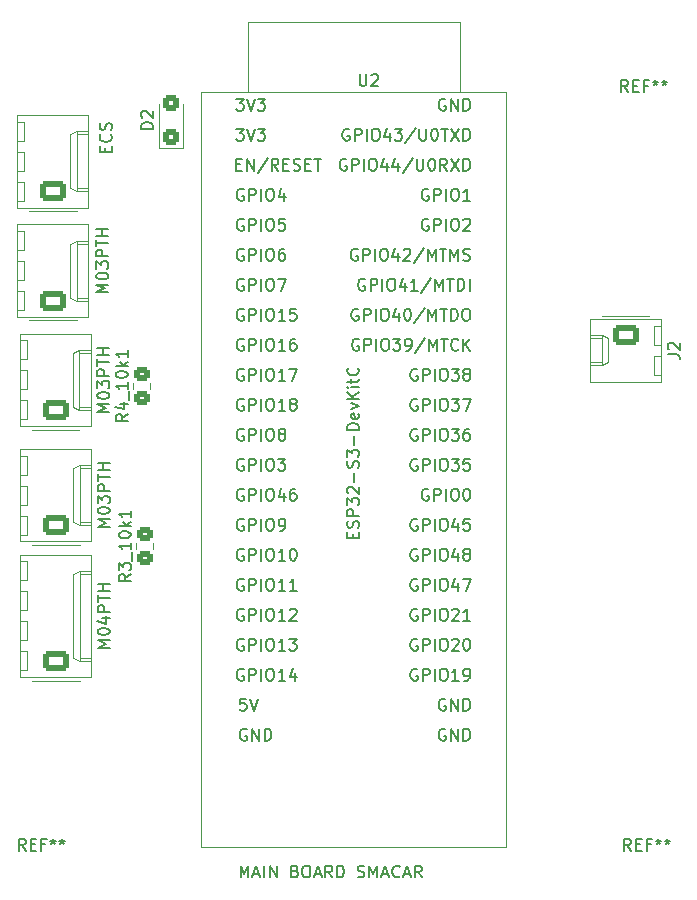
<source format=gto>
G04 #@! TF.GenerationSoftware,KiCad,Pcbnew,9.0.0*
G04 #@! TF.CreationDate,2025-07-09T15:47:30-04:00*
G04 #@! TF.ProjectId,SMACAR MAIN BOARD,534d4143-4152-4204-9d41-494e20424f41,rev?*
G04 #@! TF.SameCoordinates,Original*
G04 #@! TF.FileFunction,Legend,Top*
G04 #@! TF.FilePolarity,Positive*
%FSLAX46Y46*%
G04 Gerber Fmt 4.6, Leading zero omitted, Abs format (unit mm)*
G04 Created by KiCad (PCBNEW 9.0.0) date 2025-07-09 15:47:30*
%MOMM*%
%LPD*%
G01*
G04 APERTURE LIST*
G04 Aperture macros list*
%AMRoundRect*
0 Rectangle with rounded corners*
0 $1 Rounding radius*
0 $2 $3 $4 $5 $6 $7 $8 $9 X,Y pos of 4 corners*
0 Add a 4 corners polygon primitive as box body*
4,1,4,$2,$3,$4,$5,$6,$7,$8,$9,$2,$3,0*
0 Add four circle primitives for the rounded corners*
1,1,$1+$1,$2,$3*
1,1,$1+$1,$4,$5*
1,1,$1+$1,$6,$7*
1,1,$1+$1,$8,$9*
0 Add four rect primitives between the rounded corners*
20,1,$1+$1,$2,$3,$4,$5,0*
20,1,$1+$1,$4,$5,$6,$7,0*
20,1,$1+$1,$6,$7,$8,$9,0*
20,1,$1+$1,$8,$9,$2,$3,0*%
G04 Aperture macros list end*
%ADD10C,0.200000*%
%ADD11C,0.150000*%
%ADD12C,0.120000*%
%ADD13RoundRect,0.250000X0.845000X-0.620000X0.845000X0.620000X-0.845000X0.620000X-0.845000X-0.620000X0*%
%ADD14O,2.190000X1.740000*%
%ADD15C,3.800000*%
%ADD16RoundRect,0.250000X-0.845000X0.620000X-0.845000X-0.620000X0.845000X-0.620000X0.845000X0.620000X0*%
%ADD17RoundRect,0.250000X0.450000X-0.350000X0.450000X0.350000X-0.450000X0.350000X-0.450000X-0.350000X0*%
%ADD18RoundRect,0.250000X0.450000X-0.400000X0.450000X0.400000X-0.450000X0.400000X-0.450000X-0.400000X0*%
%ADD19R,2.000000X1.200000*%
%ADD20O,2.000000X1.200000*%
G04 APERTURE END LIST*
D10*
X122869673Y-98117219D02*
X122869673Y-97117219D01*
X122869673Y-97117219D02*
X123203006Y-97831504D01*
X123203006Y-97831504D02*
X123536339Y-97117219D01*
X123536339Y-97117219D02*
X123536339Y-98117219D01*
X123964911Y-97831504D02*
X124441101Y-97831504D01*
X123869673Y-98117219D02*
X124203006Y-97117219D01*
X124203006Y-97117219D02*
X124536339Y-98117219D01*
X124869673Y-98117219D02*
X124869673Y-97117219D01*
X125345863Y-98117219D02*
X125345863Y-97117219D01*
X125345863Y-97117219D02*
X125917291Y-98117219D01*
X125917291Y-98117219D02*
X125917291Y-97117219D01*
X127488720Y-97593409D02*
X127631577Y-97641028D01*
X127631577Y-97641028D02*
X127679196Y-97688647D01*
X127679196Y-97688647D02*
X127726815Y-97783885D01*
X127726815Y-97783885D02*
X127726815Y-97926742D01*
X127726815Y-97926742D02*
X127679196Y-98021980D01*
X127679196Y-98021980D02*
X127631577Y-98069600D01*
X127631577Y-98069600D02*
X127536339Y-98117219D01*
X127536339Y-98117219D02*
X127155387Y-98117219D01*
X127155387Y-98117219D02*
X127155387Y-97117219D01*
X127155387Y-97117219D02*
X127488720Y-97117219D01*
X127488720Y-97117219D02*
X127583958Y-97164838D01*
X127583958Y-97164838D02*
X127631577Y-97212457D01*
X127631577Y-97212457D02*
X127679196Y-97307695D01*
X127679196Y-97307695D02*
X127679196Y-97402933D01*
X127679196Y-97402933D02*
X127631577Y-97498171D01*
X127631577Y-97498171D02*
X127583958Y-97545790D01*
X127583958Y-97545790D02*
X127488720Y-97593409D01*
X127488720Y-97593409D02*
X127155387Y-97593409D01*
X128345863Y-97117219D02*
X128536339Y-97117219D01*
X128536339Y-97117219D02*
X128631577Y-97164838D01*
X128631577Y-97164838D02*
X128726815Y-97260076D01*
X128726815Y-97260076D02*
X128774434Y-97450552D01*
X128774434Y-97450552D02*
X128774434Y-97783885D01*
X128774434Y-97783885D02*
X128726815Y-97974361D01*
X128726815Y-97974361D02*
X128631577Y-98069600D01*
X128631577Y-98069600D02*
X128536339Y-98117219D01*
X128536339Y-98117219D02*
X128345863Y-98117219D01*
X128345863Y-98117219D02*
X128250625Y-98069600D01*
X128250625Y-98069600D02*
X128155387Y-97974361D01*
X128155387Y-97974361D02*
X128107768Y-97783885D01*
X128107768Y-97783885D02*
X128107768Y-97450552D01*
X128107768Y-97450552D02*
X128155387Y-97260076D01*
X128155387Y-97260076D02*
X128250625Y-97164838D01*
X128250625Y-97164838D02*
X128345863Y-97117219D01*
X129155387Y-97831504D02*
X129631577Y-97831504D01*
X129060149Y-98117219D02*
X129393482Y-97117219D01*
X129393482Y-97117219D02*
X129726815Y-98117219D01*
X130631577Y-98117219D02*
X130298244Y-97641028D01*
X130060149Y-98117219D02*
X130060149Y-97117219D01*
X130060149Y-97117219D02*
X130441101Y-97117219D01*
X130441101Y-97117219D02*
X130536339Y-97164838D01*
X130536339Y-97164838D02*
X130583958Y-97212457D01*
X130583958Y-97212457D02*
X130631577Y-97307695D01*
X130631577Y-97307695D02*
X130631577Y-97450552D01*
X130631577Y-97450552D02*
X130583958Y-97545790D01*
X130583958Y-97545790D02*
X130536339Y-97593409D01*
X130536339Y-97593409D02*
X130441101Y-97641028D01*
X130441101Y-97641028D02*
X130060149Y-97641028D01*
X131060149Y-98117219D02*
X131060149Y-97117219D01*
X131060149Y-97117219D02*
X131298244Y-97117219D01*
X131298244Y-97117219D02*
X131441101Y-97164838D01*
X131441101Y-97164838D02*
X131536339Y-97260076D01*
X131536339Y-97260076D02*
X131583958Y-97355314D01*
X131583958Y-97355314D02*
X131631577Y-97545790D01*
X131631577Y-97545790D02*
X131631577Y-97688647D01*
X131631577Y-97688647D02*
X131583958Y-97879123D01*
X131583958Y-97879123D02*
X131536339Y-97974361D01*
X131536339Y-97974361D02*
X131441101Y-98069600D01*
X131441101Y-98069600D02*
X131298244Y-98117219D01*
X131298244Y-98117219D02*
X131060149Y-98117219D01*
X132774435Y-98069600D02*
X132917292Y-98117219D01*
X132917292Y-98117219D02*
X133155387Y-98117219D01*
X133155387Y-98117219D02*
X133250625Y-98069600D01*
X133250625Y-98069600D02*
X133298244Y-98021980D01*
X133298244Y-98021980D02*
X133345863Y-97926742D01*
X133345863Y-97926742D02*
X133345863Y-97831504D01*
X133345863Y-97831504D02*
X133298244Y-97736266D01*
X133298244Y-97736266D02*
X133250625Y-97688647D01*
X133250625Y-97688647D02*
X133155387Y-97641028D01*
X133155387Y-97641028D02*
X132964911Y-97593409D01*
X132964911Y-97593409D02*
X132869673Y-97545790D01*
X132869673Y-97545790D02*
X132822054Y-97498171D01*
X132822054Y-97498171D02*
X132774435Y-97402933D01*
X132774435Y-97402933D02*
X132774435Y-97307695D01*
X132774435Y-97307695D02*
X132822054Y-97212457D01*
X132822054Y-97212457D02*
X132869673Y-97164838D01*
X132869673Y-97164838D02*
X132964911Y-97117219D01*
X132964911Y-97117219D02*
X133203006Y-97117219D01*
X133203006Y-97117219D02*
X133345863Y-97164838D01*
X133774435Y-98117219D02*
X133774435Y-97117219D01*
X133774435Y-97117219D02*
X134107768Y-97831504D01*
X134107768Y-97831504D02*
X134441101Y-97117219D01*
X134441101Y-97117219D02*
X134441101Y-98117219D01*
X134869673Y-97831504D02*
X135345863Y-97831504D01*
X134774435Y-98117219D02*
X135107768Y-97117219D01*
X135107768Y-97117219D02*
X135441101Y-98117219D01*
X136345863Y-98021980D02*
X136298244Y-98069600D01*
X136298244Y-98069600D02*
X136155387Y-98117219D01*
X136155387Y-98117219D02*
X136060149Y-98117219D01*
X136060149Y-98117219D02*
X135917292Y-98069600D01*
X135917292Y-98069600D02*
X135822054Y-97974361D01*
X135822054Y-97974361D02*
X135774435Y-97879123D01*
X135774435Y-97879123D02*
X135726816Y-97688647D01*
X135726816Y-97688647D02*
X135726816Y-97545790D01*
X135726816Y-97545790D02*
X135774435Y-97355314D01*
X135774435Y-97355314D02*
X135822054Y-97260076D01*
X135822054Y-97260076D02*
X135917292Y-97164838D01*
X135917292Y-97164838D02*
X136060149Y-97117219D01*
X136060149Y-97117219D02*
X136155387Y-97117219D01*
X136155387Y-97117219D02*
X136298244Y-97164838D01*
X136298244Y-97164838D02*
X136345863Y-97212457D01*
X136726816Y-97831504D02*
X137203006Y-97831504D01*
X136631578Y-98117219D02*
X136964911Y-97117219D01*
X136964911Y-97117219D02*
X137298244Y-98117219D01*
X138203006Y-98117219D02*
X137869673Y-97641028D01*
X137631578Y-98117219D02*
X137631578Y-97117219D01*
X137631578Y-97117219D02*
X138012530Y-97117219D01*
X138012530Y-97117219D02*
X138107768Y-97164838D01*
X138107768Y-97164838D02*
X138155387Y-97212457D01*
X138155387Y-97212457D02*
X138203006Y-97307695D01*
X138203006Y-97307695D02*
X138203006Y-97450552D01*
X138203006Y-97450552D02*
X138155387Y-97545790D01*
X138155387Y-97545790D02*
X138107768Y-97593409D01*
X138107768Y-97593409D02*
X138012530Y-97641028D01*
X138012530Y-97641028D02*
X137631578Y-97641028D01*
D11*
X111784819Y-78670475D02*
X110784819Y-78670475D01*
X110784819Y-78670475D02*
X111499104Y-78337142D01*
X111499104Y-78337142D02*
X110784819Y-78003809D01*
X110784819Y-78003809D02*
X111784819Y-78003809D01*
X110784819Y-77337142D02*
X110784819Y-77241904D01*
X110784819Y-77241904D02*
X110832438Y-77146666D01*
X110832438Y-77146666D02*
X110880057Y-77099047D01*
X110880057Y-77099047D02*
X110975295Y-77051428D01*
X110975295Y-77051428D02*
X111165771Y-77003809D01*
X111165771Y-77003809D02*
X111403866Y-77003809D01*
X111403866Y-77003809D02*
X111594342Y-77051428D01*
X111594342Y-77051428D02*
X111689580Y-77099047D01*
X111689580Y-77099047D02*
X111737200Y-77146666D01*
X111737200Y-77146666D02*
X111784819Y-77241904D01*
X111784819Y-77241904D02*
X111784819Y-77337142D01*
X111784819Y-77337142D02*
X111737200Y-77432380D01*
X111737200Y-77432380D02*
X111689580Y-77479999D01*
X111689580Y-77479999D02*
X111594342Y-77527618D01*
X111594342Y-77527618D02*
X111403866Y-77575237D01*
X111403866Y-77575237D02*
X111165771Y-77575237D01*
X111165771Y-77575237D02*
X110975295Y-77527618D01*
X110975295Y-77527618D02*
X110880057Y-77479999D01*
X110880057Y-77479999D02*
X110832438Y-77432380D01*
X110832438Y-77432380D02*
X110784819Y-77337142D01*
X111118152Y-76146666D02*
X111784819Y-76146666D01*
X110737200Y-76384761D02*
X111451485Y-76622856D01*
X111451485Y-76622856D02*
X111451485Y-76003809D01*
X111784819Y-75622856D02*
X110784819Y-75622856D01*
X110784819Y-75622856D02*
X110784819Y-75241904D01*
X110784819Y-75241904D02*
X110832438Y-75146666D01*
X110832438Y-75146666D02*
X110880057Y-75099047D01*
X110880057Y-75099047D02*
X110975295Y-75051428D01*
X110975295Y-75051428D02*
X111118152Y-75051428D01*
X111118152Y-75051428D02*
X111213390Y-75099047D01*
X111213390Y-75099047D02*
X111261009Y-75146666D01*
X111261009Y-75146666D02*
X111308628Y-75241904D01*
X111308628Y-75241904D02*
X111308628Y-75622856D01*
X110784819Y-74765713D02*
X110784819Y-74194285D01*
X111784819Y-74479999D02*
X110784819Y-74479999D01*
X111784819Y-73860951D02*
X110784819Y-73860951D01*
X111261009Y-73860951D02*
X111261009Y-73289523D01*
X111784819Y-73289523D02*
X110784819Y-73289523D01*
X155666666Y-31604819D02*
X155333333Y-31128628D01*
X155095238Y-31604819D02*
X155095238Y-30604819D01*
X155095238Y-30604819D02*
X155476190Y-30604819D01*
X155476190Y-30604819D02*
X155571428Y-30652438D01*
X155571428Y-30652438D02*
X155619047Y-30700057D01*
X155619047Y-30700057D02*
X155666666Y-30795295D01*
X155666666Y-30795295D02*
X155666666Y-30938152D01*
X155666666Y-30938152D02*
X155619047Y-31033390D01*
X155619047Y-31033390D02*
X155571428Y-31081009D01*
X155571428Y-31081009D02*
X155476190Y-31128628D01*
X155476190Y-31128628D02*
X155095238Y-31128628D01*
X156095238Y-31081009D02*
X156428571Y-31081009D01*
X156571428Y-31604819D02*
X156095238Y-31604819D01*
X156095238Y-31604819D02*
X156095238Y-30604819D01*
X156095238Y-30604819D02*
X156571428Y-30604819D01*
X157333333Y-31081009D02*
X157000000Y-31081009D01*
X157000000Y-31604819D02*
X157000000Y-30604819D01*
X157000000Y-30604819D02*
X157476190Y-30604819D01*
X158000000Y-30604819D02*
X158000000Y-30842914D01*
X157761905Y-30747676D02*
X158000000Y-30842914D01*
X158000000Y-30842914D02*
X158238095Y-30747676D01*
X157857143Y-31033390D02*
X158000000Y-30842914D01*
X158000000Y-30842914D02*
X158142857Y-31033390D01*
X158761905Y-30604819D02*
X158761905Y-30842914D01*
X158523810Y-30747676D02*
X158761905Y-30842914D01*
X158761905Y-30842914D02*
X159000000Y-30747676D01*
X158619048Y-31033390D02*
X158761905Y-30842914D01*
X158761905Y-30842914D02*
X158904762Y-31033390D01*
X159054819Y-53833333D02*
X159769104Y-53833333D01*
X159769104Y-53833333D02*
X159911961Y-53880952D01*
X159911961Y-53880952D02*
X160007200Y-53976190D01*
X160007200Y-53976190D02*
X160054819Y-54119047D01*
X160054819Y-54119047D02*
X160054819Y-54214285D01*
X159150057Y-53404761D02*
X159102438Y-53357142D01*
X159102438Y-53357142D02*
X159054819Y-53261904D01*
X159054819Y-53261904D02*
X159054819Y-53023809D01*
X159054819Y-53023809D02*
X159102438Y-52928571D01*
X159102438Y-52928571D02*
X159150057Y-52880952D01*
X159150057Y-52880952D02*
X159245295Y-52833333D01*
X159245295Y-52833333D02*
X159340533Y-52833333D01*
X159340533Y-52833333D02*
X159483390Y-52880952D01*
X159483390Y-52880952D02*
X160054819Y-53452380D01*
X160054819Y-53452380D02*
X160054819Y-52833333D01*
X113304819Y-58880952D02*
X112828628Y-59214285D01*
X113304819Y-59452380D02*
X112304819Y-59452380D01*
X112304819Y-59452380D02*
X112304819Y-59071428D01*
X112304819Y-59071428D02*
X112352438Y-58976190D01*
X112352438Y-58976190D02*
X112400057Y-58928571D01*
X112400057Y-58928571D02*
X112495295Y-58880952D01*
X112495295Y-58880952D02*
X112638152Y-58880952D01*
X112638152Y-58880952D02*
X112733390Y-58928571D01*
X112733390Y-58928571D02*
X112781009Y-58976190D01*
X112781009Y-58976190D02*
X112828628Y-59071428D01*
X112828628Y-59071428D02*
X112828628Y-59452380D01*
X112638152Y-58023809D02*
X113304819Y-58023809D01*
X112257200Y-58261904D02*
X112971485Y-58499999D01*
X112971485Y-58499999D02*
X112971485Y-57880952D01*
X113400057Y-57738095D02*
X113400057Y-56976190D01*
X113304819Y-56214285D02*
X113304819Y-56785713D01*
X113304819Y-56499999D02*
X112304819Y-56499999D01*
X112304819Y-56499999D02*
X112447676Y-56595237D01*
X112447676Y-56595237D02*
X112542914Y-56690475D01*
X112542914Y-56690475D02*
X112590533Y-56785713D01*
X112304819Y-55595237D02*
X112304819Y-55499999D01*
X112304819Y-55499999D02*
X112352438Y-55404761D01*
X112352438Y-55404761D02*
X112400057Y-55357142D01*
X112400057Y-55357142D02*
X112495295Y-55309523D01*
X112495295Y-55309523D02*
X112685771Y-55261904D01*
X112685771Y-55261904D02*
X112923866Y-55261904D01*
X112923866Y-55261904D02*
X113114342Y-55309523D01*
X113114342Y-55309523D02*
X113209580Y-55357142D01*
X113209580Y-55357142D02*
X113257200Y-55404761D01*
X113257200Y-55404761D02*
X113304819Y-55499999D01*
X113304819Y-55499999D02*
X113304819Y-55595237D01*
X113304819Y-55595237D02*
X113257200Y-55690475D01*
X113257200Y-55690475D02*
X113209580Y-55738094D01*
X113209580Y-55738094D02*
X113114342Y-55785713D01*
X113114342Y-55785713D02*
X112923866Y-55833332D01*
X112923866Y-55833332D02*
X112685771Y-55833332D01*
X112685771Y-55833332D02*
X112495295Y-55785713D01*
X112495295Y-55785713D02*
X112400057Y-55738094D01*
X112400057Y-55738094D02*
X112352438Y-55690475D01*
X112352438Y-55690475D02*
X112304819Y-55595237D01*
X113304819Y-54833332D02*
X112304819Y-54833332D01*
X112923866Y-54738094D02*
X113304819Y-54452380D01*
X112638152Y-54452380D02*
X113019104Y-54833332D01*
X113304819Y-53499999D02*
X113304819Y-54071427D01*
X113304819Y-53785713D02*
X112304819Y-53785713D01*
X112304819Y-53785713D02*
X112447676Y-53880951D01*
X112447676Y-53880951D02*
X112542914Y-53976189D01*
X112542914Y-53976189D02*
X112590533Y-54071427D01*
X104666666Y-95854819D02*
X104333333Y-95378628D01*
X104095238Y-95854819D02*
X104095238Y-94854819D01*
X104095238Y-94854819D02*
X104476190Y-94854819D01*
X104476190Y-94854819D02*
X104571428Y-94902438D01*
X104571428Y-94902438D02*
X104619047Y-94950057D01*
X104619047Y-94950057D02*
X104666666Y-95045295D01*
X104666666Y-95045295D02*
X104666666Y-95188152D01*
X104666666Y-95188152D02*
X104619047Y-95283390D01*
X104619047Y-95283390D02*
X104571428Y-95331009D01*
X104571428Y-95331009D02*
X104476190Y-95378628D01*
X104476190Y-95378628D02*
X104095238Y-95378628D01*
X105095238Y-95331009D02*
X105428571Y-95331009D01*
X105571428Y-95854819D02*
X105095238Y-95854819D01*
X105095238Y-95854819D02*
X105095238Y-94854819D01*
X105095238Y-94854819D02*
X105571428Y-94854819D01*
X106333333Y-95331009D02*
X106000000Y-95331009D01*
X106000000Y-95854819D02*
X106000000Y-94854819D01*
X106000000Y-94854819D02*
X106476190Y-94854819D01*
X107000000Y-94854819D02*
X107000000Y-95092914D01*
X106761905Y-94997676D02*
X107000000Y-95092914D01*
X107000000Y-95092914D02*
X107238095Y-94997676D01*
X106857143Y-95283390D02*
X107000000Y-95092914D01*
X107000000Y-95092914D02*
X107142857Y-95283390D01*
X107761905Y-94854819D02*
X107761905Y-95092914D01*
X107523810Y-94997676D02*
X107761905Y-95092914D01*
X107761905Y-95092914D02*
X108000000Y-94997676D01*
X107619048Y-95283390D02*
X107761905Y-95092914D01*
X107761905Y-95092914D02*
X107904762Y-95283390D01*
X115454819Y-34738094D02*
X114454819Y-34738094D01*
X114454819Y-34738094D02*
X114454819Y-34499999D01*
X114454819Y-34499999D02*
X114502438Y-34357142D01*
X114502438Y-34357142D02*
X114597676Y-34261904D01*
X114597676Y-34261904D02*
X114692914Y-34214285D01*
X114692914Y-34214285D02*
X114883390Y-34166666D01*
X114883390Y-34166666D02*
X115026247Y-34166666D01*
X115026247Y-34166666D02*
X115216723Y-34214285D01*
X115216723Y-34214285D02*
X115311961Y-34261904D01*
X115311961Y-34261904D02*
X115407200Y-34357142D01*
X115407200Y-34357142D02*
X115454819Y-34499999D01*
X115454819Y-34499999D02*
X115454819Y-34738094D01*
X114550057Y-33785713D02*
X114502438Y-33738094D01*
X114502438Y-33738094D02*
X114454819Y-33642856D01*
X114454819Y-33642856D02*
X114454819Y-33404761D01*
X114454819Y-33404761D02*
X114502438Y-33309523D01*
X114502438Y-33309523D02*
X114550057Y-33261904D01*
X114550057Y-33261904D02*
X114645295Y-33214285D01*
X114645295Y-33214285D02*
X114740533Y-33214285D01*
X114740533Y-33214285D02*
X114883390Y-33261904D01*
X114883390Y-33261904D02*
X115454819Y-33833332D01*
X115454819Y-33833332D02*
X115454819Y-33214285D01*
X111654819Y-48590475D02*
X110654819Y-48590475D01*
X110654819Y-48590475D02*
X111369104Y-48257142D01*
X111369104Y-48257142D02*
X110654819Y-47923809D01*
X110654819Y-47923809D02*
X111654819Y-47923809D01*
X110654819Y-47257142D02*
X110654819Y-47161904D01*
X110654819Y-47161904D02*
X110702438Y-47066666D01*
X110702438Y-47066666D02*
X110750057Y-47019047D01*
X110750057Y-47019047D02*
X110845295Y-46971428D01*
X110845295Y-46971428D02*
X111035771Y-46923809D01*
X111035771Y-46923809D02*
X111273866Y-46923809D01*
X111273866Y-46923809D02*
X111464342Y-46971428D01*
X111464342Y-46971428D02*
X111559580Y-47019047D01*
X111559580Y-47019047D02*
X111607200Y-47066666D01*
X111607200Y-47066666D02*
X111654819Y-47161904D01*
X111654819Y-47161904D02*
X111654819Y-47257142D01*
X111654819Y-47257142D02*
X111607200Y-47352380D01*
X111607200Y-47352380D02*
X111559580Y-47399999D01*
X111559580Y-47399999D02*
X111464342Y-47447618D01*
X111464342Y-47447618D02*
X111273866Y-47495237D01*
X111273866Y-47495237D02*
X111035771Y-47495237D01*
X111035771Y-47495237D02*
X110845295Y-47447618D01*
X110845295Y-47447618D02*
X110750057Y-47399999D01*
X110750057Y-47399999D02*
X110702438Y-47352380D01*
X110702438Y-47352380D02*
X110654819Y-47257142D01*
X110654819Y-46590475D02*
X110654819Y-45971428D01*
X110654819Y-45971428D02*
X111035771Y-46304761D01*
X111035771Y-46304761D02*
X111035771Y-46161904D01*
X111035771Y-46161904D02*
X111083390Y-46066666D01*
X111083390Y-46066666D02*
X111131009Y-46019047D01*
X111131009Y-46019047D02*
X111226247Y-45971428D01*
X111226247Y-45971428D02*
X111464342Y-45971428D01*
X111464342Y-45971428D02*
X111559580Y-46019047D01*
X111559580Y-46019047D02*
X111607200Y-46066666D01*
X111607200Y-46066666D02*
X111654819Y-46161904D01*
X111654819Y-46161904D02*
X111654819Y-46447618D01*
X111654819Y-46447618D02*
X111607200Y-46542856D01*
X111607200Y-46542856D02*
X111559580Y-46590475D01*
X111654819Y-45542856D02*
X110654819Y-45542856D01*
X110654819Y-45542856D02*
X110654819Y-45161904D01*
X110654819Y-45161904D02*
X110702438Y-45066666D01*
X110702438Y-45066666D02*
X110750057Y-45019047D01*
X110750057Y-45019047D02*
X110845295Y-44971428D01*
X110845295Y-44971428D02*
X110988152Y-44971428D01*
X110988152Y-44971428D02*
X111083390Y-45019047D01*
X111083390Y-45019047D02*
X111131009Y-45066666D01*
X111131009Y-45066666D02*
X111178628Y-45161904D01*
X111178628Y-45161904D02*
X111178628Y-45542856D01*
X110654819Y-44685713D02*
X110654819Y-44114285D01*
X111654819Y-44399999D02*
X110654819Y-44399999D01*
X111654819Y-43780951D02*
X110654819Y-43780951D01*
X111131009Y-43780951D02*
X111131009Y-43209523D01*
X111654819Y-43209523D02*
X110654819Y-43209523D01*
X111784819Y-68440475D02*
X110784819Y-68440475D01*
X110784819Y-68440475D02*
X111499104Y-68107142D01*
X111499104Y-68107142D02*
X110784819Y-67773809D01*
X110784819Y-67773809D02*
X111784819Y-67773809D01*
X110784819Y-67107142D02*
X110784819Y-67011904D01*
X110784819Y-67011904D02*
X110832438Y-66916666D01*
X110832438Y-66916666D02*
X110880057Y-66869047D01*
X110880057Y-66869047D02*
X110975295Y-66821428D01*
X110975295Y-66821428D02*
X111165771Y-66773809D01*
X111165771Y-66773809D02*
X111403866Y-66773809D01*
X111403866Y-66773809D02*
X111594342Y-66821428D01*
X111594342Y-66821428D02*
X111689580Y-66869047D01*
X111689580Y-66869047D02*
X111737200Y-66916666D01*
X111737200Y-66916666D02*
X111784819Y-67011904D01*
X111784819Y-67011904D02*
X111784819Y-67107142D01*
X111784819Y-67107142D02*
X111737200Y-67202380D01*
X111737200Y-67202380D02*
X111689580Y-67249999D01*
X111689580Y-67249999D02*
X111594342Y-67297618D01*
X111594342Y-67297618D02*
X111403866Y-67345237D01*
X111403866Y-67345237D02*
X111165771Y-67345237D01*
X111165771Y-67345237D02*
X110975295Y-67297618D01*
X110975295Y-67297618D02*
X110880057Y-67249999D01*
X110880057Y-67249999D02*
X110832438Y-67202380D01*
X110832438Y-67202380D02*
X110784819Y-67107142D01*
X110784819Y-66440475D02*
X110784819Y-65821428D01*
X110784819Y-65821428D02*
X111165771Y-66154761D01*
X111165771Y-66154761D02*
X111165771Y-66011904D01*
X111165771Y-66011904D02*
X111213390Y-65916666D01*
X111213390Y-65916666D02*
X111261009Y-65869047D01*
X111261009Y-65869047D02*
X111356247Y-65821428D01*
X111356247Y-65821428D02*
X111594342Y-65821428D01*
X111594342Y-65821428D02*
X111689580Y-65869047D01*
X111689580Y-65869047D02*
X111737200Y-65916666D01*
X111737200Y-65916666D02*
X111784819Y-66011904D01*
X111784819Y-66011904D02*
X111784819Y-66297618D01*
X111784819Y-66297618D02*
X111737200Y-66392856D01*
X111737200Y-66392856D02*
X111689580Y-66440475D01*
X111784819Y-65392856D02*
X110784819Y-65392856D01*
X110784819Y-65392856D02*
X110784819Y-65011904D01*
X110784819Y-65011904D02*
X110832438Y-64916666D01*
X110832438Y-64916666D02*
X110880057Y-64869047D01*
X110880057Y-64869047D02*
X110975295Y-64821428D01*
X110975295Y-64821428D02*
X111118152Y-64821428D01*
X111118152Y-64821428D02*
X111213390Y-64869047D01*
X111213390Y-64869047D02*
X111261009Y-64916666D01*
X111261009Y-64916666D02*
X111308628Y-65011904D01*
X111308628Y-65011904D02*
X111308628Y-65392856D01*
X110784819Y-64535713D02*
X110784819Y-63964285D01*
X111784819Y-64249999D02*
X110784819Y-64249999D01*
X111784819Y-63630951D02*
X110784819Y-63630951D01*
X111261009Y-63630951D02*
X111261009Y-63059523D01*
X111784819Y-63059523D02*
X110784819Y-63059523D01*
X113554819Y-72443452D02*
X113078628Y-72776785D01*
X113554819Y-73014880D02*
X112554819Y-73014880D01*
X112554819Y-73014880D02*
X112554819Y-72633928D01*
X112554819Y-72633928D02*
X112602438Y-72538690D01*
X112602438Y-72538690D02*
X112650057Y-72491071D01*
X112650057Y-72491071D02*
X112745295Y-72443452D01*
X112745295Y-72443452D02*
X112888152Y-72443452D01*
X112888152Y-72443452D02*
X112983390Y-72491071D01*
X112983390Y-72491071D02*
X113031009Y-72538690D01*
X113031009Y-72538690D02*
X113078628Y-72633928D01*
X113078628Y-72633928D02*
X113078628Y-73014880D01*
X112554819Y-72110118D02*
X112554819Y-71491071D01*
X112554819Y-71491071D02*
X112935771Y-71824404D01*
X112935771Y-71824404D02*
X112935771Y-71681547D01*
X112935771Y-71681547D02*
X112983390Y-71586309D01*
X112983390Y-71586309D02*
X113031009Y-71538690D01*
X113031009Y-71538690D02*
X113126247Y-71491071D01*
X113126247Y-71491071D02*
X113364342Y-71491071D01*
X113364342Y-71491071D02*
X113459580Y-71538690D01*
X113459580Y-71538690D02*
X113507200Y-71586309D01*
X113507200Y-71586309D02*
X113554819Y-71681547D01*
X113554819Y-71681547D02*
X113554819Y-71967261D01*
X113554819Y-71967261D02*
X113507200Y-72062499D01*
X113507200Y-72062499D02*
X113459580Y-72110118D01*
X113650057Y-71300595D02*
X113650057Y-70538690D01*
X113554819Y-69776785D02*
X113554819Y-70348213D01*
X113554819Y-70062499D02*
X112554819Y-70062499D01*
X112554819Y-70062499D02*
X112697676Y-70157737D01*
X112697676Y-70157737D02*
X112792914Y-70252975D01*
X112792914Y-70252975D02*
X112840533Y-70348213D01*
X112554819Y-69157737D02*
X112554819Y-69062499D01*
X112554819Y-69062499D02*
X112602438Y-68967261D01*
X112602438Y-68967261D02*
X112650057Y-68919642D01*
X112650057Y-68919642D02*
X112745295Y-68872023D01*
X112745295Y-68872023D02*
X112935771Y-68824404D01*
X112935771Y-68824404D02*
X113173866Y-68824404D01*
X113173866Y-68824404D02*
X113364342Y-68872023D01*
X113364342Y-68872023D02*
X113459580Y-68919642D01*
X113459580Y-68919642D02*
X113507200Y-68967261D01*
X113507200Y-68967261D02*
X113554819Y-69062499D01*
X113554819Y-69062499D02*
X113554819Y-69157737D01*
X113554819Y-69157737D02*
X113507200Y-69252975D01*
X113507200Y-69252975D02*
X113459580Y-69300594D01*
X113459580Y-69300594D02*
X113364342Y-69348213D01*
X113364342Y-69348213D02*
X113173866Y-69395832D01*
X113173866Y-69395832D02*
X112935771Y-69395832D01*
X112935771Y-69395832D02*
X112745295Y-69348213D01*
X112745295Y-69348213D02*
X112650057Y-69300594D01*
X112650057Y-69300594D02*
X112602438Y-69252975D01*
X112602438Y-69252975D02*
X112554819Y-69157737D01*
X113554819Y-68395832D02*
X112554819Y-68395832D01*
X113173866Y-68300594D02*
X113554819Y-68014880D01*
X112888152Y-68014880D02*
X113269104Y-68395832D01*
X113554819Y-67062499D02*
X113554819Y-67633927D01*
X113554819Y-67348213D02*
X112554819Y-67348213D01*
X112554819Y-67348213D02*
X112697676Y-67443451D01*
X112697676Y-67443451D02*
X112792914Y-67538689D01*
X112792914Y-67538689D02*
X112840533Y-67633927D01*
X132941775Y-30097539D02*
X132941775Y-30907062D01*
X132941775Y-30907062D02*
X132989394Y-31002300D01*
X132989394Y-31002300D02*
X133037013Y-31049920D01*
X133037013Y-31049920D02*
X133132251Y-31097539D01*
X133132251Y-31097539D02*
X133322727Y-31097539D01*
X133322727Y-31097539D02*
X133417965Y-31049920D01*
X133417965Y-31049920D02*
X133465584Y-31002300D01*
X133465584Y-31002300D02*
X133513203Y-30907062D01*
X133513203Y-30907062D02*
X133513203Y-30097539D01*
X133941775Y-30192777D02*
X133989394Y-30145158D01*
X133989394Y-30145158D02*
X134084632Y-30097539D01*
X134084632Y-30097539D02*
X134322727Y-30097539D01*
X134322727Y-30097539D02*
X134417965Y-30145158D01*
X134417965Y-30145158D02*
X134465584Y-30192777D01*
X134465584Y-30192777D02*
X134513203Y-30288015D01*
X134513203Y-30288015D02*
X134513203Y-30383253D01*
X134513203Y-30383253D02*
X134465584Y-30526110D01*
X134465584Y-30526110D02*
X133894156Y-31097539D01*
X133894156Y-31097539D02*
X134513203Y-31097539D01*
X132361009Y-69370666D02*
X132361009Y-69037333D01*
X132884819Y-68894476D02*
X132884819Y-69370666D01*
X132884819Y-69370666D02*
X131884819Y-69370666D01*
X131884819Y-69370666D02*
X131884819Y-68894476D01*
X132837200Y-68513523D02*
X132884819Y-68370666D01*
X132884819Y-68370666D02*
X132884819Y-68132571D01*
X132884819Y-68132571D02*
X132837200Y-68037333D01*
X132837200Y-68037333D02*
X132789580Y-67989714D01*
X132789580Y-67989714D02*
X132694342Y-67942095D01*
X132694342Y-67942095D02*
X132599104Y-67942095D01*
X132599104Y-67942095D02*
X132503866Y-67989714D01*
X132503866Y-67989714D02*
X132456247Y-68037333D01*
X132456247Y-68037333D02*
X132408628Y-68132571D01*
X132408628Y-68132571D02*
X132361009Y-68323047D01*
X132361009Y-68323047D02*
X132313390Y-68418285D01*
X132313390Y-68418285D02*
X132265771Y-68465904D01*
X132265771Y-68465904D02*
X132170533Y-68513523D01*
X132170533Y-68513523D02*
X132075295Y-68513523D01*
X132075295Y-68513523D02*
X131980057Y-68465904D01*
X131980057Y-68465904D02*
X131932438Y-68418285D01*
X131932438Y-68418285D02*
X131884819Y-68323047D01*
X131884819Y-68323047D02*
X131884819Y-68084952D01*
X131884819Y-68084952D02*
X131932438Y-67942095D01*
X132884819Y-67513523D02*
X131884819Y-67513523D01*
X131884819Y-67513523D02*
X131884819Y-67132571D01*
X131884819Y-67132571D02*
X131932438Y-67037333D01*
X131932438Y-67037333D02*
X131980057Y-66989714D01*
X131980057Y-66989714D02*
X132075295Y-66942095D01*
X132075295Y-66942095D02*
X132218152Y-66942095D01*
X132218152Y-66942095D02*
X132313390Y-66989714D01*
X132313390Y-66989714D02*
X132361009Y-67037333D01*
X132361009Y-67037333D02*
X132408628Y-67132571D01*
X132408628Y-67132571D02*
X132408628Y-67513523D01*
X131884819Y-66608761D02*
X131884819Y-65989714D01*
X131884819Y-65989714D02*
X132265771Y-66323047D01*
X132265771Y-66323047D02*
X132265771Y-66180190D01*
X132265771Y-66180190D02*
X132313390Y-66084952D01*
X132313390Y-66084952D02*
X132361009Y-66037333D01*
X132361009Y-66037333D02*
X132456247Y-65989714D01*
X132456247Y-65989714D02*
X132694342Y-65989714D01*
X132694342Y-65989714D02*
X132789580Y-66037333D01*
X132789580Y-66037333D02*
X132837200Y-66084952D01*
X132837200Y-66084952D02*
X132884819Y-66180190D01*
X132884819Y-66180190D02*
X132884819Y-66465904D01*
X132884819Y-66465904D02*
X132837200Y-66561142D01*
X132837200Y-66561142D02*
X132789580Y-66608761D01*
X131980057Y-65608761D02*
X131932438Y-65561142D01*
X131932438Y-65561142D02*
X131884819Y-65465904D01*
X131884819Y-65465904D02*
X131884819Y-65227809D01*
X131884819Y-65227809D02*
X131932438Y-65132571D01*
X131932438Y-65132571D02*
X131980057Y-65084952D01*
X131980057Y-65084952D02*
X132075295Y-65037333D01*
X132075295Y-65037333D02*
X132170533Y-65037333D01*
X132170533Y-65037333D02*
X132313390Y-65084952D01*
X132313390Y-65084952D02*
X132884819Y-65656380D01*
X132884819Y-65656380D02*
X132884819Y-65037333D01*
X132503866Y-64608761D02*
X132503866Y-63846857D01*
X132837200Y-63418285D02*
X132884819Y-63275428D01*
X132884819Y-63275428D02*
X132884819Y-63037333D01*
X132884819Y-63037333D02*
X132837200Y-62942095D01*
X132837200Y-62942095D02*
X132789580Y-62894476D01*
X132789580Y-62894476D02*
X132694342Y-62846857D01*
X132694342Y-62846857D02*
X132599104Y-62846857D01*
X132599104Y-62846857D02*
X132503866Y-62894476D01*
X132503866Y-62894476D02*
X132456247Y-62942095D01*
X132456247Y-62942095D02*
X132408628Y-63037333D01*
X132408628Y-63037333D02*
X132361009Y-63227809D01*
X132361009Y-63227809D02*
X132313390Y-63323047D01*
X132313390Y-63323047D02*
X132265771Y-63370666D01*
X132265771Y-63370666D02*
X132170533Y-63418285D01*
X132170533Y-63418285D02*
X132075295Y-63418285D01*
X132075295Y-63418285D02*
X131980057Y-63370666D01*
X131980057Y-63370666D02*
X131932438Y-63323047D01*
X131932438Y-63323047D02*
X131884819Y-63227809D01*
X131884819Y-63227809D02*
X131884819Y-62989714D01*
X131884819Y-62989714D02*
X131932438Y-62846857D01*
X131884819Y-62513523D02*
X131884819Y-61894476D01*
X131884819Y-61894476D02*
X132265771Y-62227809D01*
X132265771Y-62227809D02*
X132265771Y-62084952D01*
X132265771Y-62084952D02*
X132313390Y-61989714D01*
X132313390Y-61989714D02*
X132361009Y-61942095D01*
X132361009Y-61942095D02*
X132456247Y-61894476D01*
X132456247Y-61894476D02*
X132694342Y-61894476D01*
X132694342Y-61894476D02*
X132789580Y-61942095D01*
X132789580Y-61942095D02*
X132837200Y-61989714D01*
X132837200Y-61989714D02*
X132884819Y-62084952D01*
X132884819Y-62084952D02*
X132884819Y-62370666D01*
X132884819Y-62370666D02*
X132837200Y-62465904D01*
X132837200Y-62465904D02*
X132789580Y-62513523D01*
X132503866Y-61465904D02*
X132503866Y-60704000D01*
X132884819Y-60227809D02*
X131884819Y-60227809D01*
X131884819Y-60227809D02*
X131884819Y-59989714D01*
X131884819Y-59989714D02*
X131932438Y-59846857D01*
X131932438Y-59846857D02*
X132027676Y-59751619D01*
X132027676Y-59751619D02*
X132122914Y-59704000D01*
X132122914Y-59704000D02*
X132313390Y-59656381D01*
X132313390Y-59656381D02*
X132456247Y-59656381D01*
X132456247Y-59656381D02*
X132646723Y-59704000D01*
X132646723Y-59704000D02*
X132741961Y-59751619D01*
X132741961Y-59751619D02*
X132837200Y-59846857D01*
X132837200Y-59846857D02*
X132884819Y-59989714D01*
X132884819Y-59989714D02*
X132884819Y-60227809D01*
X132837200Y-58846857D02*
X132884819Y-58942095D01*
X132884819Y-58942095D02*
X132884819Y-59132571D01*
X132884819Y-59132571D02*
X132837200Y-59227809D01*
X132837200Y-59227809D02*
X132741961Y-59275428D01*
X132741961Y-59275428D02*
X132361009Y-59275428D01*
X132361009Y-59275428D02*
X132265771Y-59227809D01*
X132265771Y-59227809D02*
X132218152Y-59132571D01*
X132218152Y-59132571D02*
X132218152Y-58942095D01*
X132218152Y-58942095D02*
X132265771Y-58846857D01*
X132265771Y-58846857D02*
X132361009Y-58799238D01*
X132361009Y-58799238D02*
X132456247Y-58799238D01*
X132456247Y-58799238D02*
X132551485Y-59275428D01*
X132218152Y-58465904D02*
X132884819Y-58227809D01*
X132884819Y-58227809D02*
X132218152Y-57989714D01*
X132884819Y-57608761D02*
X131884819Y-57608761D01*
X132884819Y-57037333D02*
X132313390Y-57465904D01*
X131884819Y-57037333D02*
X132456247Y-57608761D01*
X132884819Y-56608761D02*
X132218152Y-56608761D01*
X131884819Y-56608761D02*
X131932438Y-56656380D01*
X131932438Y-56656380D02*
X131980057Y-56608761D01*
X131980057Y-56608761D02*
X131932438Y-56561142D01*
X131932438Y-56561142D02*
X131884819Y-56608761D01*
X131884819Y-56608761D02*
X131980057Y-56608761D01*
X132218152Y-56275428D02*
X132218152Y-55894476D01*
X131884819Y-56132571D02*
X132741961Y-56132571D01*
X132741961Y-56132571D02*
X132837200Y-56084952D01*
X132837200Y-56084952D02*
X132884819Y-55989714D01*
X132884819Y-55989714D02*
X132884819Y-55894476D01*
X132789580Y-54989714D02*
X132837200Y-55037333D01*
X132837200Y-55037333D02*
X132884819Y-55180190D01*
X132884819Y-55180190D02*
X132884819Y-55275428D01*
X132884819Y-55275428D02*
X132837200Y-55418285D01*
X132837200Y-55418285D02*
X132741961Y-55513523D01*
X132741961Y-55513523D02*
X132646723Y-55561142D01*
X132646723Y-55561142D02*
X132456247Y-55608761D01*
X132456247Y-55608761D02*
X132313390Y-55608761D01*
X132313390Y-55608761D02*
X132122914Y-55561142D01*
X132122914Y-55561142D02*
X132027676Y-55513523D01*
X132027676Y-55513523D02*
X131932438Y-55418285D01*
X131932438Y-55418285D02*
X131884819Y-55275428D01*
X131884819Y-55275428D02*
X131884819Y-55180190D01*
X131884819Y-55180190D02*
X131932438Y-55037333D01*
X131932438Y-55037333D02*
X131980057Y-54989714D01*
X132828329Y-50025158D02*
X132733091Y-49977539D01*
X132733091Y-49977539D02*
X132590234Y-49977539D01*
X132590234Y-49977539D02*
X132447377Y-50025158D01*
X132447377Y-50025158D02*
X132352139Y-50120396D01*
X132352139Y-50120396D02*
X132304520Y-50215634D01*
X132304520Y-50215634D02*
X132256901Y-50406110D01*
X132256901Y-50406110D02*
X132256901Y-50548967D01*
X132256901Y-50548967D02*
X132304520Y-50739443D01*
X132304520Y-50739443D02*
X132352139Y-50834681D01*
X132352139Y-50834681D02*
X132447377Y-50929920D01*
X132447377Y-50929920D02*
X132590234Y-50977539D01*
X132590234Y-50977539D02*
X132685472Y-50977539D01*
X132685472Y-50977539D02*
X132828329Y-50929920D01*
X132828329Y-50929920D02*
X132875948Y-50882300D01*
X132875948Y-50882300D02*
X132875948Y-50548967D01*
X132875948Y-50548967D02*
X132685472Y-50548967D01*
X133304520Y-50977539D02*
X133304520Y-49977539D01*
X133304520Y-49977539D02*
X133685472Y-49977539D01*
X133685472Y-49977539D02*
X133780710Y-50025158D01*
X133780710Y-50025158D02*
X133828329Y-50072777D01*
X133828329Y-50072777D02*
X133875948Y-50168015D01*
X133875948Y-50168015D02*
X133875948Y-50310872D01*
X133875948Y-50310872D02*
X133828329Y-50406110D01*
X133828329Y-50406110D02*
X133780710Y-50453729D01*
X133780710Y-50453729D02*
X133685472Y-50501348D01*
X133685472Y-50501348D02*
X133304520Y-50501348D01*
X134304520Y-50977539D02*
X134304520Y-49977539D01*
X134971186Y-49977539D02*
X135161662Y-49977539D01*
X135161662Y-49977539D02*
X135256900Y-50025158D01*
X135256900Y-50025158D02*
X135352138Y-50120396D01*
X135352138Y-50120396D02*
X135399757Y-50310872D01*
X135399757Y-50310872D02*
X135399757Y-50644205D01*
X135399757Y-50644205D02*
X135352138Y-50834681D01*
X135352138Y-50834681D02*
X135256900Y-50929920D01*
X135256900Y-50929920D02*
X135161662Y-50977539D01*
X135161662Y-50977539D02*
X134971186Y-50977539D01*
X134971186Y-50977539D02*
X134875948Y-50929920D01*
X134875948Y-50929920D02*
X134780710Y-50834681D01*
X134780710Y-50834681D02*
X134733091Y-50644205D01*
X134733091Y-50644205D02*
X134733091Y-50310872D01*
X134733091Y-50310872D02*
X134780710Y-50120396D01*
X134780710Y-50120396D02*
X134875948Y-50025158D01*
X134875948Y-50025158D02*
X134971186Y-49977539D01*
X136256900Y-50310872D02*
X136256900Y-50977539D01*
X136018805Y-49929920D02*
X135780710Y-50644205D01*
X135780710Y-50644205D02*
X136399757Y-50644205D01*
X136971186Y-49977539D02*
X137066424Y-49977539D01*
X137066424Y-49977539D02*
X137161662Y-50025158D01*
X137161662Y-50025158D02*
X137209281Y-50072777D01*
X137209281Y-50072777D02*
X137256900Y-50168015D01*
X137256900Y-50168015D02*
X137304519Y-50358491D01*
X137304519Y-50358491D02*
X137304519Y-50596586D01*
X137304519Y-50596586D02*
X137256900Y-50787062D01*
X137256900Y-50787062D02*
X137209281Y-50882300D01*
X137209281Y-50882300D02*
X137161662Y-50929920D01*
X137161662Y-50929920D02*
X137066424Y-50977539D01*
X137066424Y-50977539D02*
X136971186Y-50977539D01*
X136971186Y-50977539D02*
X136875948Y-50929920D01*
X136875948Y-50929920D02*
X136828329Y-50882300D01*
X136828329Y-50882300D02*
X136780710Y-50787062D01*
X136780710Y-50787062D02*
X136733091Y-50596586D01*
X136733091Y-50596586D02*
X136733091Y-50358491D01*
X136733091Y-50358491D02*
X136780710Y-50168015D01*
X136780710Y-50168015D02*
X136828329Y-50072777D01*
X136828329Y-50072777D02*
X136875948Y-50025158D01*
X136875948Y-50025158D02*
X136971186Y-49977539D01*
X138447376Y-49929920D02*
X137590234Y-51215634D01*
X138780710Y-50977539D02*
X138780710Y-49977539D01*
X138780710Y-49977539D02*
X139114043Y-50691824D01*
X139114043Y-50691824D02*
X139447376Y-49977539D01*
X139447376Y-49977539D02*
X139447376Y-50977539D01*
X139780710Y-49977539D02*
X140352138Y-49977539D01*
X140066424Y-50977539D02*
X140066424Y-49977539D01*
X140685472Y-50977539D02*
X140685472Y-49977539D01*
X140685472Y-49977539D02*
X140923567Y-49977539D01*
X140923567Y-49977539D02*
X141066424Y-50025158D01*
X141066424Y-50025158D02*
X141161662Y-50120396D01*
X141161662Y-50120396D02*
X141209281Y-50215634D01*
X141209281Y-50215634D02*
X141256900Y-50406110D01*
X141256900Y-50406110D02*
X141256900Y-50548967D01*
X141256900Y-50548967D02*
X141209281Y-50739443D01*
X141209281Y-50739443D02*
X141161662Y-50834681D01*
X141161662Y-50834681D02*
X141066424Y-50929920D01*
X141066424Y-50929920D02*
X140923567Y-50977539D01*
X140923567Y-50977539D02*
X140685472Y-50977539D01*
X141875948Y-49977539D02*
X142066424Y-49977539D01*
X142066424Y-49977539D02*
X142161662Y-50025158D01*
X142161662Y-50025158D02*
X142256900Y-50120396D01*
X142256900Y-50120396D02*
X142304519Y-50310872D01*
X142304519Y-50310872D02*
X142304519Y-50644205D01*
X142304519Y-50644205D02*
X142256900Y-50834681D01*
X142256900Y-50834681D02*
X142161662Y-50929920D01*
X142161662Y-50929920D02*
X142066424Y-50977539D01*
X142066424Y-50977539D02*
X141875948Y-50977539D01*
X141875948Y-50977539D02*
X141780710Y-50929920D01*
X141780710Y-50929920D02*
X141685472Y-50834681D01*
X141685472Y-50834681D02*
X141637853Y-50644205D01*
X141637853Y-50644205D02*
X141637853Y-50310872D01*
X141637853Y-50310872D02*
X141685472Y-50120396D01*
X141685472Y-50120396D02*
X141780710Y-50025158D01*
X141780710Y-50025158D02*
X141875948Y-49977539D01*
X122515221Y-32197539D02*
X123134268Y-32197539D01*
X123134268Y-32197539D02*
X122800935Y-32578491D01*
X122800935Y-32578491D02*
X122943792Y-32578491D01*
X122943792Y-32578491D02*
X123039030Y-32626110D01*
X123039030Y-32626110D02*
X123086649Y-32673729D01*
X123086649Y-32673729D02*
X123134268Y-32768967D01*
X123134268Y-32768967D02*
X123134268Y-33007062D01*
X123134268Y-33007062D02*
X123086649Y-33102300D01*
X123086649Y-33102300D02*
X123039030Y-33149920D01*
X123039030Y-33149920D02*
X122943792Y-33197539D01*
X122943792Y-33197539D02*
X122658078Y-33197539D01*
X122658078Y-33197539D02*
X122562840Y-33149920D01*
X122562840Y-33149920D02*
X122515221Y-33102300D01*
X123419983Y-32197539D02*
X123753316Y-33197539D01*
X123753316Y-33197539D02*
X124086649Y-32197539D01*
X124324745Y-32197539D02*
X124943792Y-32197539D01*
X124943792Y-32197539D02*
X124610459Y-32578491D01*
X124610459Y-32578491D02*
X124753316Y-32578491D01*
X124753316Y-32578491D02*
X124848554Y-32626110D01*
X124848554Y-32626110D02*
X124896173Y-32673729D01*
X124896173Y-32673729D02*
X124943792Y-32768967D01*
X124943792Y-32768967D02*
X124943792Y-33007062D01*
X124943792Y-33007062D02*
X124896173Y-33102300D01*
X124896173Y-33102300D02*
X124848554Y-33149920D01*
X124848554Y-33149920D02*
X124753316Y-33197539D01*
X124753316Y-33197539D02*
X124467602Y-33197539D01*
X124467602Y-33197539D02*
X124372364Y-33149920D01*
X124372364Y-33149920D02*
X124324745Y-33102300D01*
X137828329Y-80505158D02*
X137733091Y-80457539D01*
X137733091Y-80457539D02*
X137590234Y-80457539D01*
X137590234Y-80457539D02*
X137447377Y-80505158D01*
X137447377Y-80505158D02*
X137352139Y-80600396D01*
X137352139Y-80600396D02*
X137304520Y-80695634D01*
X137304520Y-80695634D02*
X137256901Y-80886110D01*
X137256901Y-80886110D02*
X137256901Y-81028967D01*
X137256901Y-81028967D02*
X137304520Y-81219443D01*
X137304520Y-81219443D02*
X137352139Y-81314681D01*
X137352139Y-81314681D02*
X137447377Y-81409920D01*
X137447377Y-81409920D02*
X137590234Y-81457539D01*
X137590234Y-81457539D02*
X137685472Y-81457539D01*
X137685472Y-81457539D02*
X137828329Y-81409920D01*
X137828329Y-81409920D02*
X137875948Y-81362300D01*
X137875948Y-81362300D02*
X137875948Y-81028967D01*
X137875948Y-81028967D02*
X137685472Y-81028967D01*
X138304520Y-81457539D02*
X138304520Y-80457539D01*
X138304520Y-80457539D02*
X138685472Y-80457539D01*
X138685472Y-80457539D02*
X138780710Y-80505158D01*
X138780710Y-80505158D02*
X138828329Y-80552777D01*
X138828329Y-80552777D02*
X138875948Y-80648015D01*
X138875948Y-80648015D02*
X138875948Y-80790872D01*
X138875948Y-80790872D02*
X138828329Y-80886110D01*
X138828329Y-80886110D02*
X138780710Y-80933729D01*
X138780710Y-80933729D02*
X138685472Y-80981348D01*
X138685472Y-80981348D02*
X138304520Y-80981348D01*
X139304520Y-81457539D02*
X139304520Y-80457539D01*
X139971186Y-80457539D02*
X140161662Y-80457539D01*
X140161662Y-80457539D02*
X140256900Y-80505158D01*
X140256900Y-80505158D02*
X140352138Y-80600396D01*
X140352138Y-80600396D02*
X140399757Y-80790872D01*
X140399757Y-80790872D02*
X140399757Y-81124205D01*
X140399757Y-81124205D02*
X140352138Y-81314681D01*
X140352138Y-81314681D02*
X140256900Y-81409920D01*
X140256900Y-81409920D02*
X140161662Y-81457539D01*
X140161662Y-81457539D02*
X139971186Y-81457539D01*
X139971186Y-81457539D02*
X139875948Y-81409920D01*
X139875948Y-81409920D02*
X139780710Y-81314681D01*
X139780710Y-81314681D02*
X139733091Y-81124205D01*
X139733091Y-81124205D02*
X139733091Y-80790872D01*
X139733091Y-80790872D02*
X139780710Y-80600396D01*
X139780710Y-80600396D02*
X139875948Y-80505158D01*
X139875948Y-80505158D02*
X139971186Y-80457539D01*
X141352138Y-81457539D02*
X140780710Y-81457539D01*
X141066424Y-81457539D02*
X141066424Y-80457539D01*
X141066424Y-80457539D02*
X140971186Y-80600396D01*
X140971186Y-80600396D02*
X140875948Y-80695634D01*
X140875948Y-80695634D02*
X140780710Y-80743253D01*
X141828329Y-81457539D02*
X142018805Y-81457539D01*
X142018805Y-81457539D02*
X142114043Y-81409920D01*
X142114043Y-81409920D02*
X142161662Y-81362300D01*
X142161662Y-81362300D02*
X142256900Y-81219443D01*
X142256900Y-81219443D02*
X142304519Y-81028967D01*
X142304519Y-81028967D02*
X142304519Y-80648015D01*
X142304519Y-80648015D02*
X142256900Y-80552777D01*
X142256900Y-80552777D02*
X142209281Y-80505158D01*
X142209281Y-80505158D02*
X142114043Y-80457539D01*
X142114043Y-80457539D02*
X141923567Y-80457539D01*
X141923567Y-80457539D02*
X141828329Y-80505158D01*
X141828329Y-80505158D02*
X141780710Y-80552777D01*
X141780710Y-80552777D02*
X141733091Y-80648015D01*
X141733091Y-80648015D02*
X141733091Y-80886110D01*
X141733091Y-80886110D02*
X141780710Y-80981348D01*
X141780710Y-80981348D02*
X141828329Y-81028967D01*
X141828329Y-81028967D02*
X141923567Y-81076586D01*
X141923567Y-81076586D02*
X142114043Y-81076586D01*
X142114043Y-81076586D02*
X142209281Y-81028967D01*
X142209281Y-81028967D02*
X142256900Y-80981348D01*
X142256900Y-80981348D02*
X142304519Y-80886110D01*
X137828329Y-75425158D02*
X137733091Y-75377539D01*
X137733091Y-75377539D02*
X137590234Y-75377539D01*
X137590234Y-75377539D02*
X137447377Y-75425158D01*
X137447377Y-75425158D02*
X137352139Y-75520396D01*
X137352139Y-75520396D02*
X137304520Y-75615634D01*
X137304520Y-75615634D02*
X137256901Y-75806110D01*
X137256901Y-75806110D02*
X137256901Y-75948967D01*
X137256901Y-75948967D02*
X137304520Y-76139443D01*
X137304520Y-76139443D02*
X137352139Y-76234681D01*
X137352139Y-76234681D02*
X137447377Y-76329920D01*
X137447377Y-76329920D02*
X137590234Y-76377539D01*
X137590234Y-76377539D02*
X137685472Y-76377539D01*
X137685472Y-76377539D02*
X137828329Y-76329920D01*
X137828329Y-76329920D02*
X137875948Y-76282300D01*
X137875948Y-76282300D02*
X137875948Y-75948967D01*
X137875948Y-75948967D02*
X137685472Y-75948967D01*
X138304520Y-76377539D02*
X138304520Y-75377539D01*
X138304520Y-75377539D02*
X138685472Y-75377539D01*
X138685472Y-75377539D02*
X138780710Y-75425158D01*
X138780710Y-75425158D02*
X138828329Y-75472777D01*
X138828329Y-75472777D02*
X138875948Y-75568015D01*
X138875948Y-75568015D02*
X138875948Y-75710872D01*
X138875948Y-75710872D02*
X138828329Y-75806110D01*
X138828329Y-75806110D02*
X138780710Y-75853729D01*
X138780710Y-75853729D02*
X138685472Y-75901348D01*
X138685472Y-75901348D02*
X138304520Y-75901348D01*
X139304520Y-76377539D02*
X139304520Y-75377539D01*
X139971186Y-75377539D02*
X140161662Y-75377539D01*
X140161662Y-75377539D02*
X140256900Y-75425158D01*
X140256900Y-75425158D02*
X140352138Y-75520396D01*
X140352138Y-75520396D02*
X140399757Y-75710872D01*
X140399757Y-75710872D02*
X140399757Y-76044205D01*
X140399757Y-76044205D02*
X140352138Y-76234681D01*
X140352138Y-76234681D02*
X140256900Y-76329920D01*
X140256900Y-76329920D02*
X140161662Y-76377539D01*
X140161662Y-76377539D02*
X139971186Y-76377539D01*
X139971186Y-76377539D02*
X139875948Y-76329920D01*
X139875948Y-76329920D02*
X139780710Y-76234681D01*
X139780710Y-76234681D02*
X139733091Y-76044205D01*
X139733091Y-76044205D02*
X139733091Y-75710872D01*
X139733091Y-75710872D02*
X139780710Y-75520396D01*
X139780710Y-75520396D02*
X139875948Y-75425158D01*
X139875948Y-75425158D02*
X139971186Y-75377539D01*
X140780710Y-75472777D02*
X140828329Y-75425158D01*
X140828329Y-75425158D02*
X140923567Y-75377539D01*
X140923567Y-75377539D02*
X141161662Y-75377539D01*
X141161662Y-75377539D02*
X141256900Y-75425158D01*
X141256900Y-75425158D02*
X141304519Y-75472777D01*
X141304519Y-75472777D02*
X141352138Y-75568015D01*
X141352138Y-75568015D02*
X141352138Y-75663253D01*
X141352138Y-75663253D02*
X141304519Y-75806110D01*
X141304519Y-75806110D02*
X140733091Y-76377539D01*
X140733091Y-76377539D02*
X141352138Y-76377539D01*
X142304519Y-76377539D02*
X141733091Y-76377539D01*
X142018805Y-76377539D02*
X142018805Y-75377539D01*
X142018805Y-75377539D02*
X141923567Y-75520396D01*
X141923567Y-75520396D02*
X141828329Y-75615634D01*
X141828329Y-75615634D02*
X141733091Y-75663253D01*
X131828329Y-37325158D02*
X131733091Y-37277539D01*
X131733091Y-37277539D02*
X131590234Y-37277539D01*
X131590234Y-37277539D02*
X131447377Y-37325158D01*
X131447377Y-37325158D02*
X131352139Y-37420396D01*
X131352139Y-37420396D02*
X131304520Y-37515634D01*
X131304520Y-37515634D02*
X131256901Y-37706110D01*
X131256901Y-37706110D02*
X131256901Y-37848967D01*
X131256901Y-37848967D02*
X131304520Y-38039443D01*
X131304520Y-38039443D02*
X131352139Y-38134681D01*
X131352139Y-38134681D02*
X131447377Y-38229920D01*
X131447377Y-38229920D02*
X131590234Y-38277539D01*
X131590234Y-38277539D02*
X131685472Y-38277539D01*
X131685472Y-38277539D02*
X131828329Y-38229920D01*
X131828329Y-38229920D02*
X131875948Y-38182300D01*
X131875948Y-38182300D02*
X131875948Y-37848967D01*
X131875948Y-37848967D02*
X131685472Y-37848967D01*
X132304520Y-38277539D02*
X132304520Y-37277539D01*
X132304520Y-37277539D02*
X132685472Y-37277539D01*
X132685472Y-37277539D02*
X132780710Y-37325158D01*
X132780710Y-37325158D02*
X132828329Y-37372777D01*
X132828329Y-37372777D02*
X132875948Y-37468015D01*
X132875948Y-37468015D02*
X132875948Y-37610872D01*
X132875948Y-37610872D02*
X132828329Y-37706110D01*
X132828329Y-37706110D02*
X132780710Y-37753729D01*
X132780710Y-37753729D02*
X132685472Y-37801348D01*
X132685472Y-37801348D02*
X132304520Y-37801348D01*
X133304520Y-38277539D02*
X133304520Y-37277539D01*
X133971186Y-37277539D02*
X134161662Y-37277539D01*
X134161662Y-37277539D02*
X134256900Y-37325158D01*
X134256900Y-37325158D02*
X134352138Y-37420396D01*
X134352138Y-37420396D02*
X134399757Y-37610872D01*
X134399757Y-37610872D02*
X134399757Y-37944205D01*
X134399757Y-37944205D02*
X134352138Y-38134681D01*
X134352138Y-38134681D02*
X134256900Y-38229920D01*
X134256900Y-38229920D02*
X134161662Y-38277539D01*
X134161662Y-38277539D02*
X133971186Y-38277539D01*
X133971186Y-38277539D02*
X133875948Y-38229920D01*
X133875948Y-38229920D02*
X133780710Y-38134681D01*
X133780710Y-38134681D02*
X133733091Y-37944205D01*
X133733091Y-37944205D02*
X133733091Y-37610872D01*
X133733091Y-37610872D02*
X133780710Y-37420396D01*
X133780710Y-37420396D02*
X133875948Y-37325158D01*
X133875948Y-37325158D02*
X133971186Y-37277539D01*
X135256900Y-37610872D02*
X135256900Y-38277539D01*
X135018805Y-37229920D02*
X134780710Y-37944205D01*
X134780710Y-37944205D02*
X135399757Y-37944205D01*
X136209281Y-37610872D02*
X136209281Y-38277539D01*
X135971186Y-37229920D02*
X135733091Y-37944205D01*
X135733091Y-37944205D02*
X136352138Y-37944205D01*
X137447376Y-37229920D02*
X136590234Y-38515634D01*
X137780710Y-37277539D02*
X137780710Y-38087062D01*
X137780710Y-38087062D02*
X137828329Y-38182300D01*
X137828329Y-38182300D02*
X137875948Y-38229920D01*
X137875948Y-38229920D02*
X137971186Y-38277539D01*
X137971186Y-38277539D02*
X138161662Y-38277539D01*
X138161662Y-38277539D02*
X138256900Y-38229920D01*
X138256900Y-38229920D02*
X138304519Y-38182300D01*
X138304519Y-38182300D02*
X138352138Y-38087062D01*
X138352138Y-38087062D02*
X138352138Y-37277539D01*
X139018805Y-37277539D02*
X139114043Y-37277539D01*
X139114043Y-37277539D02*
X139209281Y-37325158D01*
X139209281Y-37325158D02*
X139256900Y-37372777D01*
X139256900Y-37372777D02*
X139304519Y-37468015D01*
X139304519Y-37468015D02*
X139352138Y-37658491D01*
X139352138Y-37658491D02*
X139352138Y-37896586D01*
X139352138Y-37896586D02*
X139304519Y-38087062D01*
X139304519Y-38087062D02*
X139256900Y-38182300D01*
X139256900Y-38182300D02*
X139209281Y-38229920D01*
X139209281Y-38229920D02*
X139114043Y-38277539D01*
X139114043Y-38277539D02*
X139018805Y-38277539D01*
X139018805Y-38277539D02*
X138923567Y-38229920D01*
X138923567Y-38229920D02*
X138875948Y-38182300D01*
X138875948Y-38182300D02*
X138828329Y-38087062D01*
X138828329Y-38087062D02*
X138780710Y-37896586D01*
X138780710Y-37896586D02*
X138780710Y-37658491D01*
X138780710Y-37658491D02*
X138828329Y-37468015D01*
X138828329Y-37468015D02*
X138875948Y-37372777D01*
X138875948Y-37372777D02*
X138923567Y-37325158D01*
X138923567Y-37325158D02*
X139018805Y-37277539D01*
X140352138Y-38277539D02*
X140018805Y-37801348D01*
X139780710Y-38277539D02*
X139780710Y-37277539D01*
X139780710Y-37277539D02*
X140161662Y-37277539D01*
X140161662Y-37277539D02*
X140256900Y-37325158D01*
X140256900Y-37325158D02*
X140304519Y-37372777D01*
X140304519Y-37372777D02*
X140352138Y-37468015D01*
X140352138Y-37468015D02*
X140352138Y-37610872D01*
X140352138Y-37610872D02*
X140304519Y-37706110D01*
X140304519Y-37706110D02*
X140256900Y-37753729D01*
X140256900Y-37753729D02*
X140161662Y-37801348D01*
X140161662Y-37801348D02*
X139780710Y-37801348D01*
X140685472Y-37277539D02*
X141352138Y-38277539D01*
X141352138Y-37277539D02*
X140685472Y-38277539D01*
X141733091Y-38277539D02*
X141733091Y-37277539D01*
X141733091Y-37277539D02*
X141971186Y-37277539D01*
X141971186Y-37277539D02*
X142114043Y-37325158D01*
X142114043Y-37325158D02*
X142209281Y-37420396D01*
X142209281Y-37420396D02*
X142256900Y-37515634D01*
X142256900Y-37515634D02*
X142304519Y-37706110D01*
X142304519Y-37706110D02*
X142304519Y-37848967D01*
X142304519Y-37848967D02*
X142256900Y-38039443D01*
X142256900Y-38039443D02*
X142209281Y-38134681D01*
X142209281Y-38134681D02*
X142114043Y-38229920D01*
X142114043Y-38229920D02*
X141971186Y-38277539D01*
X141971186Y-38277539D02*
X141733091Y-38277539D01*
X140209281Y-83045158D02*
X140114043Y-82997539D01*
X140114043Y-82997539D02*
X139971186Y-82997539D01*
X139971186Y-82997539D02*
X139828329Y-83045158D01*
X139828329Y-83045158D02*
X139733091Y-83140396D01*
X139733091Y-83140396D02*
X139685472Y-83235634D01*
X139685472Y-83235634D02*
X139637853Y-83426110D01*
X139637853Y-83426110D02*
X139637853Y-83568967D01*
X139637853Y-83568967D02*
X139685472Y-83759443D01*
X139685472Y-83759443D02*
X139733091Y-83854681D01*
X139733091Y-83854681D02*
X139828329Y-83949920D01*
X139828329Y-83949920D02*
X139971186Y-83997539D01*
X139971186Y-83997539D02*
X140066424Y-83997539D01*
X140066424Y-83997539D02*
X140209281Y-83949920D01*
X140209281Y-83949920D02*
X140256900Y-83902300D01*
X140256900Y-83902300D02*
X140256900Y-83568967D01*
X140256900Y-83568967D02*
X140066424Y-83568967D01*
X140685472Y-83997539D02*
X140685472Y-82997539D01*
X140685472Y-82997539D02*
X141256900Y-83997539D01*
X141256900Y-83997539D02*
X141256900Y-82997539D01*
X141733091Y-83997539D02*
X141733091Y-82997539D01*
X141733091Y-82997539D02*
X141971186Y-82997539D01*
X141971186Y-82997539D02*
X142114043Y-83045158D01*
X142114043Y-83045158D02*
X142209281Y-83140396D01*
X142209281Y-83140396D02*
X142256900Y-83235634D01*
X142256900Y-83235634D02*
X142304519Y-83426110D01*
X142304519Y-83426110D02*
X142304519Y-83568967D01*
X142304519Y-83568967D02*
X142256900Y-83759443D01*
X142256900Y-83759443D02*
X142209281Y-83854681D01*
X142209281Y-83854681D02*
X142114043Y-83949920D01*
X142114043Y-83949920D02*
X141971186Y-83997539D01*
X141971186Y-83997539D02*
X141733091Y-83997539D01*
X132066424Y-34785158D02*
X131971186Y-34737539D01*
X131971186Y-34737539D02*
X131828329Y-34737539D01*
X131828329Y-34737539D02*
X131685472Y-34785158D01*
X131685472Y-34785158D02*
X131590234Y-34880396D01*
X131590234Y-34880396D02*
X131542615Y-34975634D01*
X131542615Y-34975634D02*
X131494996Y-35166110D01*
X131494996Y-35166110D02*
X131494996Y-35308967D01*
X131494996Y-35308967D02*
X131542615Y-35499443D01*
X131542615Y-35499443D02*
X131590234Y-35594681D01*
X131590234Y-35594681D02*
X131685472Y-35689920D01*
X131685472Y-35689920D02*
X131828329Y-35737539D01*
X131828329Y-35737539D02*
X131923567Y-35737539D01*
X131923567Y-35737539D02*
X132066424Y-35689920D01*
X132066424Y-35689920D02*
X132114043Y-35642300D01*
X132114043Y-35642300D02*
X132114043Y-35308967D01*
X132114043Y-35308967D02*
X131923567Y-35308967D01*
X132542615Y-35737539D02*
X132542615Y-34737539D01*
X132542615Y-34737539D02*
X132923567Y-34737539D01*
X132923567Y-34737539D02*
X133018805Y-34785158D01*
X133018805Y-34785158D02*
X133066424Y-34832777D01*
X133066424Y-34832777D02*
X133114043Y-34928015D01*
X133114043Y-34928015D02*
X133114043Y-35070872D01*
X133114043Y-35070872D02*
X133066424Y-35166110D01*
X133066424Y-35166110D02*
X133018805Y-35213729D01*
X133018805Y-35213729D02*
X132923567Y-35261348D01*
X132923567Y-35261348D02*
X132542615Y-35261348D01*
X133542615Y-35737539D02*
X133542615Y-34737539D01*
X134209281Y-34737539D02*
X134399757Y-34737539D01*
X134399757Y-34737539D02*
X134494995Y-34785158D01*
X134494995Y-34785158D02*
X134590233Y-34880396D01*
X134590233Y-34880396D02*
X134637852Y-35070872D01*
X134637852Y-35070872D02*
X134637852Y-35404205D01*
X134637852Y-35404205D02*
X134590233Y-35594681D01*
X134590233Y-35594681D02*
X134494995Y-35689920D01*
X134494995Y-35689920D02*
X134399757Y-35737539D01*
X134399757Y-35737539D02*
X134209281Y-35737539D01*
X134209281Y-35737539D02*
X134114043Y-35689920D01*
X134114043Y-35689920D02*
X134018805Y-35594681D01*
X134018805Y-35594681D02*
X133971186Y-35404205D01*
X133971186Y-35404205D02*
X133971186Y-35070872D01*
X133971186Y-35070872D02*
X134018805Y-34880396D01*
X134018805Y-34880396D02*
X134114043Y-34785158D01*
X134114043Y-34785158D02*
X134209281Y-34737539D01*
X135494995Y-35070872D02*
X135494995Y-35737539D01*
X135256900Y-34689920D02*
X135018805Y-35404205D01*
X135018805Y-35404205D02*
X135637852Y-35404205D01*
X135923567Y-34737539D02*
X136542614Y-34737539D01*
X136542614Y-34737539D02*
X136209281Y-35118491D01*
X136209281Y-35118491D02*
X136352138Y-35118491D01*
X136352138Y-35118491D02*
X136447376Y-35166110D01*
X136447376Y-35166110D02*
X136494995Y-35213729D01*
X136494995Y-35213729D02*
X136542614Y-35308967D01*
X136542614Y-35308967D02*
X136542614Y-35547062D01*
X136542614Y-35547062D02*
X136494995Y-35642300D01*
X136494995Y-35642300D02*
X136447376Y-35689920D01*
X136447376Y-35689920D02*
X136352138Y-35737539D01*
X136352138Y-35737539D02*
X136066424Y-35737539D01*
X136066424Y-35737539D02*
X135971186Y-35689920D01*
X135971186Y-35689920D02*
X135923567Y-35642300D01*
X137685471Y-34689920D02*
X136828329Y-35975634D01*
X138018805Y-34737539D02*
X138018805Y-35547062D01*
X138018805Y-35547062D02*
X138066424Y-35642300D01*
X138066424Y-35642300D02*
X138114043Y-35689920D01*
X138114043Y-35689920D02*
X138209281Y-35737539D01*
X138209281Y-35737539D02*
X138399757Y-35737539D01*
X138399757Y-35737539D02*
X138494995Y-35689920D01*
X138494995Y-35689920D02*
X138542614Y-35642300D01*
X138542614Y-35642300D02*
X138590233Y-35547062D01*
X138590233Y-35547062D02*
X138590233Y-34737539D01*
X139256900Y-34737539D02*
X139352138Y-34737539D01*
X139352138Y-34737539D02*
X139447376Y-34785158D01*
X139447376Y-34785158D02*
X139494995Y-34832777D01*
X139494995Y-34832777D02*
X139542614Y-34928015D01*
X139542614Y-34928015D02*
X139590233Y-35118491D01*
X139590233Y-35118491D02*
X139590233Y-35356586D01*
X139590233Y-35356586D02*
X139542614Y-35547062D01*
X139542614Y-35547062D02*
X139494995Y-35642300D01*
X139494995Y-35642300D02*
X139447376Y-35689920D01*
X139447376Y-35689920D02*
X139352138Y-35737539D01*
X139352138Y-35737539D02*
X139256900Y-35737539D01*
X139256900Y-35737539D02*
X139161662Y-35689920D01*
X139161662Y-35689920D02*
X139114043Y-35642300D01*
X139114043Y-35642300D02*
X139066424Y-35547062D01*
X139066424Y-35547062D02*
X139018805Y-35356586D01*
X139018805Y-35356586D02*
X139018805Y-35118491D01*
X139018805Y-35118491D02*
X139066424Y-34928015D01*
X139066424Y-34928015D02*
X139114043Y-34832777D01*
X139114043Y-34832777D02*
X139161662Y-34785158D01*
X139161662Y-34785158D02*
X139256900Y-34737539D01*
X139875948Y-34737539D02*
X140447376Y-34737539D01*
X140161662Y-35737539D02*
X140161662Y-34737539D01*
X140685472Y-34737539D02*
X141352138Y-35737539D01*
X141352138Y-34737539D02*
X140685472Y-35737539D01*
X141733091Y-35737539D02*
X141733091Y-34737539D01*
X141733091Y-34737539D02*
X141971186Y-34737539D01*
X141971186Y-34737539D02*
X142114043Y-34785158D01*
X142114043Y-34785158D02*
X142209281Y-34880396D01*
X142209281Y-34880396D02*
X142256900Y-34975634D01*
X142256900Y-34975634D02*
X142304519Y-35166110D01*
X142304519Y-35166110D02*
X142304519Y-35308967D01*
X142304519Y-35308967D02*
X142256900Y-35499443D01*
X142256900Y-35499443D02*
X142209281Y-35594681D01*
X142209281Y-35594681D02*
X142114043Y-35689920D01*
X142114043Y-35689920D02*
X141971186Y-35737539D01*
X141971186Y-35737539D02*
X141733091Y-35737539D01*
X140209281Y-32245158D02*
X140114043Y-32197539D01*
X140114043Y-32197539D02*
X139971186Y-32197539D01*
X139971186Y-32197539D02*
X139828329Y-32245158D01*
X139828329Y-32245158D02*
X139733091Y-32340396D01*
X139733091Y-32340396D02*
X139685472Y-32435634D01*
X139685472Y-32435634D02*
X139637853Y-32626110D01*
X139637853Y-32626110D02*
X139637853Y-32768967D01*
X139637853Y-32768967D02*
X139685472Y-32959443D01*
X139685472Y-32959443D02*
X139733091Y-33054681D01*
X139733091Y-33054681D02*
X139828329Y-33149920D01*
X139828329Y-33149920D02*
X139971186Y-33197539D01*
X139971186Y-33197539D02*
X140066424Y-33197539D01*
X140066424Y-33197539D02*
X140209281Y-33149920D01*
X140209281Y-33149920D02*
X140256900Y-33102300D01*
X140256900Y-33102300D02*
X140256900Y-32768967D01*
X140256900Y-32768967D02*
X140066424Y-32768967D01*
X140685472Y-33197539D02*
X140685472Y-32197539D01*
X140685472Y-32197539D02*
X141256900Y-33197539D01*
X141256900Y-33197539D02*
X141256900Y-32197539D01*
X141733091Y-33197539D02*
X141733091Y-32197539D01*
X141733091Y-32197539D02*
X141971186Y-32197539D01*
X141971186Y-32197539D02*
X142114043Y-32245158D01*
X142114043Y-32245158D02*
X142209281Y-32340396D01*
X142209281Y-32340396D02*
X142256900Y-32435634D01*
X142256900Y-32435634D02*
X142304519Y-32626110D01*
X142304519Y-32626110D02*
X142304519Y-32768967D01*
X142304519Y-32768967D02*
X142256900Y-32959443D01*
X142256900Y-32959443D02*
X142209281Y-33054681D01*
X142209281Y-33054681D02*
X142114043Y-33149920D01*
X142114043Y-33149920D02*
X141971186Y-33197539D01*
X141971186Y-33197539D02*
X141733091Y-33197539D01*
X137828329Y-55105158D02*
X137733091Y-55057539D01*
X137733091Y-55057539D02*
X137590234Y-55057539D01*
X137590234Y-55057539D02*
X137447377Y-55105158D01*
X137447377Y-55105158D02*
X137352139Y-55200396D01*
X137352139Y-55200396D02*
X137304520Y-55295634D01*
X137304520Y-55295634D02*
X137256901Y-55486110D01*
X137256901Y-55486110D02*
X137256901Y-55628967D01*
X137256901Y-55628967D02*
X137304520Y-55819443D01*
X137304520Y-55819443D02*
X137352139Y-55914681D01*
X137352139Y-55914681D02*
X137447377Y-56009920D01*
X137447377Y-56009920D02*
X137590234Y-56057539D01*
X137590234Y-56057539D02*
X137685472Y-56057539D01*
X137685472Y-56057539D02*
X137828329Y-56009920D01*
X137828329Y-56009920D02*
X137875948Y-55962300D01*
X137875948Y-55962300D02*
X137875948Y-55628967D01*
X137875948Y-55628967D02*
X137685472Y-55628967D01*
X138304520Y-56057539D02*
X138304520Y-55057539D01*
X138304520Y-55057539D02*
X138685472Y-55057539D01*
X138685472Y-55057539D02*
X138780710Y-55105158D01*
X138780710Y-55105158D02*
X138828329Y-55152777D01*
X138828329Y-55152777D02*
X138875948Y-55248015D01*
X138875948Y-55248015D02*
X138875948Y-55390872D01*
X138875948Y-55390872D02*
X138828329Y-55486110D01*
X138828329Y-55486110D02*
X138780710Y-55533729D01*
X138780710Y-55533729D02*
X138685472Y-55581348D01*
X138685472Y-55581348D02*
X138304520Y-55581348D01*
X139304520Y-56057539D02*
X139304520Y-55057539D01*
X139971186Y-55057539D02*
X140161662Y-55057539D01*
X140161662Y-55057539D02*
X140256900Y-55105158D01*
X140256900Y-55105158D02*
X140352138Y-55200396D01*
X140352138Y-55200396D02*
X140399757Y-55390872D01*
X140399757Y-55390872D02*
X140399757Y-55724205D01*
X140399757Y-55724205D02*
X140352138Y-55914681D01*
X140352138Y-55914681D02*
X140256900Y-56009920D01*
X140256900Y-56009920D02*
X140161662Y-56057539D01*
X140161662Y-56057539D02*
X139971186Y-56057539D01*
X139971186Y-56057539D02*
X139875948Y-56009920D01*
X139875948Y-56009920D02*
X139780710Y-55914681D01*
X139780710Y-55914681D02*
X139733091Y-55724205D01*
X139733091Y-55724205D02*
X139733091Y-55390872D01*
X139733091Y-55390872D02*
X139780710Y-55200396D01*
X139780710Y-55200396D02*
X139875948Y-55105158D01*
X139875948Y-55105158D02*
X139971186Y-55057539D01*
X140733091Y-55057539D02*
X141352138Y-55057539D01*
X141352138Y-55057539D02*
X141018805Y-55438491D01*
X141018805Y-55438491D02*
X141161662Y-55438491D01*
X141161662Y-55438491D02*
X141256900Y-55486110D01*
X141256900Y-55486110D02*
X141304519Y-55533729D01*
X141304519Y-55533729D02*
X141352138Y-55628967D01*
X141352138Y-55628967D02*
X141352138Y-55867062D01*
X141352138Y-55867062D02*
X141304519Y-55962300D01*
X141304519Y-55962300D02*
X141256900Y-56009920D01*
X141256900Y-56009920D02*
X141161662Y-56057539D01*
X141161662Y-56057539D02*
X140875948Y-56057539D01*
X140875948Y-56057539D02*
X140780710Y-56009920D01*
X140780710Y-56009920D02*
X140733091Y-55962300D01*
X141923567Y-55486110D02*
X141828329Y-55438491D01*
X141828329Y-55438491D02*
X141780710Y-55390872D01*
X141780710Y-55390872D02*
X141733091Y-55295634D01*
X141733091Y-55295634D02*
X141733091Y-55248015D01*
X141733091Y-55248015D02*
X141780710Y-55152777D01*
X141780710Y-55152777D02*
X141828329Y-55105158D01*
X141828329Y-55105158D02*
X141923567Y-55057539D01*
X141923567Y-55057539D02*
X142114043Y-55057539D01*
X142114043Y-55057539D02*
X142209281Y-55105158D01*
X142209281Y-55105158D02*
X142256900Y-55152777D01*
X142256900Y-55152777D02*
X142304519Y-55248015D01*
X142304519Y-55248015D02*
X142304519Y-55295634D01*
X142304519Y-55295634D02*
X142256900Y-55390872D01*
X142256900Y-55390872D02*
X142209281Y-55438491D01*
X142209281Y-55438491D02*
X142114043Y-55486110D01*
X142114043Y-55486110D02*
X141923567Y-55486110D01*
X141923567Y-55486110D02*
X141828329Y-55533729D01*
X141828329Y-55533729D02*
X141780710Y-55581348D01*
X141780710Y-55581348D02*
X141733091Y-55676586D01*
X141733091Y-55676586D02*
X141733091Y-55867062D01*
X141733091Y-55867062D02*
X141780710Y-55962300D01*
X141780710Y-55962300D02*
X141828329Y-56009920D01*
X141828329Y-56009920D02*
X141923567Y-56057539D01*
X141923567Y-56057539D02*
X142114043Y-56057539D01*
X142114043Y-56057539D02*
X142209281Y-56009920D01*
X142209281Y-56009920D02*
X142256900Y-55962300D01*
X142256900Y-55962300D02*
X142304519Y-55867062D01*
X142304519Y-55867062D02*
X142304519Y-55676586D01*
X142304519Y-55676586D02*
X142256900Y-55581348D01*
X142256900Y-55581348D02*
X142209281Y-55533729D01*
X142209281Y-55533729D02*
X142114043Y-55486110D01*
X123134268Y-67805158D02*
X123039030Y-67757539D01*
X123039030Y-67757539D02*
X122896173Y-67757539D01*
X122896173Y-67757539D02*
X122753316Y-67805158D01*
X122753316Y-67805158D02*
X122658078Y-67900396D01*
X122658078Y-67900396D02*
X122610459Y-67995634D01*
X122610459Y-67995634D02*
X122562840Y-68186110D01*
X122562840Y-68186110D02*
X122562840Y-68328967D01*
X122562840Y-68328967D02*
X122610459Y-68519443D01*
X122610459Y-68519443D02*
X122658078Y-68614681D01*
X122658078Y-68614681D02*
X122753316Y-68709920D01*
X122753316Y-68709920D02*
X122896173Y-68757539D01*
X122896173Y-68757539D02*
X122991411Y-68757539D01*
X122991411Y-68757539D02*
X123134268Y-68709920D01*
X123134268Y-68709920D02*
X123181887Y-68662300D01*
X123181887Y-68662300D02*
X123181887Y-68328967D01*
X123181887Y-68328967D02*
X122991411Y-68328967D01*
X123610459Y-68757539D02*
X123610459Y-67757539D01*
X123610459Y-67757539D02*
X123991411Y-67757539D01*
X123991411Y-67757539D02*
X124086649Y-67805158D01*
X124086649Y-67805158D02*
X124134268Y-67852777D01*
X124134268Y-67852777D02*
X124181887Y-67948015D01*
X124181887Y-67948015D02*
X124181887Y-68090872D01*
X124181887Y-68090872D02*
X124134268Y-68186110D01*
X124134268Y-68186110D02*
X124086649Y-68233729D01*
X124086649Y-68233729D02*
X123991411Y-68281348D01*
X123991411Y-68281348D02*
X123610459Y-68281348D01*
X124610459Y-68757539D02*
X124610459Y-67757539D01*
X125277125Y-67757539D02*
X125467601Y-67757539D01*
X125467601Y-67757539D02*
X125562839Y-67805158D01*
X125562839Y-67805158D02*
X125658077Y-67900396D01*
X125658077Y-67900396D02*
X125705696Y-68090872D01*
X125705696Y-68090872D02*
X125705696Y-68424205D01*
X125705696Y-68424205D02*
X125658077Y-68614681D01*
X125658077Y-68614681D02*
X125562839Y-68709920D01*
X125562839Y-68709920D02*
X125467601Y-68757539D01*
X125467601Y-68757539D02*
X125277125Y-68757539D01*
X125277125Y-68757539D02*
X125181887Y-68709920D01*
X125181887Y-68709920D02*
X125086649Y-68614681D01*
X125086649Y-68614681D02*
X125039030Y-68424205D01*
X125039030Y-68424205D02*
X125039030Y-68090872D01*
X125039030Y-68090872D02*
X125086649Y-67900396D01*
X125086649Y-67900396D02*
X125181887Y-67805158D01*
X125181887Y-67805158D02*
X125277125Y-67757539D01*
X126181887Y-68757539D02*
X126372363Y-68757539D01*
X126372363Y-68757539D02*
X126467601Y-68709920D01*
X126467601Y-68709920D02*
X126515220Y-68662300D01*
X126515220Y-68662300D02*
X126610458Y-68519443D01*
X126610458Y-68519443D02*
X126658077Y-68328967D01*
X126658077Y-68328967D02*
X126658077Y-67948015D01*
X126658077Y-67948015D02*
X126610458Y-67852777D01*
X126610458Y-67852777D02*
X126562839Y-67805158D01*
X126562839Y-67805158D02*
X126467601Y-67757539D01*
X126467601Y-67757539D02*
X126277125Y-67757539D01*
X126277125Y-67757539D02*
X126181887Y-67805158D01*
X126181887Y-67805158D02*
X126134268Y-67852777D01*
X126134268Y-67852777D02*
X126086649Y-67948015D01*
X126086649Y-67948015D02*
X126086649Y-68186110D01*
X126086649Y-68186110D02*
X126134268Y-68281348D01*
X126134268Y-68281348D02*
X126181887Y-68328967D01*
X126181887Y-68328967D02*
X126277125Y-68376586D01*
X126277125Y-68376586D02*
X126467601Y-68376586D01*
X126467601Y-68376586D02*
X126562839Y-68328967D01*
X126562839Y-68328967D02*
X126610458Y-68281348D01*
X126610458Y-68281348D02*
X126658077Y-68186110D01*
X122515221Y-34737539D02*
X123134268Y-34737539D01*
X123134268Y-34737539D02*
X122800935Y-35118491D01*
X122800935Y-35118491D02*
X122943792Y-35118491D01*
X122943792Y-35118491D02*
X123039030Y-35166110D01*
X123039030Y-35166110D02*
X123086649Y-35213729D01*
X123086649Y-35213729D02*
X123134268Y-35308967D01*
X123134268Y-35308967D02*
X123134268Y-35547062D01*
X123134268Y-35547062D02*
X123086649Y-35642300D01*
X123086649Y-35642300D02*
X123039030Y-35689920D01*
X123039030Y-35689920D02*
X122943792Y-35737539D01*
X122943792Y-35737539D02*
X122658078Y-35737539D01*
X122658078Y-35737539D02*
X122562840Y-35689920D01*
X122562840Y-35689920D02*
X122515221Y-35642300D01*
X123419983Y-34737539D02*
X123753316Y-35737539D01*
X123753316Y-35737539D02*
X124086649Y-34737539D01*
X124324745Y-34737539D02*
X124943792Y-34737539D01*
X124943792Y-34737539D02*
X124610459Y-35118491D01*
X124610459Y-35118491D02*
X124753316Y-35118491D01*
X124753316Y-35118491D02*
X124848554Y-35166110D01*
X124848554Y-35166110D02*
X124896173Y-35213729D01*
X124896173Y-35213729D02*
X124943792Y-35308967D01*
X124943792Y-35308967D02*
X124943792Y-35547062D01*
X124943792Y-35547062D02*
X124896173Y-35642300D01*
X124896173Y-35642300D02*
X124848554Y-35689920D01*
X124848554Y-35689920D02*
X124753316Y-35737539D01*
X124753316Y-35737539D02*
X124467602Y-35737539D01*
X124467602Y-35737539D02*
X124372364Y-35689920D01*
X124372364Y-35689920D02*
X124324745Y-35642300D01*
X123134268Y-52565158D02*
X123039030Y-52517539D01*
X123039030Y-52517539D02*
X122896173Y-52517539D01*
X122896173Y-52517539D02*
X122753316Y-52565158D01*
X122753316Y-52565158D02*
X122658078Y-52660396D01*
X122658078Y-52660396D02*
X122610459Y-52755634D01*
X122610459Y-52755634D02*
X122562840Y-52946110D01*
X122562840Y-52946110D02*
X122562840Y-53088967D01*
X122562840Y-53088967D02*
X122610459Y-53279443D01*
X122610459Y-53279443D02*
X122658078Y-53374681D01*
X122658078Y-53374681D02*
X122753316Y-53469920D01*
X122753316Y-53469920D02*
X122896173Y-53517539D01*
X122896173Y-53517539D02*
X122991411Y-53517539D01*
X122991411Y-53517539D02*
X123134268Y-53469920D01*
X123134268Y-53469920D02*
X123181887Y-53422300D01*
X123181887Y-53422300D02*
X123181887Y-53088967D01*
X123181887Y-53088967D02*
X122991411Y-53088967D01*
X123610459Y-53517539D02*
X123610459Y-52517539D01*
X123610459Y-52517539D02*
X123991411Y-52517539D01*
X123991411Y-52517539D02*
X124086649Y-52565158D01*
X124086649Y-52565158D02*
X124134268Y-52612777D01*
X124134268Y-52612777D02*
X124181887Y-52708015D01*
X124181887Y-52708015D02*
X124181887Y-52850872D01*
X124181887Y-52850872D02*
X124134268Y-52946110D01*
X124134268Y-52946110D02*
X124086649Y-52993729D01*
X124086649Y-52993729D02*
X123991411Y-53041348D01*
X123991411Y-53041348D02*
X123610459Y-53041348D01*
X124610459Y-53517539D02*
X124610459Y-52517539D01*
X125277125Y-52517539D02*
X125467601Y-52517539D01*
X125467601Y-52517539D02*
X125562839Y-52565158D01*
X125562839Y-52565158D02*
X125658077Y-52660396D01*
X125658077Y-52660396D02*
X125705696Y-52850872D01*
X125705696Y-52850872D02*
X125705696Y-53184205D01*
X125705696Y-53184205D02*
X125658077Y-53374681D01*
X125658077Y-53374681D02*
X125562839Y-53469920D01*
X125562839Y-53469920D02*
X125467601Y-53517539D01*
X125467601Y-53517539D02*
X125277125Y-53517539D01*
X125277125Y-53517539D02*
X125181887Y-53469920D01*
X125181887Y-53469920D02*
X125086649Y-53374681D01*
X125086649Y-53374681D02*
X125039030Y-53184205D01*
X125039030Y-53184205D02*
X125039030Y-52850872D01*
X125039030Y-52850872D02*
X125086649Y-52660396D01*
X125086649Y-52660396D02*
X125181887Y-52565158D01*
X125181887Y-52565158D02*
X125277125Y-52517539D01*
X126658077Y-53517539D02*
X126086649Y-53517539D01*
X126372363Y-53517539D02*
X126372363Y-52517539D01*
X126372363Y-52517539D02*
X126277125Y-52660396D01*
X126277125Y-52660396D02*
X126181887Y-52755634D01*
X126181887Y-52755634D02*
X126086649Y-52803253D01*
X127515220Y-52517539D02*
X127324744Y-52517539D01*
X127324744Y-52517539D02*
X127229506Y-52565158D01*
X127229506Y-52565158D02*
X127181887Y-52612777D01*
X127181887Y-52612777D02*
X127086649Y-52755634D01*
X127086649Y-52755634D02*
X127039030Y-52946110D01*
X127039030Y-52946110D02*
X127039030Y-53327062D01*
X127039030Y-53327062D02*
X127086649Y-53422300D01*
X127086649Y-53422300D02*
X127134268Y-53469920D01*
X127134268Y-53469920D02*
X127229506Y-53517539D01*
X127229506Y-53517539D02*
X127419982Y-53517539D01*
X127419982Y-53517539D02*
X127515220Y-53469920D01*
X127515220Y-53469920D02*
X127562839Y-53422300D01*
X127562839Y-53422300D02*
X127610458Y-53327062D01*
X127610458Y-53327062D02*
X127610458Y-53088967D01*
X127610458Y-53088967D02*
X127562839Y-52993729D01*
X127562839Y-52993729D02*
X127515220Y-52946110D01*
X127515220Y-52946110D02*
X127419982Y-52898491D01*
X127419982Y-52898491D02*
X127229506Y-52898491D01*
X127229506Y-52898491D02*
X127134268Y-52946110D01*
X127134268Y-52946110D02*
X127086649Y-52993729D01*
X127086649Y-52993729D02*
X127039030Y-53088967D01*
X123134268Y-70345158D02*
X123039030Y-70297539D01*
X123039030Y-70297539D02*
X122896173Y-70297539D01*
X122896173Y-70297539D02*
X122753316Y-70345158D01*
X122753316Y-70345158D02*
X122658078Y-70440396D01*
X122658078Y-70440396D02*
X122610459Y-70535634D01*
X122610459Y-70535634D02*
X122562840Y-70726110D01*
X122562840Y-70726110D02*
X122562840Y-70868967D01*
X122562840Y-70868967D02*
X122610459Y-71059443D01*
X122610459Y-71059443D02*
X122658078Y-71154681D01*
X122658078Y-71154681D02*
X122753316Y-71249920D01*
X122753316Y-71249920D02*
X122896173Y-71297539D01*
X122896173Y-71297539D02*
X122991411Y-71297539D01*
X122991411Y-71297539D02*
X123134268Y-71249920D01*
X123134268Y-71249920D02*
X123181887Y-71202300D01*
X123181887Y-71202300D02*
X123181887Y-70868967D01*
X123181887Y-70868967D02*
X122991411Y-70868967D01*
X123610459Y-71297539D02*
X123610459Y-70297539D01*
X123610459Y-70297539D02*
X123991411Y-70297539D01*
X123991411Y-70297539D02*
X124086649Y-70345158D01*
X124086649Y-70345158D02*
X124134268Y-70392777D01*
X124134268Y-70392777D02*
X124181887Y-70488015D01*
X124181887Y-70488015D02*
X124181887Y-70630872D01*
X124181887Y-70630872D02*
X124134268Y-70726110D01*
X124134268Y-70726110D02*
X124086649Y-70773729D01*
X124086649Y-70773729D02*
X123991411Y-70821348D01*
X123991411Y-70821348D02*
X123610459Y-70821348D01*
X124610459Y-71297539D02*
X124610459Y-70297539D01*
X125277125Y-70297539D02*
X125467601Y-70297539D01*
X125467601Y-70297539D02*
X125562839Y-70345158D01*
X125562839Y-70345158D02*
X125658077Y-70440396D01*
X125658077Y-70440396D02*
X125705696Y-70630872D01*
X125705696Y-70630872D02*
X125705696Y-70964205D01*
X125705696Y-70964205D02*
X125658077Y-71154681D01*
X125658077Y-71154681D02*
X125562839Y-71249920D01*
X125562839Y-71249920D02*
X125467601Y-71297539D01*
X125467601Y-71297539D02*
X125277125Y-71297539D01*
X125277125Y-71297539D02*
X125181887Y-71249920D01*
X125181887Y-71249920D02*
X125086649Y-71154681D01*
X125086649Y-71154681D02*
X125039030Y-70964205D01*
X125039030Y-70964205D02*
X125039030Y-70630872D01*
X125039030Y-70630872D02*
X125086649Y-70440396D01*
X125086649Y-70440396D02*
X125181887Y-70345158D01*
X125181887Y-70345158D02*
X125277125Y-70297539D01*
X126658077Y-71297539D02*
X126086649Y-71297539D01*
X126372363Y-71297539D02*
X126372363Y-70297539D01*
X126372363Y-70297539D02*
X126277125Y-70440396D01*
X126277125Y-70440396D02*
X126181887Y-70535634D01*
X126181887Y-70535634D02*
X126086649Y-70583253D01*
X127277125Y-70297539D02*
X127372363Y-70297539D01*
X127372363Y-70297539D02*
X127467601Y-70345158D01*
X127467601Y-70345158D02*
X127515220Y-70392777D01*
X127515220Y-70392777D02*
X127562839Y-70488015D01*
X127562839Y-70488015D02*
X127610458Y-70678491D01*
X127610458Y-70678491D02*
X127610458Y-70916586D01*
X127610458Y-70916586D02*
X127562839Y-71107062D01*
X127562839Y-71107062D02*
X127515220Y-71202300D01*
X127515220Y-71202300D02*
X127467601Y-71249920D01*
X127467601Y-71249920D02*
X127372363Y-71297539D01*
X127372363Y-71297539D02*
X127277125Y-71297539D01*
X127277125Y-71297539D02*
X127181887Y-71249920D01*
X127181887Y-71249920D02*
X127134268Y-71202300D01*
X127134268Y-71202300D02*
X127086649Y-71107062D01*
X127086649Y-71107062D02*
X127039030Y-70916586D01*
X127039030Y-70916586D02*
X127039030Y-70678491D01*
X127039030Y-70678491D02*
X127086649Y-70488015D01*
X127086649Y-70488015D02*
X127134268Y-70392777D01*
X127134268Y-70392777D02*
X127181887Y-70345158D01*
X127181887Y-70345158D02*
X127277125Y-70297539D01*
X123384588Y-85582438D02*
X123289350Y-85534819D01*
X123289350Y-85534819D02*
X123146493Y-85534819D01*
X123146493Y-85534819D02*
X123003636Y-85582438D01*
X123003636Y-85582438D02*
X122908398Y-85677676D01*
X122908398Y-85677676D02*
X122860779Y-85772914D01*
X122860779Y-85772914D02*
X122813160Y-85963390D01*
X122813160Y-85963390D02*
X122813160Y-86106247D01*
X122813160Y-86106247D02*
X122860779Y-86296723D01*
X122860779Y-86296723D02*
X122908398Y-86391961D01*
X122908398Y-86391961D02*
X123003636Y-86487200D01*
X123003636Y-86487200D02*
X123146493Y-86534819D01*
X123146493Y-86534819D02*
X123241731Y-86534819D01*
X123241731Y-86534819D02*
X123384588Y-86487200D01*
X123384588Y-86487200D02*
X123432207Y-86439580D01*
X123432207Y-86439580D02*
X123432207Y-86106247D01*
X123432207Y-86106247D02*
X123241731Y-86106247D01*
X123860779Y-86534819D02*
X123860779Y-85534819D01*
X123860779Y-85534819D02*
X124432207Y-86534819D01*
X124432207Y-86534819D02*
X124432207Y-85534819D01*
X124908398Y-86534819D02*
X124908398Y-85534819D01*
X124908398Y-85534819D02*
X125146493Y-85534819D01*
X125146493Y-85534819D02*
X125289350Y-85582438D01*
X125289350Y-85582438D02*
X125384588Y-85677676D01*
X125384588Y-85677676D02*
X125432207Y-85772914D01*
X125432207Y-85772914D02*
X125479826Y-85963390D01*
X125479826Y-85963390D02*
X125479826Y-86106247D01*
X125479826Y-86106247D02*
X125432207Y-86296723D01*
X125432207Y-86296723D02*
X125384588Y-86391961D01*
X125384588Y-86391961D02*
X125289350Y-86487200D01*
X125289350Y-86487200D02*
X125146493Y-86534819D01*
X125146493Y-86534819D02*
X124908398Y-86534819D01*
X138780710Y-39865158D02*
X138685472Y-39817539D01*
X138685472Y-39817539D02*
X138542615Y-39817539D01*
X138542615Y-39817539D02*
X138399758Y-39865158D01*
X138399758Y-39865158D02*
X138304520Y-39960396D01*
X138304520Y-39960396D02*
X138256901Y-40055634D01*
X138256901Y-40055634D02*
X138209282Y-40246110D01*
X138209282Y-40246110D02*
X138209282Y-40388967D01*
X138209282Y-40388967D02*
X138256901Y-40579443D01*
X138256901Y-40579443D02*
X138304520Y-40674681D01*
X138304520Y-40674681D02*
X138399758Y-40769920D01*
X138399758Y-40769920D02*
X138542615Y-40817539D01*
X138542615Y-40817539D02*
X138637853Y-40817539D01*
X138637853Y-40817539D02*
X138780710Y-40769920D01*
X138780710Y-40769920D02*
X138828329Y-40722300D01*
X138828329Y-40722300D02*
X138828329Y-40388967D01*
X138828329Y-40388967D02*
X138637853Y-40388967D01*
X139256901Y-40817539D02*
X139256901Y-39817539D01*
X139256901Y-39817539D02*
X139637853Y-39817539D01*
X139637853Y-39817539D02*
X139733091Y-39865158D01*
X139733091Y-39865158D02*
X139780710Y-39912777D01*
X139780710Y-39912777D02*
X139828329Y-40008015D01*
X139828329Y-40008015D02*
X139828329Y-40150872D01*
X139828329Y-40150872D02*
X139780710Y-40246110D01*
X139780710Y-40246110D02*
X139733091Y-40293729D01*
X139733091Y-40293729D02*
X139637853Y-40341348D01*
X139637853Y-40341348D02*
X139256901Y-40341348D01*
X140256901Y-40817539D02*
X140256901Y-39817539D01*
X140923567Y-39817539D02*
X141114043Y-39817539D01*
X141114043Y-39817539D02*
X141209281Y-39865158D01*
X141209281Y-39865158D02*
X141304519Y-39960396D01*
X141304519Y-39960396D02*
X141352138Y-40150872D01*
X141352138Y-40150872D02*
X141352138Y-40484205D01*
X141352138Y-40484205D02*
X141304519Y-40674681D01*
X141304519Y-40674681D02*
X141209281Y-40769920D01*
X141209281Y-40769920D02*
X141114043Y-40817539D01*
X141114043Y-40817539D02*
X140923567Y-40817539D01*
X140923567Y-40817539D02*
X140828329Y-40769920D01*
X140828329Y-40769920D02*
X140733091Y-40674681D01*
X140733091Y-40674681D02*
X140685472Y-40484205D01*
X140685472Y-40484205D02*
X140685472Y-40150872D01*
X140685472Y-40150872D02*
X140733091Y-39960396D01*
X140733091Y-39960396D02*
X140828329Y-39865158D01*
X140828329Y-39865158D02*
X140923567Y-39817539D01*
X142304519Y-40817539D02*
X141733091Y-40817539D01*
X142018805Y-40817539D02*
X142018805Y-39817539D01*
X142018805Y-39817539D02*
X141923567Y-39960396D01*
X141923567Y-39960396D02*
X141828329Y-40055634D01*
X141828329Y-40055634D02*
X141733091Y-40103253D01*
X137828329Y-62725158D02*
X137733091Y-62677539D01*
X137733091Y-62677539D02*
X137590234Y-62677539D01*
X137590234Y-62677539D02*
X137447377Y-62725158D01*
X137447377Y-62725158D02*
X137352139Y-62820396D01*
X137352139Y-62820396D02*
X137304520Y-62915634D01*
X137304520Y-62915634D02*
X137256901Y-63106110D01*
X137256901Y-63106110D02*
X137256901Y-63248967D01*
X137256901Y-63248967D02*
X137304520Y-63439443D01*
X137304520Y-63439443D02*
X137352139Y-63534681D01*
X137352139Y-63534681D02*
X137447377Y-63629920D01*
X137447377Y-63629920D02*
X137590234Y-63677539D01*
X137590234Y-63677539D02*
X137685472Y-63677539D01*
X137685472Y-63677539D02*
X137828329Y-63629920D01*
X137828329Y-63629920D02*
X137875948Y-63582300D01*
X137875948Y-63582300D02*
X137875948Y-63248967D01*
X137875948Y-63248967D02*
X137685472Y-63248967D01*
X138304520Y-63677539D02*
X138304520Y-62677539D01*
X138304520Y-62677539D02*
X138685472Y-62677539D01*
X138685472Y-62677539D02*
X138780710Y-62725158D01*
X138780710Y-62725158D02*
X138828329Y-62772777D01*
X138828329Y-62772777D02*
X138875948Y-62868015D01*
X138875948Y-62868015D02*
X138875948Y-63010872D01*
X138875948Y-63010872D02*
X138828329Y-63106110D01*
X138828329Y-63106110D02*
X138780710Y-63153729D01*
X138780710Y-63153729D02*
X138685472Y-63201348D01*
X138685472Y-63201348D02*
X138304520Y-63201348D01*
X139304520Y-63677539D02*
X139304520Y-62677539D01*
X139971186Y-62677539D02*
X140161662Y-62677539D01*
X140161662Y-62677539D02*
X140256900Y-62725158D01*
X140256900Y-62725158D02*
X140352138Y-62820396D01*
X140352138Y-62820396D02*
X140399757Y-63010872D01*
X140399757Y-63010872D02*
X140399757Y-63344205D01*
X140399757Y-63344205D02*
X140352138Y-63534681D01*
X140352138Y-63534681D02*
X140256900Y-63629920D01*
X140256900Y-63629920D02*
X140161662Y-63677539D01*
X140161662Y-63677539D02*
X139971186Y-63677539D01*
X139971186Y-63677539D02*
X139875948Y-63629920D01*
X139875948Y-63629920D02*
X139780710Y-63534681D01*
X139780710Y-63534681D02*
X139733091Y-63344205D01*
X139733091Y-63344205D02*
X139733091Y-63010872D01*
X139733091Y-63010872D02*
X139780710Y-62820396D01*
X139780710Y-62820396D02*
X139875948Y-62725158D01*
X139875948Y-62725158D02*
X139971186Y-62677539D01*
X140733091Y-62677539D02*
X141352138Y-62677539D01*
X141352138Y-62677539D02*
X141018805Y-63058491D01*
X141018805Y-63058491D02*
X141161662Y-63058491D01*
X141161662Y-63058491D02*
X141256900Y-63106110D01*
X141256900Y-63106110D02*
X141304519Y-63153729D01*
X141304519Y-63153729D02*
X141352138Y-63248967D01*
X141352138Y-63248967D02*
X141352138Y-63487062D01*
X141352138Y-63487062D02*
X141304519Y-63582300D01*
X141304519Y-63582300D02*
X141256900Y-63629920D01*
X141256900Y-63629920D02*
X141161662Y-63677539D01*
X141161662Y-63677539D02*
X140875948Y-63677539D01*
X140875948Y-63677539D02*
X140780710Y-63629920D01*
X140780710Y-63629920D02*
X140733091Y-63582300D01*
X142256900Y-62677539D02*
X141780710Y-62677539D01*
X141780710Y-62677539D02*
X141733091Y-63153729D01*
X141733091Y-63153729D02*
X141780710Y-63106110D01*
X141780710Y-63106110D02*
X141875948Y-63058491D01*
X141875948Y-63058491D02*
X142114043Y-63058491D01*
X142114043Y-63058491D02*
X142209281Y-63106110D01*
X142209281Y-63106110D02*
X142256900Y-63153729D01*
X142256900Y-63153729D02*
X142304519Y-63248967D01*
X142304519Y-63248967D02*
X142304519Y-63487062D01*
X142304519Y-63487062D02*
X142256900Y-63582300D01*
X142256900Y-63582300D02*
X142209281Y-63629920D01*
X142209281Y-63629920D02*
X142114043Y-63677539D01*
X142114043Y-63677539D02*
X141875948Y-63677539D01*
X141875948Y-63677539D02*
X141780710Y-63629920D01*
X141780710Y-63629920D02*
X141733091Y-63582300D01*
X123134268Y-65265158D02*
X123039030Y-65217539D01*
X123039030Y-65217539D02*
X122896173Y-65217539D01*
X122896173Y-65217539D02*
X122753316Y-65265158D01*
X122753316Y-65265158D02*
X122658078Y-65360396D01*
X122658078Y-65360396D02*
X122610459Y-65455634D01*
X122610459Y-65455634D02*
X122562840Y-65646110D01*
X122562840Y-65646110D02*
X122562840Y-65788967D01*
X122562840Y-65788967D02*
X122610459Y-65979443D01*
X122610459Y-65979443D02*
X122658078Y-66074681D01*
X122658078Y-66074681D02*
X122753316Y-66169920D01*
X122753316Y-66169920D02*
X122896173Y-66217539D01*
X122896173Y-66217539D02*
X122991411Y-66217539D01*
X122991411Y-66217539D02*
X123134268Y-66169920D01*
X123134268Y-66169920D02*
X123181887Y-66122300D01*
X123181887Y-66122300D02*
X123181887Y-65788967D01*
X123181887Y-65788967D02*
X122991411Y-65788967D01*
X123610459Y-66217539D02*
X123610459Y-65217539D01*
X123610459Y-65217539D02*
X123991411Y-65217539D01*
X123991411Y-65217539D02*
X124086649Y-65265158D01*
X124086649Y-65265158D02*
X124134268Y-65312777D01*
X124134268Y-65312777D02*
X124181887Y-65408015D01*
X124181887Y-65408015D02*
X124181887Y-65550872D01*
X124181887Y-65550872D02*
X124134268Y-65646110D01*
X124134268Y-65646110D02*
X124086649Y-65693729D01*
X124086649Y-65693729D02*
X123991411Y-65741348D01*
X123991411Y-65741348D02*
X123610459Y-65741348D01*
X124610459Y-66217539D02*
X124610459Y-65217539D01*
X125277125Y-65217539D02*
X125467601Y-65217539D01*
X125467601Y-65217539D02*
X125562839Y-65265158D01*
X125562839Y-65265158D02*
X125658077Y-65360396D01*
X125658077Y-65360396D02*
X125705696Y-65550872D01*
X125705696Y-65550872D02*
X125705696Y-65884205D01*
X125705696Y-65884205D02*
X125658077Y-66074681D01*
X125658077Y-66074681D02*
X125562839Y-66169920D01*
X125562839Y-66169920D02*
X125467601Y-66217539D01*
X125467601Y-66217539D02*
X125277125Y-66217539D01*
X125277125Y-66217539D02*
X125181887Y-66169920D01*
X125181887Y-66169920D02*
X125086649Y-66074681D01*
X125086649Y-66074681D02*
X125039030Y-65884205D01*
X125039030Y-65884205D02*
X125039030Y-65550872D01*
X125039030Y-65550872D02*
X125086649Y-65360396D01*
X125086649Y-65360396D02*
X125181887Y-65265158D01*
X125181887Y-65265158D02*
X125277125Y-65217539D01*
X126562839Y-65550872D02*
X126562839Y-66217539D01*
X126324744Y-65169920D02*
X126086649Y-65884205D01*
X126086649Y-65884205D02*
X126705696Y-65884205D01*
X127515220Y-65217539D02*
X127324744Y-65217539D01*
X127324744Y-65217539D02*
X127229506Y-65265158D01*
X127229506Y-65265158D02*
X127181887Y-65312777D01*
X127181887Y-65312777D02*
X127086649Y-65455634D01*
X127086649Y-65455634D02*
X127039030Y-65646110D01*
X127039030Y-65646110D02*
X127039030Y-66027062D01*
X127039030Y-66027062D02*
X127086649Y-66122300D01*
X127086649Y-66122300D02*
X127134268Y-66169920D01*
X127134268Y-66169920D02*
X127229506Y-66217539D01*
X127229506Y-66217539D02*
X127419982Y-66217539D01*
X127419982Y-66217539D02*
X127515220Y-66169920D01*
X127515220Y-66169920D02*
X127562839Y-66122300D01*
X127562839Y-66122300D02*
X127610458Y-66027062D01*
X127610458Y-66027062D02*
X127610458Y-65788967D01*
X127610458Y-65788967D02*
X127562839Y-65693729D01*
X127562839Y-65693729D02*
X127515220Y-65646110D01*
X127515220Y-65646110D02*
X127419982Y-65598491D01*
X127419982Y-65598491D02*
X127229506Y-65598491D01*
X127229506Y-65598491D02*
X127134268Y-65646110D01*
X127134268Y-65646110D02*
X127086649Y-65693729D01*
X127086649Y-65693729D02*
X127039030Y-65788967D01*
X123134268Y-39865158D02*
X123039030Y-39817539D01*
X123039030Y-39817539D02*
X122896173Y-39817539D01*
X122896173Y-39817539D02*
X122753316Y-39865158D01*
X122753316Y-39865158D02*
X122658078Y-39960396D01*
X122658078Y-39960396D02*
X122610459Y-40055634D01*
X122610459Y-40055634D02*
X122562840Y-40246110D01*
X122562840Y-40246110D02*
X122562840Y-40388967D01*
X122562840Y-40388967D02*
X122610459Y-40579443D01*
X122610459Y-40579443D02*
X122658078Y-40674681D01*
X122658078Y-40674681D02*
X122753316Y-40769920D01*
X122753316Y-40769920D02*
X122896173Y-40817539D01*
X122896173Y-40817539D02*
X122991411Y-40817539D01*
X122991411Y-40817539D02*
X123134268Y-40769920D01*
X123134268Y-40769920D02*
X123181887Y-40722300D01*
X123181887Y-40722300D02*
X123181887Y-40388967D01*
X123181887Y-40388967D02*
X122991411Y-40388967D01*
X123610459Y-40817539D02*
X123610459Y-39817539D01*
X123610459Y-39817539D02*
X123991411Y-39817539D01*
X123991411Y-39817539D02*
X124086649Y-39865158D01*
X124086649Y-39865158D02*
X124134268Y-39912777D01*
X124134268Y-39912777D02*
X124181887Y-40008015D01*
X124181887Y-40008015D02*
X124181887Y-40150872D01*
X124181887Y-40150872D02*
X124134268Y-40246110D01*
X124134268Y-40246110D02*
X124086649Y-40293729D01*
X124086649Y-40293729D02*
X123991411Y-40341348D01*
X123991411Y-40341348D02*
X123610459Y-40341348D01*
X124610459Y-40817539D02*
X124610459Y-39817539D01*
X125277125Y-39817539D02*
X125467601Y-39817539D01*
X125467601Y-39817539D02*
X125562839Y-39865158D01*
X125562839Y-39865158D02*
X125658077Y-39960396D01*
X125658077Y-39960396D02*
X125705696Y-40150872D01*
X125705696Y-40150872D02*
X125705696Y-40484205D01*
X125705696Y-40484205D02*
X125658077Y-40674681D01*
X125658077Y-40674681D02*
X125562839Y-40769920D01*
X125562839Y-40769920D02*
X125467601Y-40817539D01*
X125467601Y-40817539D02*
X125277125Y-40817539D01*
X125277125Y-40817539D02*
X125181887Y-40769920D01*
X125181887Y-40769920D02*
X125086649Y-40674681D01*
X125086649Y-40674681D02*
X125039030Y-40484205D01*
X125039030Y-40484205D02*
X125039030Y-40150872D01*
X125039030Y-40150872D02*
X125086649Y-39960396D01*
X125086649Y-39960396D02*
X125181887Y-39865158D01*
X125181887Y-39865158D02*
X125277125Y-39817539D01*
X126562839Y-40150872D02*
X126562839Y-40817539D01*
X126324744Y-39769920D02*
X126086649Y-40484205D01*
X126086649Y-40484205D02*
X126705696Y-40484205D01*
X132780710Y-44945158D02*
X132685472Y-44897539D01*
X132685472Y-44897539D02*
X132542615Y-44897539D01*
X132542615Y-44897539D02*
X132399758Y-44945158D01*
X132399758Y-44945158D02*
X132304520Y-45040396D01*
X132304520Y-45040396D02*
X132256901Y-45135634D01*
X132256901Y-45135634D02*
X132209282Y-45326110D01*
X132209282Y-45326110D02*
X132209282Y-45468967D01*
X132209282Y-45468967D02*
X132256901Y-45659443D01*
X132256901Y-45659443D02*
X132304520Y-45754681D01*
X132304520Y-45754681D02*
X132399758Y-45849920D01*
X132399758Y-45849920D02*
X132542615Y-45897539D01*
X132542615Y-45897539D02*
X132637853Y-45897539D01*
X132637853Y-45897539D02*
X132780710Y-45849920D01*
X132780710Y-45849920D02*
X132828329Y-45802300D01*
X132828329Y-45802300D02*
X132828329Y-45468967D01*
X132828329Y-45468967D02*
X132637853Y-45468967D01*
X133256901Y-45897539D02*
X133256901Y-44897539D01*
X133256901Y-44897539D02*
X133637853Y-44897539D01*
X133637853Y-44897539D02*
X133733091Y-44945158D01*
X133733091Y-44945158D02*
X133780710Y-44992777D01*
X133780710Y-44992777D02*
X133828329Y-45088015D01*
X133828329Y-45088015D02*
X133828329Y-45230872D01*
X133828329Y-45230872D02*
X133780710Y-45326110D01*
X133780710Y-45326110D02*
X133733091Y-45373729D01*
X133733091Y-45373729D02*
X133637853Y-45421348D01*
X133637853Y-45421348D02*
X133256901Y-45421348D01*
X134256901Y-45897539D02*
X134256901Y-44897539D01*
X134923567Y-44897539D02*
X135114043Y-44897539D01*
X135114043Y-44897539D02*
X135209281Y-44945158D01*
X135209281Y-44945158D02*
X135304519Y-45040396D01*
X135304519Y-45040396D02*
X135352138Y-45230872D01*
X135352138Y-45230872D02*
X135352138Y-45564205D01*
X135352138Y-45564205D02*
X135304519Y-45754681D01*
X135304519Y-45754681D02*
X135209281Y-45849920D01*
X135209281Y-45849920D02*
X135114043Y-45897539D01*
X135114043Y-45897539D02*
X134923567Y-45897539D01*
X134923567Y-45897539D02*
X134828329Y-45849920D01*
X134828329Y-45849920D02*
X134733091Y-45754681D01*
X134733091Y-45754681D02*
X134685472Y-45564205D01*
X134685472Y-45564205D02*
X134685472Y-45230872D01*
X134685472Y-45230872D02*
X134733091Y-45040396D01*
X134733091Y-45040396D02*
X134828329Y-44945158D01*
X134828329Y-44945158D02*
X134923567Y-44897539D01*
X136209281Y-45230872D02*
X136209281Y-45897539D01*
X135971186Y-44849920D02*
X135733091Y-45564205D01*
X135733091Y-45564205D02*
X136352138Y-45564205D01*
X136685472Y-44992777D02*
X136733091Y-44945158D01*
X136733091Y-44945158D02*
X136828329Y-44897539D01*
X136828329Y-44897539D02*
X137066424Y-44897539D01*
X137066424Y-44897539D02*
X137161662Y-44945158D01*
X137161662Y-44945158D02*
X137209281Y-44992777D01*
X137209281Y-44992777D02*
X137256900Y-45088015D01*
X137256900Y-45088015D02*
X137256900Y-45183253D01*
X137256900Y-45183253D02*
X137209281Y-45326110D01*
X137209281Y-45326110D02*
X136637853Y-45897539D01*
X136637853Y-45897539D02*
X137256900Y-45897539D01*
X138399757Y-44849920D02*
X137542615Y-46135634D01*
X138733091Y-45897539D02*
X138733091Y-44897539D01*
X138733091Y-44897539D02*
X139066424Y-45611824D01*
X139066424Y-45611824D02*
X139399757Y-44897539D01*
X139399757Y-44897539D02*
X139399757Y-45897539D01*
X139733091Y-44897539D02*
X140304519Y-44897539D01*
X140018805Y-45897539D02*
X140018805Y-44897539D01*
X140637853Y-45897539D02*
X140637853Y-44897539D01*
X140637853Y-44897539D02*
X140971186Y-45611824D01*
X140971186Y-45611824D02*
X141304519Y-44897539D01*
X141304519Y-44897539D02*
X141304519Y-45897539D01*
X141733091Y-45849920D02*
X141875948Y-45897539D01*
X141875948Y-45897539D02*
X142114043Y-45897539D01*
X142114043Y-45897539D02*
X142209281Y-45849920D01*
X142209281Y-45849920D02*
X142256900Y-45802300D01*
X142256900Y-45802300D02*
X142304519Y-45707062D01*
X142304519Y-45707062D02*
X142304519Y-45611824D01*
X142304519Y-45611824D02*
X142256900Y-45516586D01*
X142256900Y-45516586D02*
X142209281Y-45468967D01*
X142209281Y-45468967D02*
X142114043Y-45421348D01*
X142114043Y-45421348D02*
X141923567Y-45373729D01*
X141923567Y-45373729D02*
X141828329Y-45326110D01*
X141828329Y-45326110D02*
X141780710Y-45278491D01*
X141780710Y-45278491D02*
X141733091Y-45183253D01*
X141733091Y-45183253D02*
X141733091Y-45088015D01*
X141733091Y-45088015D02*
X141780710Y-44992777D01*
X141780710Y-44992777D02*
X141828329Y-44945158D01*
X141828329Y-44945158D02*
X141923567Y-44897539D01*
X141923567Y-44897539D02*
X142161662Y-44897539D01*
X142161662Y-44897539D02*
X142304519Y-44945158D01*
X123134268Y-57645158D02*
X123039030Y-57597539D01*
X123039030Y-57597539D02*
X122896173Y-57597539D01*
X122896173Y-57597539D02*
X122753316Y-57645158D01*
X122753316Y-57645158D02*
X122658078Y-57740396D01*
X122658078Y-57740396D02*
X122610459Y-57835634D01*
X122610459Y-57835634D02*
X122562840Y-58026110D01*
X122562840Y-58026110D02*
X122562840Y-58168967D01*
X122562840Y-58168967D02*
X122610459Y-58359443D01*
X122610459Y-58359443D02*
X122658078Y-58454681D01*
X122658078Y-58454681D02*
X122753316Y-58549920D01*
X122753316Y-58549920D02*
X122896173Y-58597539D01*
X122896173Y-58597539D02*
X122991411Y-58597539D01*
X122991411Y-58597539D02*
X123134268Y-58549920D01*
X123134268Y-58549920D02*
X123181887Y-58502300D01*
X123181887Y-58502300D02*
X123181887Y-58168967D01*
X123181887Y-58168967D02*
X122991411Y-58168967D01*
X123610459Y-58597539D02*
X123610459Y-57597539D01*
X123610459Y-57597539D02*
X123991411Y-57597539D01*
X123991411Y-57597539D02*
X124086649Y-57645158D01*
X124086649Y-57645158D02*
X124134268Y-57692777D01*
X124134268Y-57692777D02*
X124181887Y-57788015D01*
X124181887Y-57788015D02*
X124181887Y-57930872D01*
X124181887Y-57930872D02*
X124134268Y-58026110D01*
X124134268Y-58026110D02*
X124086649Y-58073729D01*
X124086649Y-58073729D02*
X123991411Y-58121348D01*
X123991411Y-58121348D02*
X123610459Y-58121348D01*
X124610459Y-58597539D02*
X124610459Y-57597539D01*
X125277125Y-57597539D02*
X125467601Y-57597539D01*
X125467601Y-57597539D02*
X125562839Y-57645158D01*
X125562839Y-57645158D02*
X125658077Y-57740396D01*
X125658077Y-57740396D02*
X125705696Y-57930872D01*
X125705696Y-57930872D02*
X125705696Y-58264205D01*
X125705696Y-58264205D02*
X125658077Y-58454681D01*
X125658077Y-58454681D02*
X125562839Y-58549920D01*
X125562839Y-58549920D02*
X125467601Y-58597539D01*
X125467601Y-58597539D02*
X125277125Y-58597539D01*
X125277125Y-58597539D02*
X125181887Y-58549920D01*
X125181887Y-58549920D02*
X125086649Y-58454681D01*
X125086649Y-58454681D02*
X125039030Y-58264205D01*
X125039030Y-58264205D02*
X125039030Y-57930872D01*
X125039030Y-57930872D02*
X125086649Y-57740396D01*
X125086649Y-57740396D02*
X125181887Y-57645158D01*
X125181887Y-57645158D02*
X125277125Y-57597539D01*
X126658077Y-58597539D02*
X126086649Y-58597539D01*
X126372363Y-58597539D02*
X126372363Y-57597539D01*
X126372363Y-57597539D02*
X126277125Y-57740396D01*
X126277125Y-57740396D02*
X126181887Y-57835634D01*
X126181887Y-57835634D02*
X126086649Y-57883253D01*
X127229506Y-58026110D02*
X127134268Y-57978491D01*
X127134268Y-57978491D02*
X127086649Y-57930872D01*
X127086649Y-57930872D02*
X127039030Y-57835634D01*
X127039030Y-57835634D02*
X127039030Y-57788015D01*
X127039030Y-57788015D02*
X127086649Y-57692777D01*
X127086649Y-57692777D02*
X127134268Y-57645158D01*
X127134268Y-57645158D02*
X127229506Y-57597539D01*
X127229506Y-57597539D02*
X127419982Y-57597539D01*
X127419982Y-57597539D02*
X127515220Y-57645158D01*
X127515220Y-57645158D02*
X127562839Y-57692777D01*
X127562839Y-57692777D02*
X127610458Y-57788015D01*
X127610458Y-57788015D02*
X127610458Y-57835634D01*
X127610458Y-57835634D02*
X127562839Y-57930872D01*
X127562839Y-57930872D02*
X127515220Y-57978491D01*
X127515220Y-57978491D02*
X127419982Y-58026110D01*
X127419982Y-58026110D02*
X127229506Y-58026110D01*
X127229506Y-58026110D02*
X127134268Y-58073729D01*
X127134268Y-58073729D02*
X127086649Y-58121348D01*
X127086649Y-58121348D02*
X127039030Y-58216586D01*
X127039030Y-58216586D02*
X127039030Y-58407062D01*
X127039030Y-58407062D02*
X127086649Y-58502300D01*
X127086649Y-58502300D02*
X127134268Y-58549920D01*
X127134268Y-58549920D02*
X127229506Y-58597539D01*
X127229506Y-58597539D02*
X127419982Y-58597539D01*
X127419982Y-58597539D02*
X127515220Y-58549920D01*
X127515220Y-58549920D02*
X127562839Y-58502300D01*
X127562839Y-58502300D02*
X127610458Y-58407062D01*
X127610458Y-58407062D02*
X127610458Y-58216586D01*
X127610458Y-58216586D02*
X127562839Y-58121348D01*
X127562839Y-58121348D02*
X127515220Y-58073729D01*
X127515220Y-58073729D02*
X127419982Y-58026110D01*
X138780710Y-65265158D02*
X138685472Y-65217539D01*
X138685472Y-65217539D02*
X138542615Y-65217539D01*
X138542615Y-65217539D02*
X138399758Y-65265158D01*
X138399758Y-65265158D02*
X138304520Y-65360396D01*
X138304520Y-65360396D02*
X138256901Y-65455634D01*
X138256901Y-65455634D02*
X138209282Y-65646110D01*
X138209282Y-65646110D02*
X138209282Y-65788967D01*
X138209282Y-65788967D02*
X138256901Y-65979443D01*
X138256901Y-65979443D02*
X138304520Y-66074681D01*
X138304520Y-66074681D02*
X138399758Y-66169920D01*
X138399758Y-66169920D02*
X138542615Y-66217539D01*
X138542615Y-66217539D02*
X138637853Y-66217539D01*
X138637853Y-66217539D02*
X138780710Y-66169920D01*
X138780710Y-66169920D02*
X138828329Y-66122300D01*
X138828329Y-66122300D02*
X138828329Y-65788967D01*
X138828329Y-65788967D02*
X138637853Y-65788967D01*
X139256901Y-66217539D02*
X139256901Y-65217539D01*
X139256901Y-65217539D02*
X139637853Y-65217539D01*
X139637853Y-65217539D02*
X139733091Y-65265158D01*
X139733091Y-65265158D02*
X139780710Y-65312777D01*
X139780710Y-65312777D02*
X139828329Y-65408015D01*
X139828329Y-65408015D02*
X139828329Y-65550872D01*
X139828329Y-65550872D02*
X139780710Y-65646110D01*
X139780710Y-65646110D02*
X139733091Y-65693729D01*
X139733091Y-65693729D02*
X139637853Y-65741348D01*
X139637853Y-65741348D02*
X139256901Y-65741348D01*
X140256901Y-66217539D02*
X140256901Y-65217539D01*
X140923567Y-65217539D02*
X141114043Y-65217539D01*
X141114043Y-65217539D02*
X141209281Y-65265158D01*
X141209281Y-65265158D02*
X141304519Y-65360396D01*
X141304519Y-65360396D02*
X141352138Y-65550872D01*
X141352138Y-65550872D02*
X141352138Y-65884205D01*
X141352138Y-65884205D02*
X141304519Y-66074681D01*
X141304519Y-66074681D02*
X141209281Y-66169920D01*
X141209281Y-66169920D02*
X141114043Y-66217539D01*
X141114043Y-66217539D02*
X140923567Y-66217539D01*
X140923567Y-66217539D02*
X140828329Y-66169920D01*
X140828329Y-66169920D02*
X140733091Y-66074681D01*
X140733091Y-66074681D02*
X140685472Y-65884205D01*
X140685472Y-65884205D02*
X140685472Y-65550872D01*
X140685472Y-65550872D02*
X140733091Y-65360396D01*
X140733091Y-65360396D02*
X140828329Y-65265158D01*
X140828329Y-65265158D02*
X140923567Y-65217539D01*
X141971186Y-65217539D02*
X142066424Y-65217539D01*
X142066424Y-65217539D02*
X142161662Y-65265158D01*
X142161662Y-65265158D02*
X142209281Y-65312777D01*
X142209281Y-65312777D02*
X142256900Y-65408015D01*
X142256900Y-65408015D02*
X142304519Y-65598491D01*
X142304519Y-65598491D02*
X142304519Y-65836586D01*
X142304519Y-65836586D02*
X142256900Y-66027062D01*
X142256900Y-66027062D02*
X142209281Y-66122300D01*
X142209281Y-66122300D02*
X142161662Y-66169920D01*
X142161662Y-66169920D02*
X142066424Y-66217539D01*
X142066424Y-66217539D02*
X141971186Y-66217539D01*
X141971186Y-66217539D02*
X141875948Y-66169920D01*
X141875948Y-66169920D02*
X141828329Y-66122300D01*
X141828329Y-66122300D02*
X141780710Y-66027062D01*
X141780710Y-66027062D02*
X141733091Y-65836586D01*
X141733091Y-65836586D02*
X141733091Y-65598491D01*
X141733091Y-65598491D02*
X141780710Y-65408015D01*
X141780710Y-65408015D02*
X141828329Y-65312777D01*
X141828329Y-65312777D02*
X141875948Y-65265158D01*
X141875948Y-65265158D02*
X141971186Y-65217539D01*
X123134268Y-75425158D02*
X123039030Y-75377539D01*
X123039030Y-75377539D02*
X122896173Y-75377539D01*
X122896173Y-75377539D02*
X122753316Y-75425158D01*
X122753316Y-75425158D02*
X122658078Y-75520396D01*
X122658078Y-75520396D02*
X122610459Y-75615634D01*
X122610459Y-75615634D02*
X122562840Y-75806110D01*
X122562840Y-75806110D02*
X122562840Y-75948967D01*
X122562840Y-75948967D02*
X122610459Y-76139443D01*
X122610459Y-76139443D02*
X122658078Y-76234681D01*
X122658078Y-76234681D02*
X122753316Y-76329920D01*
X122753316Y-76329920D02*
X122896173Y-76377539D01*
X122896173Y-76377539D02*
X122991411Y-76377539D01*
X122991411Y-76377539D02*
X123134268Y-76329920D01*
X123134268Y-76329920D02*
X123181887Y-76282300D01*
X123181887Y-76282300D02*
X123181887Y-75948967D01*
X123181887Y-75948967D02*
X122991411Y-75948967D01*
X123610459Y-76377539D02*
X123610459Y-75377539D01*
X123610459Y-75377539D02*
X123991411Y-75377539D01*
X123991411Y-75377539D02*
X124086649Y-75425158D01*
X124086649Y-75425158D02*
X124134268Y-75472777D01*
X124134268Y-75472777D02*
X124181887Y-75568015D01*
X124181887Y-75568015D02*
X124181887Y-75710872D01*
X124181887Y-75710872D02*
X124134268Y-75806110D01*
X124134268Y-75806110D02*
X124086649Y-75853729D01*
X124086649Y-75853729D02*
X123991411Y-75901348D01*
X123991411Y-75901348D02*
X123610459Y-75901348D01*
X124610459Y-76377539D02*
X124610459Y-75377539D01*
X125277125Y-75377539D02*
X125467601Y-75377539D01*
X125467601Y-75377539D02*
X125562839Y-75425158D01*
X125562839Y-75425158D02*
X125658077Y-75520396D01*
X125658077Y-75520396D02*
X125705696Y-75710872D01*
X125705696Y-75710872D02*
X125705696Y-76044205D01*
X125705696Y-76044205D02*
X125658077Y-76234681D01*
X125658077Y-76234681D02*
X125562839Y-76329920D01*
X125562839Y-76329920D02*
X125467601Y-76377539D01*
X125467601Y-76377539D02*
X125277125Y-76377539D01*
X125277125Y-76377539D02*
X125181887Y-76329920D01*
X125181887Y-76329920D02*
X125086649Y-76234681D01*
X125086649Y-76234681D02*
X125039030Y-76044205D01*
X125039030Y-76044205D02*
X125039030Y-75710872D01*
X125039030Y-75710872D02*
X125086649Y-75520396D01*
X125086649Y-75520396D02*
X125181887Y-75425158D01*
X125181887Y-75425158D02*
X125277125Y-75377539D01*
X126658077Y-76377539D02*
X126086649Y-76377539D01*
X126372363Y-76377539D02*
X126372363Y-75377539D01*
X126372363Y-75377539D02*
X126277125Y-75520396D01*
X126277125Y-75520396D02*
X126181887Y-75615634D01*
X126181887Y-75615634D02*
X126086649Y-75663253D01*
X127039030Y-75472777D02*
X127086649Y-75425158D01*
X127086649Y-75425158D02*
X127181887Y-75377539D01*
X127181887Y-75377539D02*
X127419982Y-75377539D01*
X127419982Y-75377539D02*
X127515220Y-75425158D01*
X127515220Y-75425158D02*
X127562839Y-75472777D01*
X127562839Y-75472777D02*
X127610458Y-75568015D01*
X127610458Y-75568015D02*
X127610458Y-75663253D01*
X127610458Y-75663253D02*
X127562839Y-75806110D01*
X127562839Y-75806110D02*
X126991411Y-76377539D01*
X126991411Y-76377539D02*
X127610458Y-76377539D01*
X137828329Y-77965158D02*
X137733091Y-77917539D01*
X137733091Y-77917539D02*
X137590234Y-77917539D01*
X137590234Y-77917539D02*
X137447377Y-77965158D01*
X137447377Y-77965158D02*
X137352139Y-78060396D01*
X137352139Y-78060396D02*
X137304520Y-78155634D01*
X137304520Y-78155634D02*
X137256901Y-78346110D01*
X137256901Y-78346110D02*
X137256901Y-78488967D01*
X137256901Y-78488967D02*
X137304520Y-78679443D01*
X137304520Y-78679443D02*
X137352139Y-78774681D01*
X137352139Y-78774681D02*
X137447377Y-78869920D01*
X137447377Y-78869920D02*
X137590234Y-78917539D01*
X137590234Y-78917539D02*
X137685472Y-78917539D01*
X137685472Y-78917539D02*
X137828329Y-78869920D01*
X137828329Y-78869920D02*
X137875948Y-78822300D01*
X137875948Y-78822300D02*
X137875948Y-78488967D01*
X137875948Y-78488967D02*
X137685472Y-78488967D01*
X138304520Y-78917539D02*
X138304520Y-77917539D01*
X138304520Y-77917539D02*
X138685472Y-77917539D01*
X138685472Y-77917539D02*
X138780710Y-77965158D01*
X138780710Y-77965158D02*
X138828329Y-78012777D01*
X138828329Y-78012777D02*
X138875948Y-78108015D01*
X138875948Y-78108015D02*
X138875948Y-78250872D01*
X138875948Y-78250872D02*
X138828329Y-78346110D01*
X138828329Y-78346110D02*
X138780710Y-78393729D01*
X138780710Y-78393729D02*
X138685472Y-78441348D01*
X138685472Y-78441348D02*
X138304520Y-78441348D01*
X139304520Y-78917539D02*
X139304520Y-77917539D01*
X139971186Y-77917539D02*
X140161662Y-77917539D01*
X140161662Y-77917539D02*
X140256900Y-77965158D01*
X140256900Y-77965158D02*
X140352138Y-78060396D01*
X140352138Y-78060396D02*
X140399757Y-78250872D01*
X140399757Y-78250872D02*
X140399757Y-78584205D01*
X140399757Y-78584205D02*
X140352138Y-78774681D01*
X140352138Y-78774681D02*
X140256900Y-78869920D01*
X140256900Y-78869920D02*
X140161662Y-78917539D01*
X140161662Y-78917539D02*
X139971186Y-78917539D01*
X139971186Y-78917539D02*
X139875948Y-78869920D01*
X139875948Y-78869920D02*
X139780710Y-78774681D01*
X139780710Y-78774681D02*
X139733091Y-78584205D01*
X139733091Y-78584205D02*
X139733091Y-78250872D01*
X139733091Y-78250872D02*
X139780710Y-78060396D01*
X139780710Y-78060396D02*
X139875948Y-77965158D01*
X139875948Y-77965158D02*
X139971186Y-77917539D01*
X140780710Y-78012777D02*
X140828329Y-77965158D01*
X140828329Y-77965158D02*
X140923567Y-77917539D01*
X140923567Y-77917539D02*
X141161662Y-77917539D01*
X141161662Y-77917539D02*
X141256900Y-77965158D01*
X141256900Y-77965158D02*
X141304519Y-78012777D01*
X141304519Y-78012777D02*
X141352138Y-78108015D01*
X141352138Y-78108015D02*
X141352138Y-78203253D01*
X141352138Y-78203253D02*
X141304519Y-78346110D01*
X141304519Y-78346110D02*
X140733091Y-78917539D01*
X140733091Y-78917539D02*
X141352138Y-78917539D01*
X141971186Y-77917539D02*
X142066424Y-77917539D01*
X142066424Y-77917539D02*
X142161662Y-77965158D01*
X142161662Y-77965158D02*
X142209281Y-78012777D01*
X142209281Y-78012777D02*
X142256900Y-78108015D01*
X142256900Y-78108015D02*
X142304519Y-78298491D01*
X142304519Y-78298491D02*
X142304519Y-78536586D01*
X142304519Y-78536586D02*
X142256900Y-78727062D01*
X142256900Y-78727062D02*
X142209281Y-78822300D01*
X142209281Y-78822300D02*
X142161662Y-78869920D01*
X142161662Y-78869920D02*
X142066424Y-78917539D01*
X142066424Y-78917539D02*
X141971186Y-78917539D01*
X141971186Y-78917539D02*
X141875948Y-78869920D01*
X141875948Y-78869920D02*
X141828329Y-78822300D01*
X141828329Y-78822300D02*
X141780710Y-78727062D01*
X141780710Y-78727062D02*
X141733091Y-78536586D01*
X141733091Y-78536586D02*
X141733091Y-78298491D01*
X141733091Y-78298491D02*
X141780710Y-78108015D01*
X141780710Y-78108015D02*
X141828329Y-78012777D01*
X141828329Y-78012777D02*
X141875948Y-77965158D01*
X141875948Y-77965158D02*
X141971186Y-77917539D01*
X140209281Y-85585158D02*
X140114043Y-85537539D01*
X140114043Y-85537539D02*
X139971186Y-85537539D01*
X139971186Y-85537539D02*
X139828329Y-85585158D01*
X139828329Y-85585158D02*
X139733091Y-85680396D01*
X139733091Y-85680396D02*
X139685472Y-85775634D01*
X139685472Y-85775634D02*
X139637853Y-85966110D01*
X139637853Y-85966110D02*
X139637853Y-86108967D01*
X139637853Y-86108967D02*
X139685472Y-86299443D01*
X139685472Y-86299443D02*
X139733091Y-86394681D01*
X139733091Y-86394681D02*
X139828329Y-86489920D01*
X139828329Y-86489920D02*
X139971186Y-86537539D01*
X139971186Y-86537539D02*
X140066424Y-86537539D01*
X140066424Y-86537539D02*
X140209281Y-86489920D01*
X140209281Y-86489920D02*
X140256900Y-86442300D01*
X140256900Y-86442300D02*
X140256900Y-86108967D01*
X140256900Y-86108967D02*
X140066424Y-86108967D01*
X140685472Y-86537539D02*
X140685472Y-85537539D01*
X140685472Y-85537539D02*
X141256900Y-86537539D01*
X141256900Y-86537539D02*
X141256900Y-85537539D01*
X141733091Y-86537539D02*
X141733091Y-85537539D01*
X141733091Y-85537539D02*
X141971186Y-85537539D01*
X141971186Y-85537539D02*
X142114043Y-85585158D01*
X142114043Y-85585158D02*
X142209281Y-85680396D01*
X142209281Y-85680396D02*
X142256900Y-85775634D01*
X142256900Y-85775634D02*
X142304519Y-85966110D01*
X142304519Y-85966110D02*
X142304519Y-86108967D01*
X142304519Y-86108967D02*
X142256900Y-86299443D01*
X142256900Y-86299443D02*
X142209281Y-86394681D01*
X142209281Y-86394681D02*
X142114043Y-86489920D01*
X142114043Y-86489920D02*
X141971186Y-86537539D01*
X141971186Y-86537539D02*
X141733091Y-86537539D01*
X123134268Y-62725158D02*
X123039030Y-62677539D01*
X123039030Y-62677539D02*
X122896173Y-62677539D01*
X122896173Y-62677539D02*
X122753316Y-62725158D01*
X122753316Y-62725158D02*
X122658078Y-62820396D01*
X122658078Y-62820396D02*
X122610459Y-62915634D01*
X122610459Y-62915634D02*
X122562840Y-63106110D01*
X122562840Y-63106110D02*
X122562840Y-63248967D01*
X122562840Y-63248967D02*
X122610459Y-63439443D01*
X122610459Y-63439443D02*
X122658078Y-63534681D01*
X122658078Y-63534681D02*
X122753316Y-63629920D01*
X122753316Y-63629920D02*
X122896173Y-63677539D01*
X122896173Y-63677539D02*
X122991411Y-63677539D01*
X122991411Y-63677539D02*
X123134268Y-63629920D01*
X123134268Y-63629920D02*
X123181887Y-63582300D01*
X123181887Y-63582300D02*
X123181887Y-63248967D01*
X123181887Y-63248967D02*
X122991411Y-63248967D01*
X123610459Y-63677539D02*
X123610459Y-62677539D01*
X123610459Y-62677539D02*
X123991411Y-62677539D01*
X123991411Y-62677539D02*
X124086649Y-62725158D01*
X124086649Y-62725158D02*
X124134268Y-62772777D01*
X124134268Y-62772777D02*
X124181887Y-62868015D01*
X124181887Y-62868015D02*
X124181887Y-63010872D01*
X124181887Y-63010872D02*
X124134268Y-63106110D01*
X124134268Y-63106110D02*
X124086649Y-63153729D01*
X124086649Y-63153729D02*
X123991411Y-63201348D01*
X123991411Y-63201348D02*
X123610459Y-63201348D01*
X124610459Y-63677539D02*
X124610459Y-62677539D01*
X125277125Y-62677539D02*
X125467601Y-62677539D01*
X125467601Y-62677539D02*
X125562839Y-62725158D01*
X125562839Y-62725158D02*
X125658077Y-62820396D01*
X125658077Y-62820396D02*
X125705696Y-63010872D01*
X125705696Y-63010872D02*
X125705696Y-63344205D01*
X125705696Y-63344205D02*
X125658077Y-63534681D01*
X125658077Y-63534681D02*
X125562839Y-63629920D01*
X125562839Y-63629920D02*
X125467601Y-63677539D01*
X125467601Y-63677539D02*
X125277125Y-63677539D01*
X125277125Y-63677539D02*
X125181887Y-63629920D01*
X125181887Y-63629920D02*
X125086649Y-63534681D01*
X125086649Y-63534681D02*
X125039030Y-63344205D01*
X125039030Y-63344205D02*
X125039030Y-63010872D01*
X125039030Y-63010872D02*
X125086649Y-62820396D01*
X125086649Y-62820396D02*
X125181887Y-62725158D01*
X125181887Y-62725158D02*
X125277125Y-62677539D01*
X126039030Y-62677539D02*
X126658077Y-62677539D01*
X126658077Y-62677539D02*
X126324744Y-63058491D01*
X126324744Y-63058491D02*
X126467601Y-63058491D01*
X126467601Y-63058491D02*
X126562839Y-63106110D01*
X126562839Y-63106110D02*
X126610458Y-63153729D01*
X126610458Y-63153729D02*
X126658077Y-63248967D01*
X126658077Y-63248967D02*
X126658077Y-63487062D01*
X126658077Y-63487062D02*
X126610458Y-63582300D01*
X126610458Y-63582300D02*
X126562839Y-63629920D01*
X126562839Y-63629920D02*
X126467601Y-63677539D01*
X126467601Y-63677539D02*
X126181887Y-63677539D01*
X126181887Y-63677539D02*
X126086649Y-63629920D01*
X126086649Y-63629920D02*
X126039030Y-63582300D01*
X123134268Y-72885158D02*
X123039030Y-72837539D01*
X123039030Y-72837539D02*
X122896173Y-72837539D01*
X122896173Y-72837539D02*
X122753316Y-72885158D01*
X122753316Y-72885158D02*
X122658078Y-72980396D01*
X122658078Y-72980396D02*
X122610459Y-73075634D01*
X122610459Y-73075634D02*
X122562840Y-73266110D01*
X122562840Y-73266110D02*
X122562840Y-73408967D01*
X122562840Y-73408967D02*
X122610459Y-73599443D01*
X122610459Y-73599443D02*
X122658078Y-73694681D01*
X122658078Y-73694681D02*
X122753316Y-73789920D01*
X122753316Y-73789920D02*
X122896173Y-73837539D01*
X122896173Y-73837539D02*
X122991411Y-73837539D01*
X122991411Y-73837539D02*
X123134268Y-73789920D01*
X123134268Y-73789920D02*
X123181887Y-73742300D01*
X123181887Y-73742300D02*
X123181887Y-73408967D01*
X123181887Y-73408967D02*
X122991411Y-73408967D01*
X123610459Y-73837539D02*
X123610459Y-72837539D01*
X123610459Y-72837539D02*
X123991411Y-72837539D01*
X123991411Y-72837539D02*
X124086649Y-72885158D01*
X124086649Y-72885158D02*
X124134268Y-72932777D01*
X124134268Y-72932777D02*
X124181887Y-73028015D01*
X124181887Y-73028015D02*
X124181887Y-73170872D01*
X124181887Y-73170872D02*
X124134268Y-73266110D01*
X124134268Y-73266110D02*
X124086649Y-73313729D01*
X124086649Y-73313729D02*
X123991411Y-73361348D01*
X123991411Y-73361348D02*
X123610459Y-73361348D01*
X124610459Y-73837539D02*
X124610459Y-72837539D01*
X125277125Y-72837539D02*
X125467601Y-72837539D01*
X125467601Y-72837539D02*
X125562839Y-72885158D01*
X125562839Y-72885158D02*
X125658077Y-72980396D01*
X125658077Y-72980396D02*
X125705696Y-73170872D01*
X125705696Y-73170872D02*
X125705696Y-73504205D01*
X125705696Y-73504205D02*
X125658077Y-73694681D01*
X125658077Y-73694681D02*
X125562839Y-73789920D01*
X125562839Y-73789920D02*
X125467601Y-73837539D01*
X125467601Y-73837539D02*
X125277125Y-73837539D01*
X125277125Y-73837539D02*
X125181887Y-73789920D01*
X125181887Y-73789920D02*
X125086649Y-73694681D01*
X125086649Y-73694681D02*
X125039030Y-73504205D01*
X125039030Y-73504205D02*
X125039030Y-73170872D01*
X125039030Y-73170872D02*
X125086649Y-72980396D01*
X125086649Y-72980396D02*
X125181887Y-72885158D01*
X125181887Y-72885158D02*
X125277125Y-72837539D01*
X126658077Y-73837539D02*
X126086649Y-73837539D01*
X126372363Y-73837539D02*
X126372363Y-72837539D01*
X126372363Y-72837539D02*
X126277125Y-72980396D01*
X126277125Y-72980396D02*
X126181887Y-73075634D01*
X126181887Y-73075634D02*
X126086649Y-73123253D01*
X127610458Y-73837539D02*
X127039030Y-73837539D01*
X127324744Y-73837539D02*
X127324744Y-72837539D01*
X127324744Y-72837539D02*
X127229506Y-72980396D01*
X127229506Y-72980396D02*
X127134268Y-73075634D01*
X127134268Y-73075634D02*
X127039030Y-73123253D01*
X137828329Y-72885158D02*
X137733091Y-72837539D01*
X137733091Y-72837539D02*
X137590234Y-72837539D01*
X137590234Y-72837539D02*
X137447377Y-72885158D01*
X137447377Y-72885158D02*
X137352139Y-72980396D01*
X137352139Y-72980396D02*
X137304520Y-73075634D01*
X137304520Y-73075634D02*
X137256901Y-73266110D01*
X137256901Y-73266110D02*
X137256901Y-73408967D01*
X137256901Y-73408967D02*
X137304520Y-73599443D01*
X137304520Y-73599443D02*
X137352139Y-73694681D01*
X137352139Y-73694681D02*
X137447377Y-73789920D01*
X137447377Y-73789920D02*
X137590234Y-73837539D01*
X137590234Y-73837539D02*
X137685472Y-73837539D01*
X137685472Y-73837539D02*
X137828329Y-73789920D01*
X137828329Y-73789920D02*
X137875948Y-73742300D01*
X137875948Y-73742300D02*
X137875948Y-73408967D01*
X137875948Y-73408967D02*
X137685472Y-73408967D01*
X138304520Y-73837539D02*
X138304520Y-72837539D01*
X138304520Y-72837539D02*
X138685472Y-72837539D01*
X138685472Y-72837539D02*
X138780710Y-72885158D01*
X138780710Y-72885158D02*
X138828329Y-72932777D01*
X138828329Y-72932777D02*
X138875948Y-73028015D01*
X138875948Y-73028015D02*
X138875948Y-73170872D01*
X138875948Y-73170872D02*
X138828329Y-73266110D01*
X138828329Y-73266110D02*
X138780710Y-73313729D01*
X138780710Y-73313729D02*
X138685472Y-73361348D01*
X138685472Y-73361348D02*
X138304520Y-73361348D01*
X139304520Y-73837539D02*
X139304520Y-72837539D01*
X139971186Y-72837539D02*
X140161662Y-72837539D01*
X140161662Y-72837539D02*
X140256900Y-72885158D01*
X140256900Y-72885158D02*
X140352138Y-72980396D01*
X140352138Y-72980396D02*
X140399757Y-73170872D01*
X140399757Y-73170872D02*
X140399757Y-73504205D01*
X140399757Y-73504205D02*
X140352138Y-73694681D01*
X140352138Y-73694681D02*
X140256900Y-73789920D01*
X140256900Y-73789920D02*
X140161662Y-73837539D01*
X140161662Y-73837539D02*
X139971186Y-73837539D01*
X139971186Y-73837539D02*
X139875948Y-73789920D01*
X139875948Y-73789920D02*
X139780710Y-73694681D01*
X139780710Y-73694681D02*
X139733091Y-73504205D01*
X139733091Y-73504205D02*
X139733091Y-73170872D01*
X139733091Y-73170872D02*
X139780710Y-72980396D01*
X139780710Y-72980396D02*
X139875948Y-72885158D01*
X139875948Y-72885158D02*
X139971186Y-72837539D01*
X141256900Y-73170872D02*
X141256900Y-73837539D01*
X141018805Y-72789920D02*
X140780710Y-73504205D01*
X140780710Y-73504205D02*
X141399757Y-73504205D01*
X141685472Y-72837539D02*
X142352138Y-72837539D01*
X142352138Y-72837539D02*
X141923567Y-73837539D01*
X123134268Y-47485158D02*
X123039030Y-47437539D01*
X123039030Y-47437539D02*
X122896173Y-47437539D01*
X122896173Y-47437539D02*
X122753316Y-47485158D01*
X122753316Y-47485158D02*
X122658078Y-47580396D01*
X122658078Y-47580396D02*
X122610459Y-47675634D01*
X122610459Y-47675634D02*
X122562840Y-47866110D01*
X122562840Y-47866110D02*
X122562840Y-48008967D01*
X122562840Y-48008967D02*
X122610459Y-48199443D01*
X122610459Y-48199443D02*
X122658078Y-48294681D01*
X122658078Y-48294681D02*
X122753316Y-48389920D01*
X122753316Y-48389920D02*
X122896173Y-48437539D01*
X122896173Y-48437539D02*
X122991411Y-48437539D01*
X122991411Y-48437539D02*
X123134268Y-48389920D01*
X123134268Y-48389920D02*
X123181887Y-48342300D01*
X123181887Y-48342300D02*
X123181887Y-48008967D01*
X123181887Y-48008967D02*
X122991411Y-48008967D01*
X123610459Y-48437539D02*
X123610459Y-47437539D01*
X123610459Y-47437539D02*
X123991411Y-47437539D01*
X123991411Y-47437539D02*
X124086649Y-47485158D01*
X124086649Y-47485158D02*
X124134268Y-47532777D01*
X124134268Y-47532777D02*
X124181887Y-47628015D01*
X124181887Y-47628015D02*
X124181887Y-47770872D01*
X124181887Y-47770872D02*
X124134268Y-47866110D01*
X124134268Y-47866110D02*
X124086649Y-47913729D01*
X124086649Y-47913729D02*
X123991411Y-47961348D01*
X123991411Y-47961348D02*
X123610459Y-47961348D01*
X124610459Y-48437539D02*
X124610459Y-47437539D01*
X125277125Y-47437539D02*
X125467601Y-47437539D01*
X125467601Y-47437539D02*
X125562839Y-47485158D01*
X125562839Y-47485158D02*
X125658077Y-47580396D01*
X125658077Y-47580396D02*
X125705696Y-47770872D01*
X125705696Y-47770872D02*
X125705696Y-48104205D01*
X125705696Y-48104205D02*
X125658077Y-48294681D01*
X125658077Y-48294681D02*
X125562839Y-48389920D01*
X125562839Y-48389920D02*
X125467601Y-48437539D01*
X125467601Y-48437539D02*
X125277125Y-48437539D01*
X125277125Y-48437539D02*
X125181887Y-48389920D01*
X125181887Y-48389920D02*
X125086649Y-48294681D01*
X125086649Y-48294681D02*
X125039030Y-48104205D01*
X125039030Y-48104205D02*
X125039030Y-47770872D01*
X125039030Y-47770872D02*
X125086649Y-47580396D01*
X125086649Y-47580396D02*
X125181887Y-47485158D01*
X125181887Y-47485158D02*
X125277125Y-47437539D01*
X126039030Y-47437539D02*
X126705696Y-47437539D01*
X126705696Y-47437539D02*
X126277125Y-48437539D01*
X138780710Y-42405158D02*
X138685472Y-42357539D01*
X138685472Y-42357539D02*
X138542615Y-42357539D01*
X138542615Y-42357539D02*
X138399758Y-42405158D01*
X138399758Y-42405158D02*
X138304520Y-42500396D01*
X138304520Y-42500396D02*
X138256901Y-42595634D01*
X138256901Y-42595634D02*
X138209282Y-42786110D01*
X138209282Y-42786110D02*
X138209282Y-42928967D01*
X138209282Y-42928967D02*
X138256901Y-43119443D01*
X138256901Y-43119443D02*
X138304520Y-43214681D01*
X138304520Y-43214681D02*
X138399758Y-43309920D01*
X138399758Y-43309920D02*
X138542615Y-43357539D01*
X138542615Y-43357539D02*
X138637853Y-43357539D01*
X138637853Y-43357539D02*
X138780710Y-43309920D01*
X138780710Y-43309920D02*
X138828329Y-43262300D01*
X138828329Y-43262300D02*
X138828329Y-42928967D01*
X138828329Y-42928967D02*
X138637853Y-42928967D01*
X139256901Y-43357539D02*
X139256901Y-42357539D01*
X139256901Y-42357539D02*
X139637853Y-42357539D01*
X139637853Y-42357539D02*
X139733091Y-42405158D01*
X139733091Y-42405158D02*
X139780710Y-42452777D01*
X139780710Y-42452777D02*
X139828329Y-42548015D01*
X139828329Y-42548015D02*
X139828329Y-42690872D01*
X139828329Y-42690872D02*
X139780710Y-42786110D01*
X139780710Y-42786110D02*
X139733091Y-42833729D01*
X139733091Y-42833729D02*
X139637853Y-42881348D01*
X139637853Y-42881348D02*
X139256901Y-42881348D01*
X140256901Y-43357539D02*
X140256901Y-42357539D01*
X140923567Y-42357539D02*
X141114043Y-42357539D01*
X141114043Y-42357539D02*
X141209281Y-42405158D01*
X141209281Y-42405158D02*
X141304519Y-42500396D01*
X141304519Y-42500396D02*
X141352138Y-42690872D01*
X141352138Y-42690872D02*
X141352138Y-43024205D01*
X141352138Y-43024205D02*
X141304519Y-43214681D01*
X141304519Y-43214681D02*
X141209281Y-43309920D01*
X141209281Y-43309920D02*
X141114043Y-43357539D01*
X141114043Y-43357539D02*
X140923567Y-43357539D01*
X140923567Y-43357539D02*
X140828329Y-43309920D01*
X140828329Y-43309920D02*
X140733091Y-43214681D01*
X140733091Y-43214681D02*
X140685472Y-43024205D01*
X140685472Y-43024205D02*
X140685472Y-42690872D01*
X140685472Y-42690872D02*
X140733091Y-42500396D01*
X140733091Y-42500396D02*
X140828329Y-42405158D01*
X140828329Y-42405158D02*
X140923567Y-42357539D01*
X141733091Y-42452777D02*
X141780710Y-42405158D01*
X141780710Y-42405158D02*
X141875948Y-42357539D01*
X141875948Y-42357539D02*
X142114043Y-42357539D01*
X142114043Y-42357539D02*
X142209281Y-42405158D01*
X142209281Y-42405158D02*
X142256900Y-42452777D01*
X142256900Y-42452777D02*
X142304519Y-42548015D01*
X142304519Y-42548015D02*
X142304519Y-42643253D01*
X142304519Y-42643253D02*
X142256900Y-42786110D01*
X142256900Y-42786110D02*
X141685472Y-43357539D01*
X141685472Y-43357539D02*
X142304519Y-43357539D01*
X123336969Y-82994819D02*
X122860779Y-82994819D01*
X122860779Y-82994819D02*
X122813160Y-83471009D01*
X122813160Y-83471009D02*
X122860779Y-83423390D01*
X122860779Y-83423390D02*
X122956017Y-83375771D01*
X122956017Y-83375771D02*
X123194112Y-83375771D01*
X123194112Y-83375771D02*
X123289350Y-83423390D01*
X123289350Y-83423390D02*
X123336969Y-83471009D01*
X123336969Y-83471009D02*
X123384588Y-83566247D01*
X123384588Y-83566247D02*
X123384588Y-83804342D01*
X123384588Y-83804342D02*
X123336969Y-83899580D01*
X123336969Y-83899580D02*
X123289350Y-83947200D01*
X123289350Y-83947200D02*
X123194112Y-83994819D01*
X123194112Y-83994819D02*
X122956017Y-83994819D01*
X122956017Y-83994819D02*
X122860779Y-83947200D01*
X122860779Y-83947200D02*
X122813160Y-83899580D01*
X123670303Y-82994819D02*
X124003636Y-83994819D01*
X124003636Y-83994819D02*
X124336969Y-82994819D01*
X132875948Y-52565158D02*
X132780710Y-52517539D01*
X132780710Y-52517539D02*
X132637853Y-52517539D01*
X132637853Y-52517539D02*
X132494996Y-52565158D01*
X132494996Y-52565158D02*
X132399758Y-52660396D01*
X132399758Y-52660396D02*
X132352139Y-52755634D01*
X132352139Y-52755634D02*
X132304520Y-52946110D01*
X132304520Y-52946110D02*
X132304520Y-53088967D01*
X132304520Y-53088967D02*
X132352139Y-53279443D01*
X132352139Y-53279443D02*
X132399758Y-53374681D01*
X132399758Y-53374681D02*
X132494996Y-53469920D01*
X132494996Y-53469920D02*
X132637853Y-53517539D01*
X132637853Y-53517539D02*
X132733091Y-53517539D01*
X132733091Y-53517539D02*
X132875948Y-53469920D01*
X132875948Y-53469920D02*
X132923567Y-53422300D01*
X132923567Y-53422300D02*
X132923567Y-53088967D01*
X132923567Y-53088967D02*
X132733091Y-53088967D01*
X133352139Y-53517539D02*
X133352139Y-52517539D01*
X133352139Y-52517539D02*
X133733091Y-52517539D01*
X133733091Y-52517539D02*
X133828329Y-52565158D01*
X133828329Y-52565158D02*
X133875948Y-52612777D01*
X133875948Y-52612777D02*
X133923567Y-52708015D01*
X133923567Y-52708015D02*
X133923567Y-52850872D01*
X133923567Y-52850872D02*
X133875948Y-52946110D01*
X133875948Y-52946110D02*
X133828329Y-52993729D01*
X133828329Y-52993729D02*
X133733091Y-53041348D01*
X133733091Y-53041348D02*
X133352139Y-53041348D01*
X134352139Y-53517539D02*
X134352139Y-52517539D01*
X135018805Y-52517539D02*
X135209281Y-52517539D01*
X135209281Y-52517539D02*
X135304519Y-52565158D01*
X135304519Y-52565158D02*
X135399757Y-52660396D01*
X135399757Y-52660396D02*
X135447376Y-52850872D01*
X135447376Y-52850872D02*
X135447376Y-53184205D01*
X135447376Y-53184205D02*
X135399757Y-53374681D01*
X135399757Y-53374681D02*
X135304519Y-53469920D01*
X135304519Y-53469920D02*
X135209281Y-53517539D01*
X135209281Y-53517539D02*
X135018805Y-53517539D01*
X135018805Y-53517539D02*
X134923567Y-53469920D01*
X134923567Y-53469920D02*
X134828329Y-53374681D01*
X134828329Y-53374681D02*
X134780710Y-53184205D01*
X134780710Y-53184205D02*
X134780710Y-52850872D01*
X134780710Y-52850872D02*
X134828329Y-52660396D01*
X134828329Y-52660396D02*
X134923567Y-52565158D01*
X134923567Y-52565158D02*
X135018805Y-52517539D01*
X135780710Y-52517539D02*
X136399757Y-52517539D01*
X136399757Y-52517539D02*
X136066424Y-52898491D01*
X136066424Y-52898491D02*
X136209281Y-52898491D01*
X136209281Y-52898491D02*
X136304519Y-52946110D01*
X136304519Y-52946110D02*
X136352138Y-52993729D01*
X136352138Y-52993729D02*
X136399757Y-53088967D01*
X136399757Y-53088967D02*
X136399757Y-53327062D01*
X136399757Y-53327062D02*
X136352138Y-53422300D01*
X136352138Y-53422300D02*
X136304519Y-53469920D01*
X136304519Y-53469920D02*
X136209281Y-53517539D01*
X136209281Y-53517539D02*
X135923567Y-53517539D01*
X135923567Y-53517539D02*
X135828329Y-53469920D01*
X135828329Y-53469920D02*
X135780710Y-53422300D01*
X136875948Y-53517539D02*
X137066424Y-53517539D01*
X137066424Y-53517539D02*
X137161662Y-53469920D01*
X137161662Y-53469920D02*
X137209281Y-53422300D01*
X137209281Y-53422300D02*
X137304519Y-53279443D01*
X137304519Y-53279443D02*
X137352138Y-53088967D01*
X137352138Y-53088967D02*
X137352138Y-52708015D01*
X137352138Y-52708015D02*
X137304519Y-52612777D01*
X137304519Y-52612777D02*
X137256900Y-52565158D01*
X137256900Y-52565158D02*
X137161662Y-52517539D01*
X137161662Y-52517539D02*
X136971186Y-52517539D01*
X136971186Y-52517539D02*
X136875948Y-52565158D01*
X136875948Y-52565158D02*
X136828329Y-52612777D01*
X136828329Y-52612777D02*
X136780710Y-52708015D01*
X136780710Y-52708015D02*
X136780710Y-52946110D01*
X136780710Y-52946110D02*
X136828329Y-53041348D01*
X136828329Y-53041348D02*
X136875948Y-53088967D01*
X136875948Y-53088967D02*
X136971186Y-53136586D01*
X136971186Y-53136586D02*
X137161662Y-53136586D01*
X137161662Y-53136586D02*
X137256900Y-53088967D01*
X137256900Y-53088967D02*
X137304519Y-53041348D01*
X137304519Y-53041348D02*
X137352138Y-52946110D01*
X138494995Y-52469920D02*
X137637853Y-53755634D01*
X138828329Y-53517539D02*
X138828329Y-52517539D01*
X138828329Y-52517539D02*
X139161662Y-53231824D01*
X139161662Y-53231824D02*
X139494995Y-52517539D01*
X139494995Y-52517539D02*
X139494995Y-53517539D01*
X139828329Y-52517539D02*
X140399757Y-52517539D01*
X140114043Y-53517539D02*
X140114043Y-52517539D01*
X141304519Y-53422300D02*
X141256900Y-53469920D01*
X141256900Y-53469920D02*
X141114043Y-53517539D01*
X141114043Y-53517539D02*
X141018805Y-53517539D01*
X141018805Y-53517539D02*
X140875948Y-53469920D01*
X140875948Y-53469920D02*
X140780710Y-53374681D01*
X140780710Y-53374681D02*
X140733091Y-53279443D01*
X140733091Y-53279443D02*
X140685472Y-53088967D01*
X140685472Y-53088967D02*
X140685472Y-52946110D01*
X140685472Y-52946110D02*
X140733091Y-52755634D01*
X140733091Y-52755634D02*
X140780710Y-52660396D01*
X140780710Y-52660396D02*
X140875948Y-52565158D01*
X140875948Y-52565158D02*
X141018805Y-52517539D01*
X141018805Y-52517539D02*
X141114043Y-52517539D01*
X141114043Y-52517539D02*
X141256900Y-52565158D01*
X141256900Y-52565158D02*
X141304519Y-52612777D01*
X141733091Y-53517539D02*
X141733091Y-52517539D01*
X142304519Y-53517539D02*
X141875948Y-52946110D01*
X142304519Y-52517539D02*
X141733091Y-53088967D01*
X123134268Y-60185158D02*
X123039030Y-60137539D01*
X123039030Y-60137539D02*
X122896173Y-60137539D01*
X122896173Y-60137539D02*
X122753316Y-60185158D01*
X122753316Y-60185158D02*
X122658078Y-60280396D01*
X122658078Y-60280396D02*
X122610459Y-60375634D01*
X122610459Y-60375634D02*
X122562840Y-60566110D01*
X122562840Y-60566110D02*
X122562840Y-60708967D01*
X122562840Y-60708967D02*
X122610459Y-60899443D01*
X122610459Y-60899443D02*
X122658078Y-60994681D01*
X122658078Y-60994681D02*
X122753316Y-61089920D01*
X122753316Y-61089920D02*
X122896173Y-61137539D01*
X122896173Y-61137539D02*
X122991411Y-61137539D01*
X122991411Y-61137539D02*
X123134268Y-61089920D01*
X123134268Y-61089920D02*
X123181887Y-61042300D01*
X123181887Y-61042300D02*
X123181887Y-60708967D01*
X123181887Y-60708967D02*
X122991411Y-60708967D01*
X123610459Y-61137539D02*
X123610459Y-60137539D01*
X123610459Y-60137539D02*
X123991411Y-60137539D01*
X123991411Y-60137539D02*
X124086649Y-60185158D01*
X124086649Y-60185158D02*
X124134268Y-60232777D01*
X124134268Y-60232777D02*
X124181887Y-60328015D01*
X124181887Y-60328015D02*
X124181887Y-60470872D01*
X124181887Y-60470872D02*
X124134268Y-60566110D01*
X124134268Y-60566110D02*
X124086649Y-60613729D01*
X124086649Y-60613729D02*
X123991411Y-60661348D01*
X123991411Y-60661348D02*
X123610459Y-60661348D01*
X124610459Y-61137539D02*
X124610459Y-60137539D01*
X125277125Y-60137539D02*
X125467601Y-60137539D01*
X125467601Y-60137539D02*
X125562839Y-60185158D01*
X125562839Y-60185158D02*
X125658077Y-60280396D01*
X125658077Y-60280396D02*
X125705696Y-60470872D01*
X125705696Y-60470872D02*
X125705696Y-60804205D01*
X125705696Y-60804205D02*
X125658077Y-60994681D01*
X125658077Y-60994681D02*
X125562839Y-61089920D01*
X125562839Y-61089920D02*
X125467601Y-61137539D01*
X125467601Y-61137539D02*
X125277125Y-61137539D01*
X125277125Y-61137539D02*
X125181887Y-61089920D01*
X125181887Y-61089920D02*
X125086649Y-60994681D01*
X125086649Y-60994681D02*
X125039030Y-60804205D01*
X125039030Y-60804205D02*
X125039030Y-60470872D01*
X125039030Y-60470872D02*
X125086649Y-60280396D01*
X125086649Y-60280396D02*
X125181887Y-60185158D01*
X125181887Y-60185158D02*
X125277125Y-60137539D01*
X126277125Y-60566110D02*
X126181887Y-60518491D01*
X126181887Y-60518491D02*
X126134268Y-60470872D01*
X126134268Y-60470872D02*
X126086649Y-60375634D01*
X126086649Y-60375634D02*
X126086649Y-60328015D01*
X126086649Y-60328015D02*
X126134268Y-60232777D01*
X126134268Y-60232777D02*
X126181887Y-60185158D01*
X126181887Y-60185158D02*
X126277125Y-60137539D01*
X126277125Y-60137539D02*
X126467601Y-60137539D01*
X126467601Y-60137539D02*
X126562839Y-60185158D01*
X126562839Y-60185158D02*
X126610458Y-60232777D01*
X126610458Y-60232777D02*
X126658077Y-60328015D01*
X126658077Y-60328015D02*
X126658077Y-60375634D01*
X126658077Y-60375634D02*
X126610458Y-60470872D01*
X126610458Y-60470872D02*
X126562839Y-60518491D01*
X126562839Y-60518491D02*
X126467601Y-60566110D01*
X126467601Y-60566110D02*
X126277125Y-60566110D01*
X126277125Y-60566110D02*
X126181887Y-60613729D01*
X126181887Y-60613729D02*
X126134268Y-60661348D01*
X126134268Y-60661348D02*
X126086649Y-60756586D01*
X126086649Y-60756586D02*
X126086649Y-60947062D01*
X126086649Y-60947062D02*
X126134268Y-61042300D01*
X126134268Y-61042300D02*
X126181887Y-61089920D01*
X126181887Y-61089920D02*
X126277125Y-61137539D01*
X126277125Y-61137539D02*
X126467601Y-61137539D01*
X126467601Y-61137539D02*
X126562839Y-61089920D01*
X126562839Y-61089920D02*
X126610458Y-61042300D01*
X126610458Y-61042300D02*
X126658077Y-60947062D01*
X126658077Y-60947062D02*
X126658077Y-60756586D01*
X126658077Y-60756586D02*
X126610458Y-60661348D01*
X126610458Y-60661348D02*
X126562839Y-60613729D01*
X126562839Y-60613729D02*
X126467601Y-60566110D01*
X137828329Y-70345158D02*
X137733091Y-70297539D01*
X137733091Y-70297539D02*
X137590234Y-70297539D01*
X137590234Y-70297539D02*
X137447377Y-70345158D01*
X137447377Y-70345158D02*
X137352139Y-70440396D01*
X137352139Y-70440396D02*
X137304520Y-70535634D01*
X137304520Y-70535634D02*
X137256901Y-70726110D01*
X137256901Y-70726110D02*
X137256901Y-70868967D01*
X137256901Y-70868967D02*
X137304520Y-71059443D01*
X137304520Y-71059443D02*
X137352139Y-71154681D01*
X137352139Y-71154681D02*
X137447377Y-71249920D01*
X137447377Y-71249920D02*
X137590234Y-71297539D01*
X137590234Y-71297539D02*
X137685472Y-71297539D01*
X137685472Y-71297539D02*
X137828329Y-71249920D01*
X137828329Y-71249920D02*
X137875948Y-71202300D01*
X137875948Y-71202300D02*
X137875948Y-70868967D01*
X137875948Y-70868967D02*
X137685472Y-70868967D01*
X138304520Y-71297539D02*
X138304520Y-70297539D01*
X138304520Y-70297539D02*
X138685472Y-70297539D01*
X138685472Y-70297539D02*
X138780710Y-70345158D01*
X138780710Y-70345158D02*
X138828329Y-70392777D01*
X138828329Y-70392777D02*
X138875948Y-70488015D01*
X138875948Y-70488015D02*
X138875948Y-70630872D01*
X138875948Y-70630872D02*
X138828329Y-70726110D01*
X138828329Y-70726110D02*
X138780710Y-70773729D01*
X138780710Y-70773729D02*
X138685472Y-70821348D01*
X138685472Y-70821348D02*
X138304520Y-70821348D01*
X139304520Y-71297539D02*
X139304520Y-70297539D01*
X139971186Y-70297539D02*
X140161662Y-70297539D01*
X140161662Y-70297539D02*
X140256900Y-70345158D01*
X140256900Y-70345158D02*
X140352138Y-70440396D01*
X140352138Y-70440396D02*
X140399757Y-70630872D01*
X140399757Y-70630872D02*
X140399757Y-70964205D01*
X140399757Y-70964205D02*
X140352138Y-71154681D01*
X140352138Y-71154681D02*
X140256900Y-71249920D01*
X140256900Y-71249920D02*
X140161662Y-71297539D01*
X140161662Y-71297539D02*
X139971186Y-71297539D01*
X139971186Y-71297539D02*
X139875948Y-71249920D01*
X139875948Y-71249920D02*
X139780710Y-71154681D01*
X139780710Y-71154681D02*
X139733091Y-70964205D01*
X139733091Y-70964205D02*
X139733091Y-70630872D01*
X139733091Y-70630872D02*
X139780710Y-70440396D01*
X139780710Y-70440396D02*
X139875948Y-70345158D01*
X139875948Y-70345158D02*
X139971186Y-70297539D01*
X141256900Y-70630872D02*
X141256900Y-71297539D01*
X141018805Y-70249920D02*
X140780710Y-70964205D01*
X140780710Y-70964205D02*
X141399757Y-70964205D01*
X141923567Y-70726110D02*
X141828329Y-70678491D01*
X141828329Y-70678491D02*
X141780710Y-70630872D01*
X141780710Y-70630872D02*
X141733091Y-70535634D01*
X141733091Y-70535634D02*
X141733091Y-70488015D01*
X141733091Y-70488015D02*
X141780710Y-70392777D01*
X141780710Y-70392777D02*
X141828329Y-70345158D01*
X141828329Y-70345158D02*
X141923567Y-70297539D01*
X141923567Y-70297539D02*
X142114043Y-70297539D01*
X142114043Y-70297539D02*
X142209281Y-70345158D01*
X142209281Y-70345158D02*
X142256900Y-70392777D01*
X142256900Y-70392777D02*
X142304519Y-70488015D01*
X142304519Y-70488015D02*
X142304519Y-70535634D01*
X142304519Y-70535634D02*
X142256900Y-70630872D01*
X142256900Y-70630872D02*
X142209281Y-70678491D01*
X142209281Y-70678491D02*
X142114043Y-70726110D01*
X142114043Y-70726110D02*
X141923567Y-70726110D01*
X141923567Y-70726110D02*
X141828329Y-70773729D01*
X141828329Y-70773729D02*
X141780710Y-70821348D01*
X141780710Y-70821348D02*
X141733091Y-70916586D01*
X141733091Y-70916586D02*
X141733091Y-71107062D01*
X141733091Y-71107062D02*
X141780710Y-71202300D01*
X141780710Y-71202300D02*
X141828329Y-71249920D01*
X141828329Y-71249920D02*
X141923567Y-71297539D01*
X141923567Y-71297539D02*
X142114043Y-71297539D01*
X142114043Y-71297539D02*
X142209281Y-71249920D01*
X142209281Y-71249920D02*
X142256900Y-71202300D01*
X142256900Y-71202300D02*
X142304519Y-71107062D01*
X142304519Y-71107062D02*
X142304519Y-70916586D01*
X142304519Y-70916586D02*
X142256900Y-70821348D01*
X142256900Y-70821348D02*
X142209281Y-70773729D01*
X142209281Y-70773729D02*
X142114043Y-70726110D01*
X137828329Y-57645158D02*
X137733091Y-57597539D01*
X137733091Y-57597539D02*
X137590234Y-57597539D01*
X137590234Y-57597539D02*
X137447377Y-57645158D01*
X137447377Y-57645158D02*
X137352139Y-57740396D01*
X137352139Y-57740396D02*
X137304520Y-57835634D01*
X137304520Y-57835634D02*
X137256901Y-58026110D01*
X137256901Y-58026110D02*
X137256901Y-58168967D01*
X137256901Y-58168967D02*
X137304520Y-58359443D01*
X137304520Y-58359443D02*
X137352139Y-58454681D01*
X137352139Y-58454681D02*
X137447377Y-58549920D01*
X137447377Y-58549920D02*
X137590234Y-58597539D01*
X137590234Y-58597539D02*
X137685472Y-58597539D01*
X137685472Y-58597539D02*
X137828329Y-58549920D01*
X137828329Y-58549920D02*
X137875948Y-58502300D01*
X137875948Y-58502300D02*
X137875948Y-58168967D01*
X137875948Y-58168967D02*
X137685472Y-58168967D01*
X138304520Y-58597539D02*
X138304520Y-57597539D01*
X138304520Y-57597539D02*
X138685472Y-57597539D01*
X138685472Y-57597539D02*
X138780710Y-57645158D01*
X138780710Y-57645158D02*
X138828329Y-57692777D01*
X138828329Y-57692777D02*
X138875948Y-57788015D01*
X138875948Y-57788015D02*
X138875948Y-57930872D01*
X138875948Y-57930872D02*
X138828329Y-58026110D01*
X138828329Y-58026110D02*
X138780710Y-58073729D01*
X138780710Y-58073729D02*
X138685472Y-58121348D01*
X138685472Y-58121348D02*
X138304520Y-58121348D01*
X139304520Y-58597539D02*
X139304520Y-57597539D01*
X139971186Y-57597539D02*
X140161662Y-57597539D01*
X140161662Y-57597539D02*
X140256900Y-57645158D01*
X140256900Y-57645158D02*
X140352138Y-57740396D01*
X140352138Y-57740396D02*
X140399757Y-57930872D01*
X140399757Y-57930872D02*
X140399757Y-58264205D01*
X140399757Y-58264205D02*
X140352138Y-58454681D01*
X140352138Y-58454681D02*
X140256900Y-58549920D01*
X140256900Y-58549920D02*
X140161662Y-58597539D01*
X140161662Y-58597539D02*
X139971186Y-58597539D01*
X139971186Y-58597539D02*
X139875948Y-58549920D01*
X139875948Y-58549920D02*
X139780710Y-58454681D01*
X139780710Y-58454681D02*
X139733091Y-58264205D01*
X139733091Y-58264205D02*
X139733091Y-57930872D01*
X139733091Y-57930872D02*
X139780710Y-57740396D01*
X139780710Y-57740396D02*
X139875948Y-57645158D01*
X139875948Y-57645158D02*
X139971186Y-57597539D01*
X140733091Y-57597539D02*
X141352138Y-57597539D01*
X141352138Y-57597539D02*
X141018805Y-57978491D01*
X141018805Y-57978491D02*
X141161662Y-57978491D01*
X141161662Y-57978491D02*
X141256900Y-58026110D01*
X141256900Y-58026110D02*
X141304519Y-58073729D01*
X141304519Y-58073729D02*
X141352138Y-58168967D01*
X141352138Y-58168967D02*
X141352138Y-58407062D01*
X141352138Y-58407062D02*
X141304519Y-58502300D01*
X141304519Y-58502300D02*
X141256900Y-58549920D01*
X141256900Y-58549920D02*
X141161662Y-58597539D01*
X141161662Y-58597539D02*
X140875948Y-58597539D01*
X140875948Y-58597539D02*
X140780710Y-58549920D01*
X140780710Y-58549920D02*
X140733091Y-58502300D01*
X141685472Y-57597539D02*
X142352138Y-57597539D01*
X142352138Y-57597539D02*
X141923567Y-58597539D01*
X137828329Y-67805158D02*
X137733091Y-67757539D01*
X137733091Y-67757539D02*
X137590234Y-67757539D01*
X137590234Y-67757539D02*
X137447377Y-67805158D01*
X137447377Y-67805158D02*
X137352139Y-67900396D01*
X137352139Y-67900396D02*
X137304520Y-67995634D01*
X137304520Y-67995634D02*
X137256901Y-68186110D01*
X137256901Y-68186110D02*
X137256901Y-68328967D01*
X137256901Y-68328967D02*
X137304520Y-68519443D01*
X137304520Y-68519443D02*
X137352139Y-68614681D01*
X137352139Y-68614681D02*
X137447377Y-68709920D01*
X137447377Y-68709920D02*
X137590234Y-68757539D01*
X137590234Y-68757539D02*
X137685472Y-68757539D01*
X137685472Y-68757539D02*
X137828329Y-68709920D01*
X137828329Y-68709920D02*
X137875948Y-68662300D01*
X137875948Y-68662300D02*
X137875948Y-68328967D01*
X137875948Y-68328967D02*
X137685472Y-68328967D01*
X138304520Y-68757539D02*
X138304520Y-67757539D01*
X138304520Y-67757539D02*
X138685472Y-67757539D01*
X138685472Y-67757539D02*
X138780710Y-67805158D01*
X138780710Y-67805158D02*
X138828329Y-67852777D01*
X138828329Y-67852777D02*
X138875948Y-67948015D01*
X138875948Y-67948015D02*
X138875948Y-68090872D01*
X138875948Y-68090872D02*
X138828329Y-68186110D01*
X138828329Y-68186110D02*
X138780710Y-68233729D01*
X138780710Y-68233729D02*
X138685472Y-68281348D01*
X138685472Y-68281348D02*
X138304520Y-68281348D01*
X139304520Y-68757539D02*
X139304520Y-67757539D01*
X139971186Y-67757539D02*
X140161662Y-67757539D01*
X140161662Y-67757539D02*
X140256900Y-67805158D01*
X140256900Y-67805158D02*
X140352138Y-67900396D01*
X140352138Y-67900396D02*
X140399757Y-68090872D01*
X140399757Y-68090872D02*
X140399757Y-68424205D01*
X140399757Y-68424205D02*
X140352138Y-68614681D01*
X140352138Y-68614681D02*
X140256900Y-68709920D01*
X140256900Y-68709920D02*
X140161662Y-68757539D01*
X140161662Y-68757539D02*
X139971186Y-68757539D01*
X139971186Y-68757539D02*
X139875948Y-68709920D01*
X139875948Y-68709920D02*
X139780710Y-68614681D01*
X139780710Y-68614681D02*
X139733091Y-68424205D01*
X139733091Y-68424205D02*
X139733091Y-68090872D01*
X139733091Y-68090872D02*
X139780710Y-67900396D01*
X139780710Y-67900396D02*
X139875948Y-67805158D01*
X139875948Y-67805158D02*
X139971186Y-67757539D01*
X141256900Y-68090872D02*
X141256900Y-68757539D01*
X141018805Y-67709920D02*
X140780710Y-68424205D01*
X140780710Y-68424205D02*
X141399757Y-68424205D01*
X142256900Y-67757539D02*
X141780710Y-67757539D01*
X141780710Y-67757539D02*
X141733091Y-68233729D01*
X141733091Y-68233729D02*
X141780710Y-68186110D01*
X141780710Y-68186110D02*
X141875948Y-68138491D01*
X141875948Y-68138491D02*
X142114043Y-68138491D01*
X142114043Y-68138491D02*
X142209281Y-68186110D01*
X142209281Y-68186110D02*
X142256900Y-68233729D01*
X142256900Y-68233729D02*
X142304519Y-68328967D01*
X142304519Y-68328967D02*
X142304519Y-68567062D01*
X142304519Y-68567062D02*
X142256900Y-68662300D01*
X142256900Y-68662300D02*
X142209281Y-68709920D01*
X142209281Y-68709920D02*
X142114043Y-68757539D01*
X142114043Y-68757539D02*
X141875948Y-68757539D01*
X141875948Y-68757539D02*
X141780710Y-68709920D01*
X141780710Y-68709920D02*
X141733091Y-68662300D01*
X137828329Y-60185158D02*
X137733091Y-60137539D01*
X137733091Y-60137539D02*
X137590234Y-60137539D01*
X137590234Y-60137539D02*
X137447377Y-60185158D01*
X137447377Y-60185158D02*
X137352139Y-60280396D01*
X137352139Y-60280396D02*
X137304520Y-60375634D01*
X137304520Y-60375634D02*
X137256901Y-60566110D01*
X137256901Y-60566110D02*
X137256901Y-60708967D01*
X137256901Y-60708967D02*
X137304520Y-60899443D01*
X137304520Y-60899443D02*
X137352139Y-60994681D01*
X137352139Y-60994681D02*
X137447377Y-61089920D01*
X137447377Y-61089920D02*
X137590234Y-61137539D01*
X137590234Y-61137539D02*
X137685472Y-61137539D01*
X137685472Y-61137539D02*
X137828329Y-61089920D01*
X137828329Y-61089920D02*
X137875948Y-61042300D01*
X137875948Y-61042300D02*
X137875948Y-60708967D01*
X137875948Y-60708967D02*
X137685472Y-60708967D01*
X138304520Y-61137539D02*
X138304520Y-60137539D01*
X138304520Y-60137539D02*
X138685472Y-60137539D01*
X138685472Y-60137539D02*
X138780710Y-60185158D01*
X138780710Y-60185158D02*
X138828329Y-60232777D01*
X138828329Y-60232777D02*
X138875948Y-60328015D01*
X138875948Y-60328015D02*
X138875948Y-60470872D01*
X138875948Y-60470872D02*
X138828329Y-60566110D01*
X138828329Y-60566110D02*
X138780710Y-60613729D01*
X138780710Y-60613729D02*
X138685472Y-60661348D01*
X138685472Y-60661348D02*
X138304520Y-60661348D01*
X139304520Y-61137539D02*
X139304520Y-60137539D01*
X139971186Y-60137539D02*
X140161662Y-60137539D01*
X140161662Y-60137539D02*
X140256900Y-60185158D01*
X140256900Y-60185158D02*
X140352138Y-60280396D01*
X140352138Y-60280396D02*
X140399757Y-60470872D01*
X140399757Y-60470872D02*
X140399757Y-60804205D01*
X140399757Y-60804205D02*
X140352138Y-60994681D01*
X140352138Y-60994681D02*
X140256900Y-61089920D01*
X140256900Y-61089920D02*
X140161662Y-61137539D01*
X140161662Y-61137539D02*
X139971186Y-61137539D01*
X139971186Y-61137539D02*
X139875948Y-61089920D01*
X139875948Y-61089920D02*
X139780710Y-60994681D01*
X139780710Y-60994681D02*
X139733091Y-60804205D01*
X139733091Y-60804205D02*
X139733091Y-60470872D01*
X139733091Y-60470872D02*
X139780710Y-60280396D01*
X139780710Y-60280396D02*
X139875948Y-60185158D01*
X139875948Y-60185158D02*
X139971186Y-60137539D01*
X140733091Y-60137539D02*
X141352138Y-60137539D01*
X141352138Y-60137539D02*
X141018805Y-60518491D01*
X141018805Y-60518491D02*
X141161662Y-60518491D01*
X141161662Y-60518491D02*
X141256900Y-60566110D01*
X141256900Y-60566110D02*
X141304519Y-60613729D01*
X141304519Y-60613729D02*
X141352138Y-60708967D01*
X141352138Y-60708967D02*
X141352138Y-60947062D01*
X141352138Y-60947062D02*
X141304519Y-61042300D01*
X141304519Y-61042300D02*
X141256900Y-61089920D01*
X141256900Y-61089920D02*
X141161662Y-61137539D01*
X141161662Y-61137539D02*
X140875948Y-61137539D01*
X140875948Y-61137539D02*
X140780710Y-61089920D01*
X140780710Y-61089920D02*
X140733091Y-61042300D01*
X142209281Y-60137539D02*
X142018805Y-60137539D01*
X142018805Y-60137539D02*
X141923567Y-60185158D01*
X141923567Y-60185158D02*
X141875948Y-60232777D01*
X141875948Y-60232777D02*
X141780710Y-60375634D01*
X141780710Y-60375634D02*
X141733091Y-60566110D01*
X141733091Y-60566110D02*
X141733091Y-60947062D01*
X141733091Y-60947062D02*
X141780710Y-61042300D01*
X141780710Y-61042300D02*
X141828329Y-61089920D01*
X141828329Y-61089920D02*
X141923567Y-61137539D01*
X141923567Y-61137539D02*
X142114043Y-61137539D01*
X142114043Y-61137539D02*
X142209281Y-61089920D01*
X142209281Y-61089920D02*
X142256900Y-61042300D01*
X142256900Y-61042300D02*
X142304519Y-60947062D01*
X142304519Y-60947062D02*
X142304519Y-60708967D01*
X142304519Y-60708967D02*
X142256900Y-60613729D01*
X142256900Y-60613729D02*
X142209281Y-60566110D01*
X142209281Y-60566110D02*
X142114043Y-60518491D01*
X142114043Y-60518491D02*
X141923567Y-60518491D01*
X141923567Y-60518491D02*
X141828329Y-60566110D01*
X141828329Y-60566110D02*
X141780710Y-60613729D01*
X141780710Y-60613729D02*
X141733091Y-60708967D01*
X123134268Y-44945158D02*
X123039030Y-44897539D01*
X123039030Y-44897539D02*
X122896173Y-44897539D01*
X122896173Y-44897539D02*
X122753316Y-44945158D01*
X122753316Y-44945158D02*
X122658078Y-45040396D01*
X122658078Y-45040396D02*
X122610459Y-45135634D01*
X122610459Y-45135634D02*
X122562840Y-45326110D01*
X122562840Y-45326110D02*
X122562840Y-45468967D01*
X122562840Y-45468967D02*
X122610459Y-45659443D01*
X122610459Y-45659443D02*
X122658078Y-45754681D01*
X122658078Y-45754681D02*
X122753316Y-45849920D01*
X122753316Y-45849920D02*
X122896173Y-45897539D01*
X122896173Y-45897539D02*
X122991411Y-45897539D01*
X122991411Y-45897539D02*
X123134268Y-45849920D01*
X123134268Y-45849920D02*
X123181887Y-45802300D01*
X123181887Y-45802300D02*
X123181887Y-45468967D01*
X123181887Y-45468967D02*
X122991411Y-45468967D01*
X123610459Y-45897539D02*
X123610459Y-44897539D01*
X123610459Y-44897539D02*
X123991411Y-44897539D01*
X123991411Y-44897539D02*
X124086649Y-44945158D01*
X124086649Y-44945158D02*
X124134268Y-44992777D01*
X124134268Y-44992777D02*
X124181887Y-45088015D01*
X124181887Y-45088015D02*
X124181887Y-45230872D01*
X124181887Y-45230872D02*
X124134268Y-45326110D01*
X124134268Y-45326110D02*
X124086649Y-45373729D01*
X124086649Y-45373729D02*
X123991411Y-45421348D01*
X123991411Y-45421348D02*
X123610459Y-45421348D01*
X124610459Y-45897539D02*
X124610459Y-44897539D01*
X125277125Y-44897539D02*
X125467601Y-44897539D01*
X125467601Y-44897539D02*
X125562839Y-44945158D01*
X125562839Y-44945158D02*
X125658077Y-45040396D01*
X125658077Y-45040396D02*
X125705696Y-45230872D01*
X125705696Y-45230872D02*
X125705696Y-45564205D01*
X125705696Y-45564205D02*
X125658077Y-45754681D01*
X125658077Y-45754681D02*
X125562839Y-45849920D01*
X125562839Y-45849920D02*
X125467601Y-45897539D01*
X125467601Y-45897539D02*
X125277125Y-45897539D01*
X125277125Y-45897539D02*
X125181887Y-45849920D01*
X125181887Y-45849920D02*
X125086649Y-45754681D01*
X125086649Y-45754681D02*
X125039030Y-45564205D01*
X125039030Y-45564205D02*
X125039030Y-45230872D01*
X125039030Y-45230872D02*
X125086649Y-45040396D01*
X125086649Y-45040396D02*
X125181887Y-44945158D01*
X125181887Y-44945158D02*
X125277125Y-44897539D01*
X126562839Y-44897539D02*
X126372363Y-44897539D01*
X126372363Y-44897539D02*
X126277125Y-44945158D01*
X126277125Y-44945158D02*
X126229506Y-44992777D01*
X126229506Y-44992777D02*
X126134268Y-45135634D01*
X126134268Y-45135634D02*
X126086649Y-45326110D01*
X126086649Y-45326110D02*
X126086649Y-45707062D01*
X126086649Y-45707062D02*
X126134268Y-45802300D01*
X126134268Y-45802300D02*
X126181887Y-45849920D01*
X126181887Y-45849920D02*
X126277125Y-45897539D01*
X126277125Y-45897539D02*
X126467601Y-45897539D01*
X126467601Y-45897539D02*
X126562839Y-45849920D01*
X126562839Y-45849920D02*
X126610458Y-45802300D01*
X126610458Y-45802300D02*
X126658077Y-45707062D01*
X126658077Y-45707062D02*
X126658077Y-45468967D01*
X126658077Y-45468967D02*
X126610458Y-45373729D01*
X126610458Y-45373729D02*
X126562839Y-45326110D01*
X126562839Y-45326110D02*
X126467601Y-45278491D01*
X126467601Y-45278491D02*
X126277125Y-45278491D01*
X126277125Y-45278491D02*
X126181887Y-45326110D01*
X126181887Y-45326110D02*
X126134268Y-45373729D01*
X126134268Y-45373729D02*
X126086649Y-45468967D01*
X122505601Y-37751009D02*
X122838934Y-37751009D01*
X122981791Y-38274819D02*
X122505601Y-38274819D01*
X122505601Y-38274819D02*
X122505601Y-37274819D01*
X122505601Y-37274819D02*
X122981791Y-37274819D01*
X123410363Y-38274819D02*
X123410363Y-37274819D01*
X123410363Y-37274819D02*
X123981791Y-38274819D01*
X123981791Y-38274819D02*
X123981791Y-37274819D01*
X125172267Y-37227200D02*
X124315125Y-38512914D01*
X126077029Y-38274819D02*
X125743696Y-37798628D01*
X125505601Y-38274819D02*
X125505601Y-37274819D01*
X125505601Y-37274819D02*
X125886553Y-37274819D01*
X125886553Y-37274819D02*
X125981791Y-37322438D01*
X125981791Y-37322438D02*
X126029410Y-37370057D01*
X126029410Y-37370057D02*
X126077029Y-37465295D01*
X126077029Y-37465295D02*
X126077029Y-37608152D01*
X126077029Y-37608152D02*
X126029410Y-37703390D01*
X126029410Y-37703390D02*
X125981791Y-37751009D01*
X125981791Y-37751009D02*
X125886553Y-37798628D01*
X125886553Y-37798628D02*
X125505601Y-37798628D01*
X126505601Y-37751009D02*
X126838934Y-37751009D01*
X126981791Y-38274819D02*
X126505601Y-38274819D01*
X126505601Y-38274819D02*
X126505601Y-37274819D01*
X126505601Y-37274819D02*
X126981791Y-37274819D01*
X127362744Y-38227200D02*
X127505601Y-38274819D01*
X127505601Y-38274819D02*
X127743696Y-38274819D01*
X127743696Y-38274819D02*
X127838934Y-38227200D01*
X127838934Y-38227200D02*
X127886553Y-38179580D01*
X127886553Y-38179580D02*
X127934172Y-38084342D01*
X127934172Y-38084342D02*
X127934172Y-37989104D01*
X127934172Y-37989104D02*
X127886553Y-37893866D01*
X127886553Y-37893866D02*
X127838934Y-37846247D01*
X127838934Y-37846247D02*
X127743696Y-37798628D01*
X127743696Y-37798628D02*
X127553220Y-37751009D01*
X127553220Y-37751009D02*
X127457982Y-37703390D01*
X127457982Y-37703390D02*
X127410363Y-37655771D01*
X127410363Y-37655771D02*
X127362744Y-37560533D01*
X127362744Y-37560533D02*
X127362744Y-37465295D01*
X127362744Y-37465295D02*
X127410363Y-37370057D01*
X127410363Y-37370057D02*
X127457982Y-37322438D01*
X127457982Y-37322438D02*
X127553220Y-37274819D01*
X127553220Y-37274819D02*
X127791315Y-37274819D01*
X127791315Y-37274819D02*
X127934172Y-37322438D01*
X128362744Y-37751009D02*
X128696077Y-37751009D01*
X128838934Y-38274819D02*
X128362744Y-38274819D01*
X128362744Y-38274819D02*
X128362744Y-37274819D01*
X128362744Y-37274819D02*
X128838934Y-37274819D01*
X129124649Y-37274819D02*
X129696077Y-37274819D01*
X129410363Y-38274819D02*
X129410363Y-37274819D01*
X123134268Y-77965158D02*
X123039030Y-77917539D01*
X123039030Y-77917539D02*
X122896173Y-77917539D01*
X122896173Y-77917539D02*
X122753316Y-77965158D01*
X122753316Y-77965158D02*
X122658078Y-78060396D01*
X122658078Y-78060396D02*
X122610459Y-78155634D01*
X122610459Y-78155634D02*
X122562840Y-78346110D01*
X122562840Y-78346110D02*
X122562840Y-78488967D01*
X122562840Y-78488967D02*
X122610459Y-78679443D01*
X122610459Y-78679443D02*
X122658078Y-78774681D01*
X122658078Y-78774681D02*
X122753316Y-78869920D01*
X122753316Y-78869920D02*
X122896173Y-78917539D01*
X122896173Y-78917539D02*
X122991411Y-78917539D01*
X122991411Y-78917539D02*
X123134268Y-78869920D01*
X123134268Y-78869920D02*
X123181887Y-78822300D01*
X123181887Y-78822300D02*
X123181887Y-78488967D01*
X123181887Y-78488967D02*
X122991411Y-78488967D01*
X123610459Y-78917539D02*
X123610459Y-77917539D01*
X123610459Y-77917539D02*
X123991411Y-77917539D01*
X123991411Y-77917539D02*
X124086649Y-77965158D01*
X124086649Y-77965158D02*
X124134268Y-78012777D01*
X124134268Y-78012777D02*
X124181887Y-78108015D01*
X124181887Y-78108015D02*
X124181887Y-78250872D01*
X124181887Y-78250872D02*
X124134268Y-78346110D01*
X124134268Y-78346110D02*
X124086649Y-78393729D01*
X124086649Y-78393729D02*
X123991411Y-78441348D01*
X123991411Y-78441348D02*
X123610459Y-78441348D01*
X124610459Y-78917539D02*
X124610459Y-77917539D01*
X125277125Y-77917539D02*
X125467601Y-77917539D01*
X125467601Y-77917539D02*
X125562839Y-77965158D01*
X125562839Y-77965158D02*
X125658077Y-78060396D01*
X125658077Y-78060396D02*
X125705696Y-78250872D01*
X125705696Y-78250872D02*
X125705696Y-78584205D01*
X125705696Y-78584205D02*
X125658077Y-78774681D01*
X125658077Y-78774681D02*
X125562839Y-78869920D01*
X125562839Y-78869920D02*
X125467601Y-78917539D01*
X125467601Y-78917539D02*
X125277125Y-78917539D01*
X125277125Y-78917539D02*
X125181887Y-78869920D01*
X125181887Y-78869920D02*
X125086649Y-78774681D01*
X125086649Y-78774681D02*
X125039030Y-78584205D01*
X125039030Y-78584205D02*
X125039030Y-78250872D01*
X125039030Y-78250872D02*
X125086649Y-78060396D01*
X125086649Y-78060396D02*
X125181887Y-77965158D01*
X125181887Y-77965158D02*
X125277125Y-77917539D01*
X126658077Y-78917539D02*
X126086649Y-78917539D01*
X126372363Y-78917539D02*
X126372363Y-77917539D01*
X126372363Y-77917539D02*
X126277125Y-78060396D01*
X126277125Y-78060396D02*
X126181887Y-78155634D01*
X126181887Y-78155634D02*
X126086649Y-78203253D01*
X126991411Y-77917539D02*
X127610458Y-77917539D01*
X127610458Y-77917539D02*
X127277125Y-78298491D01*
X127277125Y-78298491D02*
X127419982Y-78298491D01*
X127419982Y-78298491D02*
X127515220Y-78346110D01*
X127515220Y-78346110D02*
X127562839Y-78393729D01*
X127562839Y-78393729D02*
X127610458Y-78488967D01*
X127610458Y-78488967D02*
X127610458Y-78727062D01*
X127610458Y-78727062D02*
X127562839Y-78822300D01*
X127562839Y-78822300D02*
X127515220Y-78869920D01*
X127515220Y-78869920D02*
X127419982Y-78917539D01*
X127419982Y-78917539D02*
X127134268Y-78917539D01*
X127134268Y-78917539D02*
X127039030Y-78869920D01*
X127039030Y-78869920D02*
X126991411Y-78822300D01*
X123134268Y-80505158D02*
X123039030Y-80457539D01*
X123039030Y-80457539D02*
X122896173Y-80457539D01*
X122896173Y-80457539D02*
X122753316Y-80505158D01*
X122753316Y-80505158D02*
X122658078Y-80600396D01*
X122658078Y-80600396D02*
X122610459Y-80695634D01*
X122610459Y-80695634D02*
X122562840Y-80886110D01*
X122562840Y-80886110D02*
X122562840Y-81028967D01*
X122562840Y-81028967D02*
X122610459Y-81219443D01*
X122610459Y-81219443D02*
X122658078Y-81314681D01*
X122658078Y-81314681D02*
X122753316Y-81409920D01*
X122753316Y-81409920D02*
X122896173Y-81457539D01*
X122896173Y-81457539D02*
X122991411Y-81457539D01*
X122991411Y-81457539D02*
X123134268Y-81409920D01*
X123134268Y-81409920D02*
X123181887Y-81362300D01*
X123181887Y-81362300D02*
X123181887Y-81028967D01*
X123181887Y-81028967D02*
X122991411Y-81028967D01*
X123610459Y-81457539D02*
X123610459Y-80457539D01*
X123610459Y-80457539D02*
X123991411Y-80457539D01*
X123991411Y-80457539D02*
X124086649Y-80505158D01*
X124086649Y-80505158D02*
X124134268Y-80552777D01*
X124134268Y-80552777D02*
X124181887Y-80648015D01*
X124181887Y-80648015D02*
X124181887Y-80790872D01*
X124181887Y-80790872D02*
X124134268Y-80886110D01*
X124134268Y-80886110D02*
X124086649Y-80933729D01*
X124086649Y-80933729D02*
X123991411Y-80981348D01*
X123991411Y-80981348D02*
X123610459Y-80981348D01*
X124610459Y-81457539D02*
X124610459Y-80457539D01*
X125277125Y-80457539D02*
X125467601Y-80457539D01*
X125467601Y-80457539D02*
X125562839Y-80505158D01*
X125562839Y-80505158D02*
X125658077Y-80600396D01*
X125658077Y-80600396D02*
X125705696Y-80790872D01*
X125705696Y-80790872D02*
X125705696Y-81124205D01*
X125705696Y-81124205D02*
X125658077Y-81314681D01*
X125658077Y-81314681D02*
X125562839Y-81409920D01*
X125562839Y-81409920D02*
X125467601Y-81457539D01*
X125467601Y-81457539D02*
X125277125Y-81457539D01*
X125277125Y-81457539D02*
X125181887Y-81409920D01*
X125181887Y-81409920D02*
X125086649Y-81314681D01*
X125086649Y-81314681D02*
X125039030Y-81124205D01*
X125039030Y-81124205D02*
X125039030Y-80790872D01*
X125039030Y-80790872D02*
X125086649Y-80600396D01*
X125086649Y-80600396D02*
X125181887Y-80505158D01*
X125181887Y-80505158D02*
X125277125Y-80457539D01*
X126658077Y-81457539D02*
X126086649Y-81457539D01*
X126372363Y-81457539D02*
X126372363Y-80457539D01*
X126372363Y-80457539D02*
X126277125Y-80600396D01*
X126277125Y-80600396D02*
X126181887Y-80695634D01*
X126181887Y-80695634D02*
X126086649Y-80743253D01*
X127515220Y-80790872D02*
X127515220Y-81457539D01*
X127277125Y-80409920D02*
X127039030Y-81124205D01*
X127039030Y-81124205D02*
X127658077Y-81124205D01*
X123134268Y-42405158D02*
X123039030Y-42357539D01*
X123039030Y-42357539D02*
X122896173Y-42357539D01*
X122896173Y-42357539D02*
X122753316Y-42405158D01*
X122753316Y-42405158D02*
X122658078Y-42500396D01*
X122658078Y-42500396D02*
X122610459Y-42595634D01*
X122610459Y-42595634D02*
X122562840Y-42786110D01*
X122562840Y-42786110D02*
X122562840Y-42928967D01*
X122562840Y-42928967D02*
X122610459Y-43119443D01*
X122610459Y-43119443D02*
X122658078Y-43214681D01*
X122658078Y-43214681D02*
X122753316Y-43309920D01*
X122753316Y-43309920D02*
X122896173Y-43357539D01*
X122896173Y-43357539D02*
X122991411Y-43357539D01*
X122991411Y-43357539D02*
X123134268Y-43309920D01*
X123134268Y-43309920D02*
X123181887Y-43262300D01*
X123181887Y-43262300D02*
X123181887Y-42928967D01*
X123181887Y-42928967D02*
X122991411Y-42928967D01*
X123610459Y-43357539D02*
X123610459Y-42357539D01*
X123610459Y-42357539D02*
X123991411Y-42357539D01*
X123991411Y-42357539D02*
X124086649Y-42405158D01*
X124086649Y-42405158D02*
X124134268Y-42452777D01*
X124134268Y-42452777D02*
X124181887Y-42548015D01*
X124181887Y-42548015D02*
X124181887Y-42690872D01*
X124181887Y-42690872D02*
X124134268Y-42786110D01*
X124134268Y-42786110D02*
X124086649Y-42833729D01*
X124086649Y-42833729D02*
X123991411Y-42881348D01*
X123991411Y-42881348D02*
X123610459Y-42881348D01*
X124610459Y-43357539D02*
X124610459Y-42357539D01*
X125277125Y-42357539D02*
X125467601Y-42357539D01*
X125467601Y-42357539D02*
X125562839Y-42405158D01*
X125562839Y-42405158D02*
X125658077Y-42500396D01*
X125658077Y-42500396D02*
X125705696Y-42690872D01*
X125705696Y-42690872D02*
X125705696Y-43024205D01*
X125705696Y-43024205D02*
X125658077Y-43214681D01*
X125658077Y-43214681D02*
X125562839Y-43309920D01*
X125562839Y-43309920D02*
X125467601Y-43357539D01*
X125467601Y-43357539D02*
X125277125Y-43357539D01*
X125277125Y-43357539D02*
X125181887Y-43309920D01*
X125181887Y-43309920D02*
X125086649Y-43214681D01*
X125086649Y-43214681D02*
X125039030Y-43024205D01*
X125039030Y-43024205D02*
X125039030Y-42690872D01*
X125039030Y-42690872D02*
X125086649Y-42500396D01*
X125086649Y-42500396D02*
X125181887Y-42405158D01*
X125181887Y-42405158D02*
X125277125Y-42357539D01*
X126610458Y-42357539D02*
X126134268Y-42357539D01*
X126134268Y-42357539D02*
X126086649Y-42833729D01*
X126086649Y-42833729D02*
X126134268Y-42786110D01*
X126134268Y-42786110D02*
X126229506Y-42738491D01*
X126229506Y-42738491D02*
X126467601Y-42738491D01*
X126467601Y-42738491D02*
X126562839Y-42786110D01*
X126562839Y-42786110D02*
X126610458Y-42833729D01*
X126610458Y-42833729D02*
X126658077Y-42928967D01*
X126658077Y-42928967D02*
X126658077Y-43167062D01*
X126658077Y-43167062D02*
X126610458Y-43262300D01*
X126610458Y-43262300D02*
X126562839Y-43309920D01*
X126562839Y-43309920D02*
X126467601Y-43357539D01*
X126467601Y-43357539D02*
X126229506Y-43357539D01*
X126229506Y-43357539D02*
X126134268Y-43309920D01*
X126134268Y-43309920D02*
X126086649Y-43262300D01*
X123134268Y-50025158D02*
X123039030Y-49977539D01*
X123039030Y-49977539D02*
X122896173Y-49977539D01*
X122896173Y-49977539D02*
X122753316Y-50025158D01*
X122753316Y-50025158D02*
X122658078Y-50120396D01*
X122658078Y-50120396D02*
X122610459Y-50215634D01*
X122610459Y-50215634D02*
X122562840Y-50406110D01*
X122562840Y-50406110D02*
X122562840Y-50548967D01*
X122562840Y-50548967D02*
X122610459Y-50739443D01*
X122610459Y-50739443D02*
X122658078Y-50834681D01*
X122658078Y-50834681D02*
X122753316Y-50929920D01*
X122753316Y-50929920D02*
X122896173Y-50977539D01*
X122896173Y-50977539D02*
X122991411Y-50977539D01*
X122991411Y-50977539D02*
X123134268Y-50929920D01*
X123134268Y-50929920D02*
X123181887Y-50882300D01*
X123181887Y-50882300D02*
X123181887Y-50548967D01*
X123181887Y-50548967D02*
X122991411Y-50548967D01*
X123610459Y-50977539D02*
X123610459Y-49977539D01*
X123610459Y-49977539D02*
X123991411Y-49977539D01*
X123991411Y-49977539D02*
X124086649Y-50025158D01*
X124086649Y-50025158D02*
X124134268Y-50072777D01*
X124134268Y-50072777D02*
X124181887Y-50168015D01*
X124181887Y-50168015D02*
X124181887Y-50310872D01*
X124181887Y-50310872D02*
X124134268Y-50406110D01*
X124134268Y-50406110D02*
X124086649Y-50453729D01*
X124086649Y-50453729D02*
X123991411Y-50501348D01*
X123991411Y-50501348D02*
X123610459Y-50501348D01*
X124610459Y-50977539D02*
X124610459Y-49977539D01*
X125277125Y-49977539D02*
X125467601Y-49977539D01*
X125467601Y-49977539D02*
X125562839Y-50025158D01*
X125562839Y-50025158D02*
X125658077Y-50120396D01*
X125658077Y-50120396D02*
X125705696Y-50310872D01*
X125705696Y-50310872D02*
X125705696Y-50644205D01*
X125705696Y-50644205D02*
X125658077Y-50834681D01*
X125658077Y-50834681D02*
X125562839Y-50929920D01*
X125562839Y-50929920D02*
X125467601Y-50977539D01*
X125467601Y-50977539D02*
X125277125Y-50977539D01*
X125277125Y-50977539D02*
X125181887Y-50929920D01*
X125181887Y-50929920D02*
X125086649Y-50834681D01*
X125086649Y-50834681D02*
X125039030Y-50644205D01*
X125039030Y-50644205D02*
X125039030Y-50310872D01*
X125039030Y-50310872D02*
X125086649Y-50120396D01*
X125086649Y-50120396D02*
X125181887Y-50025158D01*
X125181887Y-50025158D02*
X125277125Y-49977539D01*
X126658077Y-50977539D02*
X126086649Y-50977539D01*
X126372363Y-50977539D02*
X126372363Y-49977539D01*
X126372363Y-49977539D02*
X126277125Y-50120396D01*
X126277125Y-50120396D02*
X126181887Y-50215634D01*
X126181887Y-50215634D02*
X126086649Y-50263253D01*
X127562839Y-49977539D02*
X127086649Y-49977539D01*
X127086649Y-49977539D02*
X127039030Y-50453729D01*
X127039030Y-50453729D02*
X127086649Y-50406110D01*
X127086649Y-50406110D02*
X127181887Y-50358491D01*
X127181887Y-50358491D02*
X127419982Y-50358491D01*
X127419982Y-50358491D02*
X127515220Y-50406110D01*
X127515220Y-50406110D02*
X127562839Y-50453729D01*
X127562839Y-50453729D02*
X127610458Y-50548967D01*
X127610458Y-50548967D02*
X127610458Y-50787062D01*
X127610458Y-50787062D02*
X127562839Y-50882300D01*
X127562839Y-50882300D02*
X127515220Y-50929920D01*
X127515220Y-50929920D02*
X127419982Y-50977539D01*
X127419982Y-50977539D02*
X127181887Y-50977539D01*
X127181887Y-50977539D02*
X127086649Y-50929920D01*
X127086649Y-50929920D02*
X127039030Y-50882300D01*
X133399758Y-47485158D02*
X133304520Y-47437539D01*
X133304520Y-47437539D02*
X133161663Y-47437539D01*
X133161663Y-47437539D02*
X133018806Y-47485158D01*
X133018806Y-47485158D02*
X132923568Y-47580396D01*
X132923568Y-47580396D02*
X132875949Y-47675634D01*
X132875949Y-47675634D02*
X132828330Y-47866110D01*
X132828330Y-47866110D02*
X132828330Y-48008967D01*
X132828330Y-48008967D02*
X132875949Y-48199443D01*
X132875949Y-48199443D02*
X132923568Y-48294681D01*
X132923568Y-48294681D02*
X133018806Y-48389920D01*
X133018806Y-48389920D02*
X133161663Y-48437539D01*
X133161663Y-48437539D02*
X133256901Y-48437539D01*
X133256901Y-48437539D02*
X133399758Y-48389920D01*
X133399758Y-48389920D02*
X133447377Y-48342300D01*
X133447377Y-48342300D02*
X133447377Y-48008967D01*
X133447377Y-48008967D02*
X133256901Y-48008967D01*
X133875949Y-48437539D02*
X133875949Y-47437539D01*
X133875949Y-47437539D02*
X134256901Y-47437539D01*
X134256901Y-47437539D02*
X134352139Y-47485158D01*
X134352139Y-47485158D02*
X134399758Y-47532777D01*
X134399758Y-47532777D02*
X134447377Y-47628015D01*
X134447377Y-47628015D02*
X134447377Y-47770872D01*
X134447377Y-47770872D02*
X134399758Y-47866110D01*
X134399758Y-47866110D02*
X134352139Y-47913729D01*
X134352139Y-47913729D02*
X134256901Y-47961348D01*
X134256901Y-47961348D02*
X133875949Y-47961348D01*
X134875949Y-48437539D02*
X134875949Y-47437539D01*
X135542615Y-47437539D02*
X135733091Y-47437539D01*
X135733091Y-47437539D02*
X135828329Y-47485158D01*
X135828329Y-47485158D02*
X135923567Y-47580396D01*
X135923567Y-47580396D02*
X135971186Y-47770872D01*
X135971186Y-47770872D02*
X135971186Y-48104205D01*
X135971186Y-48104205D02*
X135923567Y-48294681D01*
X135923567Y-48294681D02*
X135828329Y-48389920D01*
X135828329Y-48389920D02*
X135733091Y-48437539D01*
X135733091Y-48437539D02*
X135542615Y-48437539D01*
X135542615Y-48437539D02*
X135447377Y-48389920D01*
X135447377Y-48389920D02*
X135352139Y-48294681D01*
X135352139Y-48294681D02*
X135304520Y-48104205D01*
X135304520Y-48104205D02*
X135304520Y-47770872D01*
X135304520Y-47770872D02*
X135352139Y-47580396D01*
X135352139Y-47580396D02*
X135447377Y-47485158D01*
X135447377Y-47485158D02*
X135542615Y-47437539D01*
X136828329Y-47770872D02*
X136828329Y-48437539D01*
X136590234Y-47389920D02*
X136352139Y-48104205D01*
X136352139Y-48104205D02*
X136971186Y-48104205D01*
X137875948Y-48437539D02*
X137304520Y-48437539D01*
X137590234Y-48437539D02*
X137590234Y-47437539D01*
X137590234Y-47437539D02*
X137494996Y-47580396D01*
X137494996Y-47580396D02*
X137399758Y-47675634D01*
X137399758Y-47675634D02*
X137304520Y-47723253D01*
X139018805Y-47389920D02*
X138161663Y-48675634D01*
X139352139Y-48437539D02*
X139352139Y-47437539D01*
X139352139Y-47437539D02*
X139685472Y-48151824D01*
X139685472Y-48151824D02*
X140018805Y-47437539D01*
X140018805Y-47437539D02*
X140018805Y-48437539D01*
X140352139Y-47437539D02*
X140923567Y-47437539D01*
X140637853Y-48437539D02*
X140637853Y-47437539D01*
X141256901Y-48437539D02*
X141256901Y-47437539D01*
X141256901Y-47437539D02*
X141494996Y-47437539D01*
X141494996Y-47437539D02*
X141637853Y-47485158D01*
X141637853Y-47485158D02*
X141733091Y-47580396D01*
X141733091Y-47580396D02*
X141780710Y-47675634D01*
X141780710Y-47675634D02*
X141828329Y-47866110D01*
X141828329Y-47866110D02*
X141828329Y-48008967D01*
X141828329Y-48008967D02*
X141780710Y-48199443D01*
X141780710Y-48199443D02*
X141733091Y-48294681D01*
X141733091Y-48294681D02*
X141637853Y-48389920D01*
X141637853Y-48389920D02*
X141494996Y-48437539D01*
X141494996Y-48437539D02*
X141256901Y-48437539D01*
X142256901Y-48437539D02*
X142256901Y-47437539D01*
X123134268Y-55105158D02*
X123039030Y-55057539D01*
X123039030Y-55057539D02*
X122896173Y-55057539D01*
X122896173Y-55057539D02*
X122753316Y-55105158D01*
X122753316Y-55105158D02*
X122658078Y-55200396D01*
X122658078Y-55200396D02*
X122610459Y-55295634D01*
X122610459Y-55295634D02*
X122562840Y-55486110D01*
X122562840Y-55486110D02*
X122562840Y-55628967D01*
X122562840Y-55628967D02*
X122610459Y-55819443D01*
X122610459Y-55819443D02*
X122658078Y-55914681D01*
X122658078Y-55914681D02*
X122753316Y-56009920D01*
X122753316Y-56009920D02*
X122896173Y-56057539D01*
X122896173Y-56057539D02*
X122991411Y-56057539D01*
X122991411Y-56057539D02*
X123134268Y-56009920D01*
X123134268Y-56009920D02*
X123181887Y-55962300D01*
X123181887Y-55962300D02*
X123181887Y-55628967D01*
X123181887Y-55628967D02*
X122991411Y-55628967D01*
X123610459Y-56057539D02*
X123610459Y-55057539D01*
X123610459Y-55057539D02*
X123991411Y-55057539D01*
X123991411Y-55057539D02*
X124086649Y-55105158D01*
X124086649Y-55105158D02*
X124134268Y-55152777D01*
X124134268Y-55152777D02*
X124181887Y-55248015D01*
X124181887Y-55248015D02*
X124181887Y-55390872D01*
X124181887Y-55390872D02*
X124134268Y-55486110D01*
X124134268Y-55486110D02*
X124086649Y-55533729D01*
X124086649Y-55533729D02*
X123991411Y-55581348D01*
X123991411Y-55581348D02*
X123610459Y-55581348D01*
X124610459Y-56057539D02*
X124610459Y-55057539D01*
X125277125Y-55057539D02*
X125467601Y-55057539D01*
X125467601Y-55057539D02*
X125562839Y-55105158D01*
X125562839Y-55105158D02*
X125658077Y-55200396D01*
X125658077Y-55200396D02*
X125705696Y-55390872D01*
X125705696Y-55390872D02*
X125705696Y-55724205D01*
X125705696Y-55724205D02*
X125658077Y-55914681D01*
X125658077Y-55914681D02*
X125562839Y-56009920D01*
X125562839Y-56009920D02*
X125467601Y-56057539D01*
X125467601Y-56057539D02*
X125277125Y-56057539D01*
X125277125Y-56057539D02*
X125181887Y-56009920D01*
X125181887Y-56009920D02*
X125086649Y-55914681D01*
X125086649Y-55914681D02*
X125039030Y-55724205D01*
X125039030Y-55724205D02*
X125039030Y-55390872D01*
X125039030Y-55390872D02*
X125086649Y-55200396D01*
X125086649Y-55200396D02*
X125181887Y-55105158D01*
X125181887Y-55105158D02*
X125277125Y-55057539D01*
X126658077Y-56057539D02*
X126086649Y-56057539D01*
X126372363Y-56057539D02*
X126372363Y-55057539D01*
X126372363Y-55057539D02*
X126277125Y-55200396D01*
X126277125Y-55200396D02*
X126181887Y-55295634D01*
X126181887Y-55295634D02*
X126086649Y-55343253D01*
X126991411Y-55057539D02*
X127658077Y-55057539D01*
X127658077Y-55057539D02*
X127229506Y-56057539D01*
X155916666Y-95854819D02*
X155583333Y-95378628D01*
X155345238Y-95854819D02*
X155345238Y-94854819D01*
X155345238Y-94854819D02*
X155726190Y-94854819D01*
X155726190Y-94854819D02*
X155821428Y-94902438D01*
X155821428Y-94902438D02*
X155869047Y-94950057D01*
X155869047Y-94950057D02*
X155916666Y-95045295D01*
X155916666Y-95045295D02*
X155916666Y-95188152D01*
X155916666Y-95188152D02*
X155869047Y-95283390D01*
X155869047Y-95283390D02*
X155821428Y-95331009D01*
X155821428Y-95331009D02*
X155726190Y-95378628D01*
X155726190Y-95378628D02*
X155345238Y-95378628D01*
X156345238Y-95331009D02*
X156678571Y-95331009D01*
X156821428Y-95854819D02*
X156345238Y-95854819D01*
X156345238Y-95854819D02*
X156345238Y-94854819D01*
X156345238Y-94854819D02*
X156821428Y-94854819D01*
X157583333Y-95331009D02*
X157250000Y-95331009D01*
X157250000Y-95854819D02*
X157250000Y-94854819D01*
X157250000Y-94854819D02*
X157726190Y-94854819D01*
X158250000Y-94854819D02*
X158250000Y-95092914D01*
X158011905Y-94997676D02*
X158250000Y-95092914D01*
X158250000Y-95092914D02*
X158488095Y-94997676D01*
X158107143Y-95283390D02*
X158250000Y-95092914D01*
X158250000Y-95092914D02*
X158392857Y-95283390D01*
X159011905Y-94854819D02*
X159011905Y-95092914D01*
X158773810Y-94997676D02*
X159011905Y-95092914D01*
X159011905Y-95092914D02*
X159250000Y-94997676D01*
X158869048Y-95283390D02*
X159011905Y-95092914D01*
X159011905Y-95092914D02*
X159154762Y-95283390D01*
X111431009Y-36690475D02*
X111431009Y-36357142D01*
X111954819Y-36214285D02*
X111954819Y-36690475D01*
X111954819Y-36690475D02*
X110954819Y-36690475D01*
X110954819Y-36690475D02*
X110954819Y-36214285D01*
X111859580Y-35214285D02*
X111907200Y-35261904D01*
X111907200Y-35261904D02*
X111954819Y-35404761D01*
X111954819Y-35404761D02*
X111954819Y-35499999D01*
X111954819Y-35499999D02*
X111907200Y-35642856D01*
X111907200Y-35642856D02*
X111811961Y-35738094D01*
X111811961Y-35738094D02*
X111716723Y-35785713D01*
X111716723Y-35785713D02*
X111526247Y-35833332D01*
X111526247Y-35833332D02*
X111383390Y-35833332D01*
X111383390Y-35833332D02*
X111192914Y-35785713D01*
X111192914Y-35785713D02*
X111097676Y-35738094D01*
X111097676Y-35738094D02*
X111002438Y-35642856D01*
X111002438Y-35642856D02*
X110954819Y-35499999D01*
X110954819Y-35499999D02*
X110954819Y-35404761D01*
X110954819Y-35404761D02*
X111002438Y-35261904D01*
X111002438Y-35261904D02*
X111050057Y-35214285D01*
X111907200Y-34833332D02*
X111954819Y-34690475D01*
X111954819Y-34690475D02*
X111954819Y-34452380D01*
X111954819Y-34452380D02*
X111907200Y-34357142D01*
X111907200Y-34357142D02*
X111859580Y-34309523D01*
X111859580Y-34309523D02*
X111764342Y-34261904D01*
X111764342Y-34261904D02*
X111669104Y-34261904D01*
X111669104Y-34261904D02*
X111573866Y-34309523D01*
X111573866Y-34309523D02*
X111526247Y-34357142D01*
X111526247Y-34357142D02*
X111478628Y-34452380D01*
X111478628Y-34452380D02*
X111431009Y-34642856D01*
X111431009Y-34642856D02*
X111383390Y-34738094D01*
X111383390Y-34738094D02*
X111335771Y-34785713D01*
X111335771Y-34785713D02*
X111240533Y-34833332D01*
X111240533Y-34833332D02*
X111145295Y-34833332D01*
X111145295Y-34833332D02*
X111050057Y-34785713D01*
X111050057Y-34785713D02*
X111002438Y-34738094D01*
X111002438Y-34738094D02*
X110954819Y-34642856D01*
X110954819Y-34642856D02*
X110954819Y-34404761D01*
X110954819Y-34404761D02*
X111002438Y-34261904D01*
X111744819Y-58690475D02*
X110744819Y-58690475D01*
X110744819Y-58690475D02*
X111459104Y-58357142D01*
X111459104Y-58357142D02*
X110744819Y-58023809D01*
X110744819Y-58023809D02*
X111744819Y-58023809D01*
X110744819Y-57357142D02*
X110744819Y-57261904D01*
X110744819Y-57261904D02*
X110792438Y-57166666D01*
X110792438Y-57166666D02*
X110840057Y-57119047D01*
X110840057Y-57119047D02*
X110935295Y-57071428D01*
X110935295Y-57071428D02*
X111125771Y-57023809D01*
X111125771Y-57023809D02*
X111363866Y-57023809D01*
X111363866Y-57023809D02*
X111554342Y-57071428D01*
X111554342Y-57071428D02*
X111649580Y-57119047D01*
X111649580Y-57119047D02*
X111697200Y-57166666D01*
X111697200Y-57166666D02*
X111744819Y-57261904D01*
X111744819Y-57261904D02*
X111744819Y-57357142D01*
X111744819Y-57357142D02*
X111697200Y-57452380D01*
X111697200Y-57452380D02*
X111649580Y-57499999D01*
X111649580Y-57499999D02*
X111554342Y-57547618D01*
X111554342Y-57547618D02*
X111363866Y-57595237D01*
X111363866Y-57595237D02*
X111125771Y-57595237D01*
X111125771Y-57595237D02*
X110935295Y-57547618D01*
X110935295Y-57547618D02*
X110840057Y-57499999D01*
X110840057Y-57499999D02*
X110792438Y-57452380D01*
X110792438Y-57452380D02*
X110744819Y-57357142D01*
X110744819Y-56690475D02*
X110744819Y-56071428D01*
X110744819Y-56071428D02*
X111125771Y-56404761D01*
X111125771Y-56404761D02*
X111125771Y-56261904D01*
X111125771Y-56261904D02*
X111173390Y-56166666D01*
X111173390Y-56166666D02*
X111221009Y-56119047D01*
X111221009Y-56119047D02*
X111316247Y-56071428D01*
X111316247Y-56071428D02*
X111554342Y-56071428D01*
X111554342Y-56071428D02*
X111649580Y-56119047D01*
X111649580Y-56119047D02*
X111697200Y-56166666D01*
X111697200Y-56166666D02*
X111744819Y-56261904D01*
X111744819Y-56261904D02*
X111744819Y-56547618D01*
X111744819Y-56547618D02*
X111697200Y-56642856D01*
X111697200Y-56642856D02*
X111649580Y-56690475D01*
X111744819Y-55642856D02*
X110744819Y-55642856D01*
X110744819Y-55642856D02*
X110744819Y-55261904D01*
X110744819Y-55261904D02*
X110792438Y-55166666D01*
X110792438Y-55166666D02*
X110840057Y-55119047D01*
X110840057Y-55119047D02*
X110935295Y-55071428D01*
X110935295Y-55071428D02*
X111078152Y-55071428D01*
X111078152Y-55071428D02*
X111173390Y-55119047D01*
X111173390Y-55119047D02*
X111221009Y-55166666D01*
X111221009Y-55166666D02*
X111268628Y-55261904D01*
X111268628Y-55261904D02*
X111268628Y-55642856D01*
X110744819Y-54785713D02*
X110744819Y-54214285D01*
X111744819Y-54499999D02*
X110744819Y-54499999D01*
X111744819Y-53880951D02*
X110744819Y-53880951D01*
X111221009Y-53880951D02*
X111221009Y-53309523D01*
X111744819Y-53309523D02*
X110744819Y-53309523D01*
D12*
G04 #@! TO.C,MOLEX5*
X104220000Y-70790000D02*
X104220000Y-81170000D01*
X104220000Y-72970000D02*
X104820000Y-72970000D01*
X104220000Y-75510000D02*
X104820000Y-75510000D01*
X104220000Y-78050000D02*
X104820000Y-78050000D01*
X104220000Y-80590000D02*
X104820000Y-80590000D01*
X104220000Y-81170000D02*
X110240000Y-81170000D01*
X104820000Y-71370000D02*
X104220000Y-71370000D01*
X104820000Y-72970000D02*
X104820000Y-71370000D01*
X104820000Y-73910000D02*
X104220000Y-73910000D01*
X104820000Y-75510000D02*
X104820000Y-73910000D01*
X104820000Y-76450000D02*
X104220000Y-76450000D01*
X104820000Y-78050000D02*
X104820000Y-76450000D01*
X104820000Y-78990000D02*
X104220000Y-78990000D01*
X104820000Y-80590000D02*
X104820000Y-78990000D01*
X105250000Y-81460000D02*
X109250000Y-81460000D01*
X108710000Y-72420000D02*
X109240000Y-72170000D01*
X108710000Y-79540000D02*
X108710000Y-72420000D01*
X109240000Y-72170000D02*
X110240000Y-72170000D01*
X109240000Y-79790000D02*
X108710000Y-79540000D01*
X109240000Y-79790000D02*
X109240000Y-72170000D01*
X110240000Y-70790000D02*
X104220000Y-70790000D01*
X110240000Y-72420000D02*
X109240000Y-72420000D01*
X110240000Y-79540000D02*
X109240000Y-79540000D01*
X110240000Y-79790000D02*
X109240000Y-79790000D01*
X110240000Y-81170000D02*
X110240000Y-70790000D01*
G04 #@! TO.C,J2*
X152490000Y-50850000D02*
X152490000Y-56150000D01*
X152490000Y-52230000D02*
X153490000Y-52230000D01*
X152490000Y-52480000D02*
X153490000Y-52480000D01*
X152490000Y-54520000D02*
X153490000Y-54520000D01*
X152490000Y-56150000D02*
X158510000Y-56150000D01*
X153490000Y-52230000D02*
X153490000Y-54770000D01*
X153490000Y-52230000D02*
X154020000Y-52480000D01*
X153490000Y-54770000D02*
X152490000Y-54770000D01*
X154020000Y-52480000D02*
X154020000Y-54520000D01*
X154020000Y-54520000D02*
X153490000Y-54770000D01*
X157480000Y-50560000D02*
X153480000Y-50560000D01*
X157910000Y-51430000D02*
X157910000Y-53030000D01*
X157910000Y-53030000D02*
X158510000Y-53030000D01*
X157910000Y-53970000D02*
X157910000Y-55570000D01*
X157910000Y-55570000D02*
X158510000Y-55570000D01*
X158510000Y-50850000D02*
X152490000Y-50850000D01*
X158510000Y-51430000D02*
X157910000Y-51430000D01*
X158510000Y-53970000D02*
X157910000Y-53970000D01*
X158510000Y-56150000D02*
X158510000Y-50850000D01*
G04 #@! TO.C,R4_10k1*
X113765000Y-56727064D02*
X113765000Y-56272936D01*
X115235000Y-56727064D02*
X115235000Y-56272936D01*
G04 #@! TO.C,D2*
X115990000Y-36360000D02*
X115990000Y-32600000D01*
X115990000Y-36360000D02*
X118010000Y-36360000D01*
X118010000Y-36360000D02*
X118010000Y-32600000D01*
G04 #@! TO.C,MOLEX2*
X103970000Y-42830000D02*
X103970000Y-50670000D01*
X103970000Y-45010000D02*
X104570000Y-45010000D01*
X103970000Y-47550000D02*
X104570000Y-47550000D01*
X103970000Y-50090000D02*
X104570000Y-50090000D01*
X103970000Y-50670000D02*
X109990000Y-50670000D01*
X104570000Y-43410000D02*
X103970000Y-43410000D01*
X104570000Y-45010000D02*
X104570000Y-43410000D01*
X104570000Y-45950000D02*
X103970000Y-45950000D01*
X104570000Y-47550000D02*
X104570000Y-45950000D01*
X104570000Y-48490000D02*
X103970000Y-48490000D01*
X104570000Y-50090000D02*
X104570000Y-48490000D01*
X105000000Y-50960000D02*
X109000000Y-50960000D01*
X108460000Y-44460000D02*
X108990000Y-44210000D01*
X108460000Y-49040000D02*
X108460000Y-44460000D01*
X108990000Y-44210000D02*
X109990000Y-44210000D01*
X108990000Y-49290000D02*
X108460000Y-49040000D01*
X108990000Y-49290000D02*
X108990000Y-44210000D01*
X109990000Y-42830000D02*
X103970000Y-42830000D01*
X109990000Y-44460000D02*
X108990000Y-44460000D01*
X109990000Y-49040000D02*
X108990000Y-49040000D01*
X109990000Y-49290000D02*
X108990000Y-49290000D01*
X109990000Y-50670000D02*
X109990000Y-42830000D01*
G04 #@! TO.C,MOLEX4*
X104220000Y-61830000D02*
X104220000Y-69670000D01*
X104220000Y-64010000D02*
X104820000Y-64010000D01*
X104220000Y-66550000D02*
X104820000Y-66550000D01*
X104220000Y-69090000D02*
X104820000Y-69090000D01*
X104220000Y-69670000D02*
X110240000Y-69670000D01*
X104820000Y-62410000D02*
X104220000Y-62410000D01*
X104820000Y-64010000D02*
X104820000Y-62410000D01*
X104820000Y-64950000D02*
X104220000Y-64950000D01*
X104820000Y-66550000D02*
X104820000Y-64950000D01*
X104820000Y-67490000D02*
X104220000Y-67490000D01*
X104820000Y-69090000D02*
X104820000Y-67490000D01*
X105250000Y-69960000D02*
X109250000Y-69960000D01*
X108710000Y-63460000D02*
X109240000Y-63210000D01*
X108710000Y-68040000D02*
X108710000Y-63460000D01*
X109240000Y-63210000D02*
X110240000Y-63210000D01*
X109240000Y-68290000D02*
X108710000Y-68040000D01*
X109240000Y-68290000D02*
X109240000Y-63210000D01*
X110240000Y-61830000D02*
X104220000Y-61830000D01*
X110240000Y-63460000D02*
X109240000Y-63460000D01*
X110240000Y-68040000D02*
X109240000Y-68040000D01*
X110240000Y-68290000D02*
X109240000Y-68290000D01*
X110240000Y-69670000D02*
X110240000Y-61830000D01*
G04 #@! TO.C,R3_10k1*
X114015000Y-70289564D02*
X114015000Y-69835436D01*
X115485000Y-70289564D02*
X115485000Y-69835436D01*
G04 #@! TO.C,U2*
X119503680Y-95540000D02*
X145363679Y-95540000D01*
X119503681Y-31642720D02*
X119503680Y-95540000D01*
X123463800Y-25729600D02*
X141447000Y-25729600D01*
X123463800Y-31622400D02*
X123463800Y-25729600D01*
X141447000Y-25729600D02*
X141447000Y-31622400D01*
X145363679Y-95540000D02*
X145363680Y-31642720D01*
X145363680Y-31642720D02*
X119503681Y-31642720D01*
G04 #@! TO.C,MOLEX1*
X103970000Y-33580000D02*
X103970000Y-41420000D01*
X103970000Y-35760000D02*
X104570000Y-35760000D01*
X103970000Y-38300000D02*
X104570000Y-38300000D01*
X103970000Y-40840000D02*
X104570000Y-40840000D01*
X103970000Y-41420000D02*
X109990000Y-41420000D01*
X104570000Y-34160000D02*
X103970000Y-34160000D01*
X104570000Y-35760000D02*
X104570000Y-34160000D01*
X104570000Y-36700000D02*
X103970000Y-36700000D01*
X104570000Y-38300000D02*
X104570000Y-36700000D01*
X104570000Y-39240000D02*
X103970000Y-39240000D01*
X104570000Y-40840000D02*
X104570000Y-39240000D01*
X105000000Y-41710000D02*
X109000000Y-41710000D01*
X108460000Y-35210000D02*
X108990000Y-34960000D01*
X108460000Y-39790000D02*
X108460000Y-35210000D01*
X108990000Y-34960000D02*
X109990000Y-34960000D01*
X108990000Y-40040000D02*
X108460000Y-39790000D01*
X108990000Y-40040000D02*
X108990000Y-34960000D01*
X109990000Y-33580000D02*
X103970000Y-33580000D01*
X109990000Y-35210000D02*
X108990000Y-35210000D01*
X109990000Y-39790000D02*
X108990000Y-39790000D01*
X109990000Y-40040000D02*
X108990000Y-40040000D01*
X109990000Y-41420000D02*
X109990000Y-33580000D01*
G04 #@! TO.C,MOLEX3*
X104180000Y-52080000D02*
X104180000Y-59920000D01*
X104180000Y-54260000D02*
X104780000Y-54260000D01*
X104180000Y-56800000D02*
X104780000Y-56800000D01*
X104180000Y-59340000D02*
X104780000Y-59340000D01*
X104180000Y-59920000D02*
X110200000Y-59920000D01*
X104780000Y-52660000D02*
X104180000Y-52660000D01*
X104780000Y-54260000D02*
X104780000Y-52660000D01*
X104780000Y-55200000D02*
X104180000Y-55200000D01*
X104780000Y-56800000D02*
X104780000Y-55200000D01*
X104780000Y-57740000D02*
X104180000Y-57740000D01*
X104780000Y-59340000D02*
X104780000Y-57740000D01*
X105210000Y-60210000D02*
X109210000Y-60210000D01*
X108670000Y-53710000D02*
X109200000Y-53460000D01*
X108670000Y-58290000D02*
X108670000Y-53710000D01*
X109200000Y-53460000D02*
X110200000Y-53460000D01*
X109200000Y-58540000D02*
X108670000Y-58290000D01*
X109200000Y-58540000D02*
X109200000Y-53460000D01*
X110200000Y-52080000D02*
X104180000Y-52080000D01*
X110200000Y-53710000D02*
X109200000Y-53710000D01*
X110200000Y-58290000D02*
X109200000Y-58290000D01*
X110200000Y-58540000D02*
X109200000Y-58540000D01*
X110200000Y-59920000D02*
X110200000Y-52080000D01*
G04 #@! TD*
%LPC*%
D13*
G04 #@! TO.C,MOLEX5*
X107250000Y-79790000D03*
D14*
X107250000Y-77250000D03*
X107250000Y-74710000D03*
X107250000Y-72170000D03*
G04 #@! TD*
D15*
G04 #@! TO.C,REF\u002A\u002A*
X157000000Y-34000000D03*
G04 #@! TD*
D16*
G04 #@! TO.C,J2*
X155480000Y-52230000D03*
D14*
X155480000Y-54770000D03*
G04 #@! TD*
D17*
G04 #@! TO.C,R4_10k1*
X114500000Y-57500000D03*
X114500000Y-55500000D03*
G04 #@! TD*
D15*
G04 #@! TO.C,REF\u002A\u002A*
X106000000Y-98250000D03*
G04 #@! TD*
D18*
G04 #@! TO.C,D2*
X117000000Y-35450000D03*
X117000000Y-32550000D03*
G04 #@! TD*
D13*
G04 #@! TO.C,MOLEX2*
X107000000Y-49290000D03*
D14*
X107000000Y-46750000D03*
X107000000Y-44210000D03*
G04 #@! TD*
D13*
G04 #@! TO.C,MOLEX4*
X107250000Y-68290000D03*
D14*
X107250000Y-65750000D03*
X107250000Y-63210000D03*
G04 #@! TD*
D17*
G04 #@! TO.C,R3_10k1*
X114750000Y-71062500D03*
X114750000Y-69062500D03*
G04 #@! TD*
D19*
G04 #@! TO.C,U2*
X121003680Y-32742720D03*
D20*
X121003680Y-35282720D03*
X121003680Y-37822720D03*
X121003680Y-40362720D03*
X121003680Y-42902720D03*
X121003680Y-45442720D03*
X121003680Y-47982720D03*
X121003680Y-50522720D03*
X121003680Y-53062720D03*
X121003680Y-55602720D03*
X121003680Y-58142720D03*
X121003680Y-60682720D03*
X121003680Y-63222720D03*
X121003680Y-65762720D03*
X121003680Y-68302720D03*
X121003680Y-70842720D03*
X121003680Y-73382720D03*
X121003680Y-75922720D03*
X121003680Y-78462720D03*
X121000000Y-81000000D03*
X121000000Y-83540000D03*
X121000000Y-86080000D03*
X143863680Y-86082720D03*
X143863680Y-83542720D03*
X143863680Y-81002720D03*
X143863680Y-78462720D03*
X143863680Y-75922720D03*
X143863680Y-73382720D03*
X143863680Y-70842720D03*
X143863680Y-68302720D03*
X143863680Y-65762720D03*
X143863680Y-63222720D03*
X143863680Y-60682720D03*
X143863680Y-58142720D03*
X143863680Y-55602720D03*
X143863680Y-53062720D03*
X143863680Y-50522720D03*
X143863680Y-47982720D03*
X143863680Y-45442720D03*
X143863680Y-42902720D03*
X143863680Y-40362720D03*
X143863680Y-37822720D03*
X143863680Y-35282720D03*
X143863680Y-32742720D03*
G04 #@! TD*
D15*
G04 #@! TO.C,REF\u002A\u002A*
X157250000Y-98250000D03*
G04 #@! TD*
D13*
G04 #@! TO.C,MOLEX1*
X107000000Y-40040000D03*
D14*
X107000000Y-37500000D03*
X107000000Y-34960000D03*
G04 #@! TD*
D13*
G04 #@! TO.C,MOLEX3*
X107210000Y-58540000D03*
D14*
X107210000Y-56000000D03*
X107210000Y-53460000D03*
G04 #@! TD*
%LPD*%
M02*

</source>
